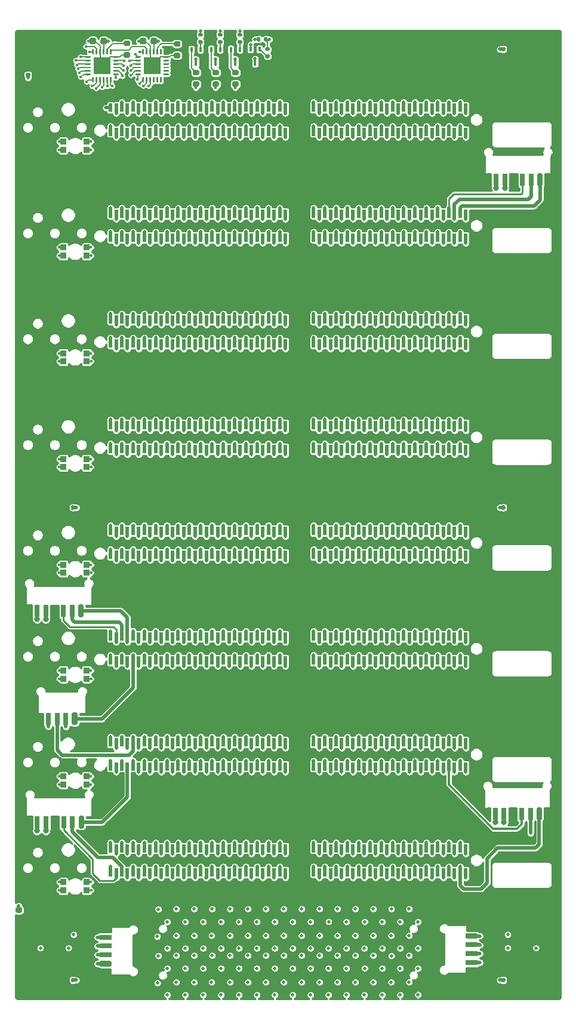
<source format=gtl>
G04 #@! TF.GenerationSoftware,KiCad,Pcbnew,(5.1.10)-1*
G04 #@! TF.CreationDate,2021-12-21T11:04:12-05:00*
G04 #@! TF.ProjectId,backplane,6261636b-706c-4616-9e65-2e6b69636164,A1*
G04 #@! TF.SameCoordinates,Original*
G04 #@! TF.FileFunction,Copper,L1,Top*
G04 #@! TF.FilePolarity,Positive*
%FSLAX46Y46*%
G04 Gerber Fmt 4.6, Leading zero omitted, Abs format (unit mm)*
G04 Created by KiCad (PCBNEW (5.1.10)-1) date 2021-12-21 11:04:12*
%MOMM*%
%LPD*%
G01*
G04 APERTURE LIST*
G04 #@! TA.AperFunction,SMDPad,CuDef*
%ADD10R,1.800000X0.800000*%
G04 #@! TD*
G04 #@! TA.AperFunction,SMDPad,CuDef*
%ADD11R,2.000000X1.600000*%
G04 #@! TD*
G04 #@! TA.AperFunction,SMDPad,CuDef*
%ADD12R,1.600000X2.000000*%
G04 #@! TD*
G04 #@! TA.AperFunction,SMDPad,CuDef*
%ADD13R,0.800000X1.800000*%
G04 #@! TD*
G04 #@! TA.AperFunction,SMDPad,CuDef*
%ADD14R,0.500000X1.200000*%
G04 #@! TD*
G04 #@! TA.AperFunction,SMDPad,CuDef*
%ADD15R,0.450000X0.700000*%
G04 #@! TD*
G04 #@! TA.AperFunction,ComponentPad*
%ADD16C,4.500000*%
G04 #@! TD*
G04 #@! TA.AperFunction,SMDPad,CuDef*
%ADD17R,0.900000X0.850000*%
G04 #@! TD*
G04 #@! TA.AperFunction,SMDPad,CuDef*
%ADD18R,2.450000X2.450000*%
G04 #@! TD*
G04 #@! TA.AperFunction,ViaPad*
%ADD19C,0.400000*%
G04 #@! TD*
G04 #@! TA.AperFunction,ViaPad*
%ADD20C,0.500000*%
G04 #@! TD*
G04 #@! TA.AperFunction,ViaPad*
%ADD21C,0.800000*%
G04 #@! TD*
G04 #@! TA.AperFunction,Conductor*
%ADD22C,0.200000*%
G04 #@! TD*
G04 #@! TA.AperFunction,Conductor*
%ADD23C,0.500000*%
G04 #@! TD*
G04 #@! TA.AperFunction,Conductor*
%ADD24C,0.203200*%
G04 #@! TD*
G04 #@! TA.AperFunction,Conductor*
%ADD25C,0.300000*%
G04 #@! TD*
G04 #@! TA.AperFunction,Conductor*
%ADD26C,0.250000*%
G04 #@! TD*
G04 #@! TA.AperFunction,Conductor*
%ADD27C,0.600000*%
G04 #@! TD*
G04 #@! TA.AperFunction,Conductor*
%ADD28C,0.100000*%
G04 #@! TD*
G04 APERTURE END LIST*
G04 #@! TA.AperFunction,SMDPad,CuDef*
G36*
G01*
X122750000Y-166250000D02*
X124150000Y-166250000D01*
G75*
G02*
X124350000Y-166450000I0J-200000D01*
G01*
X124350000Y-166850000D01*
G75*
G02*
X124150000Y-167050000I-200000J0D01*
G01*
X122750000Y-167050000D01*
G75*
G02*
X122550000Y-166850000I0J200000D01*
G01*
X122550000Y-166450000D01*
G75*
G02*
X122750000Y-166250000I200000J0D01*
G01*
G37*
G04 #@! TD.AperFunction*
D10*
X123450000Y-167900000D03*
X123450000Y-169150000D03*
X123450000Y-170400000D03*
D11*
X120850000Y-164300000D03*
X120850000Y-172750000D03*
X74100000Y-164475000D03*
X74100000Y-172925000D03*
D10*
X71500000Y-166825000D03*
X71500000Y-168075000D03*
X71500000Y-169325000D03*
G04 #@! TA.AperFunction,SMDPad,CuDef*
G36*
G01*
X72200000Y-170975000D02*
X70800000Y-170975000D01*
G75*
G02*
X70600000Y-170775000I0J200000D01*
G01*
X70600000Y-170375000D01*
G75*
G02*
X70800000Y-170175000I200000J0D01*
G01*
X72200000Y-170175000D01*
G75*
G02*
X72400000Y-170375000I0J-200000D01*
G01*
X72400000Y-170775000D01*
G75*
G02*
X72200000Y-170975000I-200000J0D01*
G01*
G37*
G04 #@! TD.AperFunction*
D12*
X61027600Y-133250200D03*
X69477600Y-133250200D03*
D13*
X63377600Y-135850200D03*
X64627600Y-135850200D03*
X65877600Y-135850200D03*
G04 #@! TA.AperFunction,SMDPad,CuDef*
G36*
G01*
X67527600Y-135150200D02*
X67527600Y-136550200D01*
G75*
G02*
X67327600Y-136750200I-200000J0D01*
G01*
X66927600Y-136750200D01*
G75*
G02*
X66727600Y-136550200I0J200000D01*
G01*
X66727600Y-135150200D01*
G75*
G02*
X66927600Y-134950200I200000J0D01*
G01*
X67327600Y-134950200D01*
G75*
G02*
X67527600Y-135150200I0J-200000D01*
G01*
G37*
G04 #@! TD.AperFunction*
G04 #@! TA.AperFunction,SMDPad,CuDef*
G36*
G01*
X68434000Y-119845000D02*
X68434000Y-121245000D01*
G75*
G02*
X68234000Y-121445000I-200000J0D01*
G01*
X67834000Y-121445000D01*
G75*
G02*
X67634000Y-121245000I0J200000D01*
G01*
X67634000Y-119845000D01*
G75*
G02*
X67834000Y-119645000I200000J0D01*
G01*
X68234000Y-119645000D01*
G75*
G02*
X68434000Y-119845000I0J-200000D01*
G01*
G37*
G04 #@! TD.AperFunction*
X66784000Y-120545000D03*
X65534000Y-120545000D03*
X64284000Y-120545000D03*
X63034000Y-120545000D03*
X61784000Y-120545000D03*
D12*
X70384000Y-117945000D03*
X59434000Y-117945000D03*
G04 #@! TA.AperFunction,SMDPad,CuDef*
G36*
G01*
X133434000Y-148595000D02*
X133434000Y-149995000D01*
G75*
G02*
X133234000Y-150195000I-200000J0D01*
G01*
X132834000Y-150195000D01*
G75*
G02*
X132634000Y-149995000I0J200000D01*
G01*
X132634000Y-148595000D01*
G75*
G02*
X132834000Y-148395000I200000J0D01*
G01*
X133234000Y-148395000D01*
G75*
G02*
X133434000Y-148595000I0J-200000D01*
G01*
G37*
G04 #@! TD.AperFunction*
D13*
X131784000Y-149295000D03*
X130534000Y-149295000D03*
X129284000Y-149295000D03*
X128034000Y-149295000D03*
X126784000Y-149295000D03*
D12*
X135384000Y-146695000D03*
X124434000Y-146695000D03*
X59475000Y-147900000D03*
X70425000Y-147900000D03*
D13*
X61825000Y-150500000D03*
X63075000Y-150500000D03*
X64325000Y-150500000D03*
X65575000Y-150500000D03*
X66825000Y-150500000D03*
G04 #@! TA.AperFunction,SMDPad,CuDef*
G36*
G01*
X68475000Y-149800000D02*
X68475000Y-151200000D01*
G75*
G02*
X68275000Y-151400000I-200000J0D01*
G01*
X67875000Y-151400000D01*
G75*
G02*
X67675000Y-151200000I0J200000D01*
G01*
X67675000Y-149800000D01*
G75*
G02*
X67875000Y-149600000I200000J0D01*
G01*
X68275000Y-149600000D01*
G75*
G02*
X68475000Y-149800000I0J-200000D01*
G01*
G37*
G04 #@! TD.AperFunction*
D14*
X72209000Y-52595000D03*
X72209000Y-49195000D03*
X73009000Y-52595000D03*
X73009000Y-49195000D03*
X73809000Y-52595000D03*
X73809000Y-49195000D03*
X74609000Y-52595000D03*
X74609000Y-49195000D03*
X75409000Y-52595000D03*
X75409000Y-49195000D03*
X76209000Y-52595000D03*
X76209000Y-49195000D03*
X77009000Y-52595000D03*
X77009000Y-49195000D03*
X77809000Y-52595000D03*
X77809000Y-49195000D03*
X78609000Y-52595000D03*
X78609000Y-49195000D03*
X79409000Y-52595000D03*
X79409000Y-49195000D03*
X80209000Y-52595000D03*
X80209000Y-49195000D03*
X81009000Y-52595000D03*
X81009000Y-49195000D03*
X81809000Y-52595000D03*
X81809000Y-49195000D03*
X82609000Y-52595000D03*
X82609000Y-49195000D03*
X83409000Y-52595000D03*
X83409000Y-49195000D03*
X84209000Y-52595000D03*
X84209000Y-49195000D03*
X85009000Y-52595000D03*
X85009000Y-49195000D03*
X85809000Y-52595000D03*
X85809000Y-49195000D03*
X86609000Y-52595000D03*
X86609000Y-49195000D03*
X87409000Y-52595000D03*
X87409000Y-49195000D03*
X88209000Y-52595000D03*
X88209000Y-49195000D03*
X89009000Y-52595000D03*
X89009000Y-49195000D03*
X89809000Y-52595000D03*
X89809000Y-49195000D03*
X90609000Y-52595000D03*
X90609000Y-49195000D03*
X91409000Y-52595000D03*
X91409000Y-49195000D03*
X92209000Y-52595000D03*
X92209000Y-49195000D03*
X93009000Y-52595000D03*
X93009000Y-49195000D03*
X93809000Y-52595000D03*
X93809000Y-49195000D03*
X94609000Y-52595000D03*
X94609000Y-49195000D03*
X95409000Y-52595000D03*
X95409000Y-49195000D03*
X96209000Y-52595000D03*
X96209000Y-49195000D03*
X97009000Y-52595000D03*
X97009000Y-49195000D03*
X101009000Y-52595000D03*
X101009000Y-49195000D03*
X101809000Y-52595000D03*
X101809000Y-49195000D03*
X102609000Y-52595000D03*
X102609000Y-49195000D03*
X103409000Y-52595000D03*
X103409000Y-49195000D03*
X104209000Y-52595000D03*
X104209000Y-49195000D03*
X105009000Y-52595000D03*
X105009000Y-49195000D03*
X105809000Y-52595000D03*
X105809000Y-49195000D03*
X106609000Y-52595000D03*
X106609000Y-49195000D03*
X107409000Y-52595000D03*
X107409000Y-49195000D03*
X108209000Y-52595000D03*
X108209000Y-49195000D03*
X109009000Y-52595000D03*
X109009000Y-49195000D03*
X109809000Y-52595000D03*
X109809000Y-49195000D03*
X110609000Y-52595000D03*
X110609000Y-49195000D03*
X111409000Y-52595000D03*
X111409000Y-49195000D03*
X112209000Y-52595000D03*
X112209000Y-49195000D03*
X113009000Y-52595000D03*
X113009000Y-49195000D03*
X113809000Y-52595000D03*
X113809000Y-49195000D03*
X114609000Y-52595000D03*
X114609000Y-49195000D03*
X115409000Y-52595000D03*
X115409000Y-49195000D03*
X116209000Y-52595000D03*
X116209000Y-49195000D03*
X117009000Y-52595000D03*
X117009000Y-49195000D03*
X117809000Y-52595000D03*
X117809000Y-49195000D03*
X118609000Y-52595000D03*
X118609000Y-49195000D03*
X119409000Y-52595000D03*
X119409000Y-49195000D03*
X120209000Y-52595000D03*
X120209000Y-49195000D03*
X121009000Y-52595000D03*
X121009000Y-49195000D03*
X121809000Y-52595000D03*
X121809000Y-49195000D03*
X122609000Y-52595000D03*
X122609000Y-49195000D03*
X72209000Y-67595000D03*
X72209000Y-64195000D03*
X73009000Y-67595000D03*
X73009000Y-64195000D03*
X73809000Y-67595000D03*
X73809000Y-64195000D03*
X74609000Y-67595000D03*
X74609000Y-64195000D03*
X75409000Y-67595000D03*
X75409000Y-64195000D03*
X76209000Y-67595000D03*
X76209000Y-64195000D03*
X77009000Y-67595000D03*
X77009000Y-64195000D03*
X77809000Y-67595000D03*
X77809000Y-64195000D03*
X78609000Y-67595000D03*
X78609000Y-64195000D03*
X79409000Y-67595000D03*
X79409000Y-64195000D03*
X80209000Y-67595000D03*
X80209000Y-64195000D03*
X81009000Y-67595000D03*
X81009000Y-64195000D03*
X81809000Y-67595000D03*
X81809000Y-64195000D03*
X82609000Y-67595000D03*
X82609000Y-64195000D03*
X83409000Y-67595000D03*
X83409000Y-64195000D03*
X84209000Y-67595000D03*
X84209000Y-64195000D03*
X85009000Y-67595000D03*
X85009000Y-64195000D03*
X85809000Y-67595000D03*
X85809000Y-64195000D03*
X86609000Y-67595000D03*
X86609000Y-64195000D03*
X87409000Y-67595000D03*
X87409000Y-64195000D03*
X88209000Y-67595000D03*
X88209000Y-64195000D03*
X89009000Y-67595000D03*
X89009000Y-64195000D03*
X89809000Y-67595000D03*
X89809000Y-64195000D03*
X90609000Y-67595000D03*
X90609000Y-64195000D03*
X91409000Y-67595000D03*
X91409000Y-64195000D03*
X92209000Y-67595000D03*
X92209000Y-64195000D03*
X93009000Y-67595000D03*
X93009000Y-64195000D03*
X93809000Y-67595000D03*
X93809000Y-64195000D03*
X94609000Y-67595000D03*
X94609000Y-64195000D03*
X95409000Y-67595000D03*
X95409000Y-64195000D03*
X96209000Y-67595000D03*
X96209000Y-64195000D03*
X97009000Y-67595000D03*
X97009000Y-64195000D03*
X101009000Y-67595000D03*
X101009000Y-64195000D03*
X101809000Y-67595000D03*
X101809000Y-64195000D03*
X102609000Y-67595000D03*
X102609000Y-64195000D03*
X103409000Y-67595000D03*
X103409000Y-64195000D03*
X104209000Y-67595000D03*
X104209000Y-64195000D03*
X105009000Y-67595000D03*
X105009000Y-64195000D03*
X105809000Y-67595000D03*
X105809000Y-64195000D03*
X106609000Y-67595000D03*
X106609000Y-64195000D03*
X107409000Y-67595000D03*
X107409000Y-64195000D03*
X108209000Y-67595000D03*
X108209000Y-64195000D03*
X109009000Y-67595000D03*
X109009000Y-64195000D03*
X109809000Y-67595000D03*
X109809000Y-64195000D03*
X110609000Y-67595000D03*
X110609000Y-64195000D03*
X111409000Y-67595000D03*
X111409000Y-64195000D03*
X112209000Y-67595000D03*
X112209000Y-64195000D03*
X113009000Y-67595000D03*
X113009000Y-64195000D03*
X113809000Y-67595000D03*
X113809000Y-64195000D03*
X114609000Y-67595000D03*
X114609000Y-64195000D03*
X115409000Y-67595000D03*
X115409000Y-64195000D03*
X116209000Y-67595000D03*
X116209000Y-64195000D03*
X117009000Y-67595000D03*
X117009000Y-64195000D03*
X117809000Y-67595000D03*
X117809000Y-64195000D03*
X118609000Y-67595000D03*
X118609000Y-64195000D03*
X119409000Y-67595000D03*
X119409000Y-64195000D03*
X120209000Y-67595000D03*
X120209000Y-64195000D03*
X121009000Y-67595000D03*
X121009000Y-64195000D03*
X121809000Y-67595000D03*
X121809000Y-64195000D03*
X122609000Y-67595000D03*
X122609000Y-64195000D03*
X72209000Y-82595000D03*
X72209000Y-79195000D03*
X73009000Y-82595000D03*
X73009000Y-79195000D03*
X73809000Y-82595000D03*
X73809000Y-79195000D03*
X74609000Y-82595000D03*
X74609000Y-79195000D03*
X75409000Y-82595000D03*
X75409000Y-79195000D03*
X76209000Y-82595000D03*
X76209000Y-79195000D03*
X77009000Y-82595000D03*
X77009000Y-79195000D03*
X77809000Y-82595000D03*
X77809000Y-79195000D03*
X78609000Y-82595000D03*
X78609000Y-79195000D03*
X79409000Y-82595000D03*
X79409000Y-79195000D03*
X80209000Y-82595000D03*
X80209000Y-79195000D03*
X81009000Y-82595000D03*
X81009000Y-79195000D03*
X81809000Y-82595000D03*
X81809000Y-79195000D03*
X82609000Y-82595000D03*
X82609000Y-79195000D03*
X83409000Y-82595000D03*
X83409000Y-79195000D03*
X84209000Y-82595000D03*
X84209000Y-79195000D03*
X85009000Y-82595000D03*
X85009000Y-79195000D03*
X85809000Y-82595000D03*
X85809000Y-79195000D03*
X86609000Y-82595000D03*
X86609000Y-79195000D03*
X87409000Y-82595000D03*
X87409000Y-79195000D03*
X88209000Y-82595000D03*
X88209000Y-79195000D03*
X89009000Y-82595000D03*
X89009000Y-79195000D03*
X89809000Y-82595000D03*
X89809000Y-79195000D03*
X90609000Y-82595000D03*
X90609000Y-79195000D03*
X91409000Y-82595000D03*
X91409000Y-79195000D03*
X92209000Y-82595000D03*
X92209000Y-79195000D03*
X93009000Y-82595000D03*
X93009000Y-79195000D03*
X93809000Y-82595000D03*
X93809000Y-79195000D03*
X94609000Y-82595000D03*
X94609000Y-79195000D03*
X95409000Y-82595000D03*
X95409000Y-79195000D03*
X96209000Y-82595000D03*
X96209000Y-79195000D03*
X97009000Y-82595000D03*
X97009000Y-79195000D03*
X101009000Y-82595000D03*
X101009000Y-79195000D03*
X101809000Y-82595000D03*
X101809000Y-79195000D03*
X102609000Y-82595000D03*
X102609000Y-79195000D03*
X103409000Y-82595000D03*
X103409000Y-79195000D03*
X104209000Y-82595000D03*
X104209000Y-79195000D03*
X105009000Y-82595000D03*
X105009000Y-79195000D03*
X105809000Y-82595000D03*
X105809000Y-79195000D03*
X106609000Y-82595000D03*
X106609000Y-79195000D03*
X107409000Y-82595000D03*
X107409000Y-79195000D03*
X108209000Y-82595000D03*
X108209000Y-79195000D03*
X109009000Y-82595000D03*
X109009000Y-79195000D03*
X109809000Y-82595000D03*
X109809000Y-79195000D03*
X110609000Y-82595000D03*
X110609000Y-79195000D03*
X111409000Y-82595000D03*
X111409000Y-79195000D03*
X112209000Y-82595000D03*
X112209000Y-79195000D03*
X113009000Y-82595000D03*
X113009000Y-79195000D03*
X113809000Y-82595000D03*
X113809000Y-79195000D03*
X114609000Y-82595000D03*
X114609000Y-79195000D03*
X115409000Y-82595000D03*
X115409000Y-79195000D03*
X116209000Y-82595000D03*
X116209000Y-79195000D03*
X117009000Y-82595000D03*
X117009000Y-79195000D03*
X117809000Y-82595000D03*
X117809000Y-79195000D03*
X118609000Y-82595000D03*
X118609000Y-79195000D03*
X119409000Y-82595000D03*
X119409000Y-79195000D03*
X120209000Y-82595000D03*
X120209000Y-79195000D03*
X121009000Y-82595000D03*
X121009000Y-79195000D03*
X121809000Y-82595000D03*
X121809000Y-79195000D03*
X122609000Y-82595000D03*
X122609000Y-79195000D03*
X72209000Y-97595000D03*
X72209000Y-94195000D03*
X73009000Y-97595000D03*
X73009000Y-94195000D03*
X73809000Y-97595000D03*
X73809000Y-94195000D03*
X74609000Y-97595000D03*
X74609000Y-94195000D03*
X75409000Y-97595000D03*
X75409000Y-94195000D03*
X76209000Y-97595000D03*
X76209000Y-94195000D03*
X77009000Y-97595000D03*
X77009000Y-94195000D03*
X77809000Y-97595000D03*
X77809000Y-94195000D03*
X78609000Y-97595000D03*
X78609000Y-94195000D03*
X79409000Y-97595000D03*
X79409000Y-94195000D03*
X80209000Y-97595000D03*
X80209000Y-94195000D03*
X81009000Y-97595000D03*
X81009000Y-94195000D03*
X81809000Y-97595000D03*
X81809000Y-94195000D03*
X82609000Y-97595000D03*
X82609000Y-94195000D03*
X83409000Y-97595000D03*
X83409000Y-94195000D03*
X84209000Y-97595000D03*
X84209000Y-94195000D03*
X85009000Y-97595000D03*
X85009000Y-94195000D03*
X85809000Y-97595000D03*
X85809000Y-94195000D03*
X86609000Y-97595000D03*
X86609000Y-94195000D03*
X87409000Y-97595000D03*
X87409000Y-94195000D03*
X88209000Y-97595000D03*
X88209000Y-94195000D03*
X89009000Y-97595000D03*
X89009000Y-94195000D03*
X89809000Y-97595000D03*
X89809000Y-94195000D03*
X90609000Y-97595000D03*
X90609000Y-94195000D03*
X91409000Y-97595000D03*
X91409000Y-94195000D03*
X92209000Y-97595000D03*
X92209000Y-94195000D03*
X93009000Y-97595000D03*
X93009000Y-94195000D03*
X93809000Y-97595000D03*
X93809000Y-94195000D03*
X94609000Y-97595000D03*
X94609000Y-94195000D03*
X95409000Y-97595000D03*
X95409000Y-94195000D03*
X96209000Y-97595000D03*
X96209000Y-94195000D03*
X97009000Y-97595000D03*
X97009000Y-94195000D03*
X101009000Y-97595000D03*
X101009000Y-94195000D03*
X101809000Y-97595000D03*
X101809000Y-94195000D03*
X102609000Y-97595000D03*
X102609000Y-94195000D03*
X103409000Y-97595000D03*
X103409000Y-94195000D03*
X104209000Y-97595000D03*
X104209000Y-94195000D03*
X105009000Y-97595000D03*
X105009000Y-94195000D03*
X105809000Y-97595000D03*
X105809000Y-94195000D03*
X106609000Y-97595000D03*
X106609000Y-94195000D03*
X107409000Y-97595000D03*
X107409000Y-94195000D03*
X108209000Y-97595000D03*
X108209000Y-94195000D03*
X109009000Y-97595000D03*
X109009000Y-94195000D03*
X109809000Y-97595000D03*
X109809000Y-94195000D03*
X110609000Y-97595000D03*
X110609000Y-94195000D03*
X111409000Y-97595000D03*
X111409000Y-94195000D03*
X112209000Y-97595000D03*
X112209000Y-94195000D03*
X113009000Y-97595000D03*
X113009000Y-94195000D03*
X113809000Y-97595000D03*
X113809000Y-94195000D03*
X114609000Y-97595000D03*
X114609000Y-94195000D03*
X115409000Y-97595000D03*
X115409000Y-94195000D03*
X116209000Y-97595000D03*
X116209000Y-94195000D03*
X117009000Y-97595000D03*
X117009000Y-94195000D03*
X117809000Y-97595000D03*
X117809000Y-94195000D03*
X118609000Y-97595000D03*
X118609000Y-94195000D03*
X119409000Y-97595000D03*
X119409000Y-94195000D03*
X120209000Y-97595000D03*
X120209000Y-94195000D03*
X121009000Y-97595000D03*
X121009000Y-94195000D03*
X121809000Y-97595000D03*
X121809000Y-94195000D03*
X122609000Y-97595000D03*
X122609000Y-94195000D03*
X72209000Y-112595000D03*
X72209000Y-109195000D03*
X73009000Y-112595000D03*
X73009000Y-109195000D03*
X73809000Y-112595000D03*
X73809000Y-109195000D03*
X74609000Y-112595000D03*
X74609000Y-109195000D03*
X75409000Y-112595000D03*
X75409000Y-109195000D03*
X76209000Y-112595000D03*
X76209000Y-109195000D03*
X77009000Y-112595000D03*
X77009000Y-109195000D03*
X77809000Y-112595000D03*
X77809000Y-109195000D03*
X78609000Y-112595000D03*
X78609000Y-109195000D03*
X79409000Y-112595000D03*
X79409000Y-109195000D03*
X80209000Y-112595000D03*
X80209000Y-109195000D03*
X81009000Y-112595000D03*
X81009000Y-109195000D03*
X81809000Y-112595000D03*
X81809000Y-109195000D03*
X82609000Y-112595000D03*
X82609000Y-109195000D03*
X83409000Y-112595000D03*
X83409000Y-109195000D03*
X84209000Y-112595000D03*
X84209000Y-109195000D03*
X85009000Y-112595000D03*
X85009000Y-109195000D03*
X85809000Y-112595000D03*
X85809000Y-109195000D03*
X86609000Y-112595000D03*
X86609000Y-109195000D03*
X87409000Y-112595000D03*
X87409000Y-109195000D03*
X88209000Y-112595000D03*
X88209000Y-109195000D03*
X89009000Y-112595000D03*
X89009000Y-109195000D03*
X89809000Y-112595000D03*
X89809000Y-109195000D03*
X90609000Y-112595000D03*
X90609000Y-109195000D03*
X91409000Y-112595000D03*
X91409000Y-109195000D03*
X92209000Y-112595000D03*
X92209000Y-109195000D03*
X93009000Y-112595000D03*
X93009000Y-109195000D03*
X93809000Y-112595000D03*
X93809000Y-109195000D03*
X94609000Y-112595000D03*
X94609000Y-109195000D03*
X95409000Y-112595000D03*
X95409000Y-109195000D03*
X96209000Y-112595000D03*
X96209000Y-109195000D03*
X97009000Y-112595000D03*
X97009000Y-109195000D03*
X101009000Y-112595000D03*
X101009000Y-109195000D03*
X101809000Y-112595000D03*
X101809000Y-109195000D03*
X102609000Y-112595000D03*
X102609000Y-109195000D03*
X103409000Y-112595000D03*
X103409000Y-109195000D03*
X104209000Y-112595000D03*
X104209000Y-109195000D03*
X105009000Y-112595000D03*
X105009000Y-109195000D03*
X105809000Y-112595000D03*
X105809000Y-109195000D03*
X106609000Y-112595000D03*
X106609000Y-109195000D03*
X107409000Y-112595000D03*
X107409000Y-109195000D03*
X108209000Y-112595000D03*
X108209000Y-109195000D03*
X109009000Y-112595000D03*
X109009000Y-109195000D03*
X109809000Y-112595000D03*
X109809000Y-109195000D03*
X110609000Y-112595000D03*
X110609000Y-109195000D03*
X111409000Y-112595000D03*
X111409000Y-109195000D03*
X112209000Y-112595000D03*
X112209000Y-109195000D03*
X113009000Y-112595000D03*
X113009000Y-109195000D03*
X113809000Y-112595000D03*
X113809000Y-109195000D03*
X114609000Y-112595000D03*
X114609000Y-109195000D03*
X115409000Y-112595000D03*
X115409000Y-109195000D03*
X116209000Y-112595000D03*
X116209000Y-109195000D03*
X117009000Y-112595000D03*
X117009000Y-109195000D03*
X117809000Y-112595000D03*
X117809000Y-109195000D03*
X118609000Y-112595000D03*
X118609000Y-109195000D03*
X119409000Y-112595000D03*
X119409000Y-109195000D03*
X120209000Y-112595000D03*
X120209000Y-109195000D03*
X121009000Y-112595000D03*
X121009000Y-109195000D03*
X121809000Y-112595000D03*
X121809000Y-109195000D03*
X122609000Y-112595000D03*
X122609000Y-109195000D03*
X72209000Y-127595000D03*
X72209000Y-124195000D03*
X73009000Y-127595000D03*
X73009000Y-124195000D03*
X73809000Y-127595000D03*
X73809000Y-124195000D03*
X74609000Y-127595000D03*
X74609000Y-124195000D03*
X75409000Y-127595000D03*
X75409000Y-124195000D03*
X76209000Y-127595000D03*
X76209000Y-124195000D03*
X77009000Y-127595000D03*
X77009000Y-124195000D03*
X77809000Y-127595000D03*
X77809000Y-124195000D03*
X78609000Y-127595000D03*
X78609000Y-124195000D03*
X79409000Y-127595000D03*
X79409000Y-124195000D03*
X80209000Y-127595000D03*
X80209000Y-124195000D03*
X81009000Y-127595000D03*
X81009000Y-124195000D03*
X81809000Y-127595000D03*
X81809000Y-124195000D03*
X82609000Y-127595000D03*
X82609000Y-124195000D03*
X83409000Y-127595000D03*
X83409000Y-124195000D03*
X84209000Y-127595000D03*
X84209000Y-124195000D03*
X85009000Y-127595000D03*
X85009000Y-124195000D03*
X85809000Y-127595000D03*
X85809000Y-124195000D03*
X86609000Y-127595000D03*
X86609000Y-124195000D03*
X87409000Y-127595000D03*
X87409000Y-124195000D03*
X88209000Y-127595000D03*
X88209000Y-124195000D03*
X89009000Y-127595000D03*
X89009000Y-124195000D03*
X89809000Y-127595000D03*
X89809000Y-124195000D03*
X90609000Y-127595000D03*
X90609000Y-124195000D03*
X91409000Y-127595000D03*
X91409000Y-124195000D03*
X92209000Y-127595000D03*
X92209000Y-124195000D03*
X93009000Y-127595000D03*
X93009000Y-124195000D03*
X93809000Y-127595000D03*
X93809000Y-124195000D03*
X94609000Y-127595000D03*
X94609000Y-124195000D03*
X95409000Y-127595000D03*
X95409000Y-124195000D03*
X96209000Y-127595000D03*
X96209000Y-124195000D03*
X97009000Y-127595000D03*
X97009000Y-124195000D03*
X101009000Y-127595000D03*
X101009000Y-124195000D03*
X101809000Y-127595000D03*
X101809000Y-124195000D03*
X102609000Y-127595000D03*
X102609000Y-124195000D03*
X103409000Y-127595000D03*
X103409000Y-124195000D03*
X104209000Y-127595000D03*
X104209000Y-124195000D03*
X105009000Y-127595000D03*
X105009000Y-124195000D03*
X105809000Y-127595000D03*
X105809000Y-124195000D03*
X106609000Y-127595000D03*
X106609000Y-124195000D03*
X107409000Y-127595000D03*
X107409000Y-124195000D03*
X108209000Y-127595000D03*
X108209000Y-124195000D03*
X109009000Y-127595000D03*
X109009000Y-124195000D03*
X109809000Y-127595000D03*
X109809000Y-124195000D03*
X110609000Y-127595000D03*
X110609000Y-124195000D03*
X111409000Y-127595000D03*
X111409000Y-124195000D03*
X112209000Y-127595000D03*
X112209000Y-124195000D03*
X113009000Y-127595000D03*
X113009000Y-124195000D03*
X113809000Y-127595000D03*
X113809000Y-124195000D03*
X114609000Y-127595000D03*
X114609000Y-124195000D03*
X115409000Y-127595000D03*
X115409000Y-124195000D03*
X116209000Y-127595000D03*
X116209000Y-124195000D03*
X117009000Y-127595000D03*
X117009000Y-124195000D03*
X117809000Y-127595000D03*
X117809000Y-124195000D03*
X118609000Y-127595000D03*
X118609000Y-124195000D03*
X119409000Y-127595000D03*
X119409000Y-124195000D03*
X120209000Y-127595000D03*
X120209000Y-124195000D03*
X121009000Y-127595000D03*
X121009000Y-124195000D03*
X121809000Y-127595000D03*
X121809000Y-124195000D03*
X122609000Y-127595000D03*
X122609000Y-124195000D03*
X72209000Y-142595000D03*
X72209000Y-139195000D03*
X73009000Y-142595000D03*
X73009000Y-139195000D03*
X73809000Y-142595000D03*
X73809000Y-139195000D03*
X74609000Y-142595000D03*
X74609000Y-139195000D03*
X75409000Y-142595000D03*
X75409000Y-139195000D03*
X76209000Y-142595000D03*
X76209000Y-139195000D03*
X77009000Y-142595000D03*
X77009000Y-139195000D03*
X77809000Y-142595000D03*
X77809000Y-139195000D03*
X78609000Y-142595000D03*
X78609000Y-139195000D03*
X79409000Y-142595000D03*
X79409000Y-139195000D03*
X80209000Y-142595000D03*
X80209000Y-139195000D03*
X81009000Y-142595000D03*
X81009000Y-139195000D03*
X81809000Y-142595000D03*
X81809000Y-139195000D03*
X82609000Y-142595000D03*
X82609000Y-139195000D03*
X83409000Y-142595000D03*
X83409000Y-139195000D03*
X84209000Y-142595000D03*
X84209000Y-139195000D03*
X85009000Y-142595000D03*
X85009000Y-139195000D03*
X85809000Y-142595000D03*
X85809000Y-139195000D03*
X86609000Y-142595000D03*
X86609000Y-139195000D03*
X87409000Y-142595000D03*
X87409000Y-139195000D03*
X88209000Y-142595000D03*
X88209000Y-139195000D03*
X89009000Y-142595000D03*
X89009000Y-139195000D03*
X89809000Y-142595000D03*
X89809000Y-139195000D03*
X90609000Y-142595000D03*
X90609000Y-139195000D03*
X91409000Y-142595000D03*
X91409000Y-139195000D03*
X92209000Y-142595000D03*
X92209000Y-139195000D03*
X93009000Y-142595000D03*
X93009000Y-139195000D03*
X93809000Y-142595000D03*
X93809000Y-139195000D03*
X94609000Y-142595000D03*
X94609000Y-139195000D03*
X95409000Y-142595000D03*
X95409000Y-139195000D03*
X96209000Y-142595000D03*
X96209000Y-139195000D03*
X97009000Y-142595000D03*
X97009000Y-139195000D03*
X101009000Y-142595000D03*
X101009000Y-139195000D03*
X101809000Y-142595000D03*
X101809000Y-139195000D03*
X102609000Y-142595000D03*
X102609000Y-139195000D03*
X103409000Y-142595000D03*
X103409000Y-139195000D03*
X104209000Y-142595000D03*
X104209000Y-139195000D03*
X105009000Y-142595000D03*
X105009000Y-139195000D03*
X105809000Y-142595000D03*
X105809000Y-139195000D03*
X106609000Y-142595000D03*
X106609000Y-139195000D03*
X107409000Y-142595000D03*
X107409000Y-139195000D03*
X108209000Y-142595000D03*
X108209000Y-139195000D03*
X109009000Y-142595000D03*
X109009000Y-139195000D03*
X109809000Y-142595000D03*
X109809000Y-139195000D03*
X110609000Y-142595000D03*
X110609000Y-139195000D03*
X111409000Y-142595000D03*
X111409000Y-139195000D03*
X112209000Y-142595000D03*
X112209000Y-139195000D03*
X113009000Y-142595000D03*
X113009000Y-139195000D03*
X113809000Y-142595000D03*
X113809000Y-139195000D03*
X114609000Y-142595000D03*
X114609000Y-139195000D03*
X115409000Y-142595000D03*
X115409000Y-139195000D03*
X116209000Y-142595000D03*
X116209000Y-139195000D03*
X117009000Y-142595000D03*
X117009000Y-139195000D03*
X117809000Y-142595000D03*
X117809000Y-139195000D03*
X118609000Y-142595000D03*
X118609000Y-139195000D03*
X119409000Y-142595000D03*
X119409000Y-139195000D03*
X120209000Y-142595000D03*
X120209000Y-139195000D03*
X121009000Y-142595000D03*
X121009000Y-139195000D03*
X121809000Y-142595000D03*
X121809000Y-139195000D03*
X122609000Y-142595000D03*
X122609000Y-139195000D03*
X72209000Y-157595000D03*
X72209000Y-154195000D03*
X73009000Y-157595000D03*
X73009000Y-154195000D03*
X73809000Y-157595000D03*
X73809000Y-154195000D03*
X74609000Y-157595000D03*
X74609000Y-154195000D03*
X75409000Y-157595000D03*
X75409000Y-154195000D03*
X76209000Y-157595000D03*
X76209000Y-154195000D03*
X77009000Y-157595000D03*
X77009000Y-154195000D03*
X77809000Y-157595000D03*
X77809000Y-154195000D03*
X78609000Y-157595000D03*
X78609000Y-154195000D03*
X79409000Y-157595000D03*
X79409000Y-154195000D03*
X80209000Y-157595000D03*
X80209000Y-154195000D03*
X81009000Y-157595000D03*
X81009000Y-154195000D03*
X81809000Y-157595000D03*
X81809000Y-154195000D03*
X82609000Y-157595000D03*
X82609000Y-154195000D03*
X83409000Y-157595000D03*
X83409000Y-154195000D03*
X84209000Y-157595000D03*
X84209000Y-154195000D03*
X85009000Y-157595000D03*
X85009000Y-154195000D03*
X85809000Y-157595000D03*
X85809000Y-154195000D03*
X86609000Y-157595000D03*
X86609000Y-154195000D03*
X87409000Y-157595000D03*
X87409000Y-154195000D03*
X88209000Y-157595000D03*
X88209000Y-154195000D03*
X89009000Y-157595000D03*
X89009000Y-154195000D03*
X89809000Y-157595000D03*
X89809000Y-154195000D03*
X90609000Y-157595000D03*
X90609000Y-154195000D03*
X91409000Y-157595000D03*
X91409000Y-154195000D03*
X92209000Y-157595000D03*
X92209000Y-154195000D03*
X93009000Y-157595000D03*
X93009000Y-154195000D03*
X93809000Y-157595000D03*
X93809000Y-154195000D03*
X94609000Y-157595000D03*
X94609000Y-154195000D03*
X95409000Y-157595000D03*
X95409000Y-154195000D03*
X96209000Y-157595000D03*
X96209000Y-154195000D03*
X97009000Y-157595000D03*
X97009000Y-154195000D03*
X101009000Y-157595000D03*
X101009000Y-154195000D03*
X101809000Y-157595000D03*
X101809000Y-154195000D03*
X102609000Y-157595000D03*
X102609000Y-154195000D03*
X103409000Y-157595000D03*
X103409000Y-154195000D03*
X104209000Y-157595000D03*
X104209000Y-154195000D03*
X105009000Y-157595000D03*
X105009000Y-154195000D03*
X105809000Y-157595000D03*
X105809000Y-154195000D03*
X106609000Y-157595000D03*
X106609000Y-154195000D03*
X107409000Y-157595000D03*
X107409000Y-154195000D03*
X108209000Y-157595000D03*
X108209000Y-154195000D03*
X109009000Y-157595000D03*
X109009000Y-154195000D03*
X109809000Y-157595000D03*
X109809000Y-154195000D03*
X110609000Y-157595000D03*
X110609000Y-154195000D03*
X111409000Y-157595000D03*
X111409000Y-154195000D03*
X112209000Y-157595000D03*
X112209000Y-154195000D03*
X113009000Y-157595000D03*
X113009000Y-154195000D03*
X113809000Y-157595000D03*
X113809000Y-154195000D03*
X114609000Y-157595000D03*
X114609000Y-154195000D03*
X115409000Y-157595000D03*
X115409000Y-154195000D03*
X116209000Y-157595000D03*
X116209000Y-154195000D03*
X117009000Y-157595000D03*
X117009000Y-154195000D03*
X117809000Y-157595000D03*
X117809000Y-154195000D03*
X118609000Y-157595000D03*
X118609000Y-154195000D03*
X119409000Y-157595000D03*
X119409000Y-154195000D03*
X120209000Y-157595000D03*
X120209000Y-154195000D03*
X121009000Y-157595000D03*
X121009000Y-154195000D03*
X121809000Y-157595000D03*
X121809000Y-154195000D03*
X122609000Y-157595000D03*
X122609000Y-154195000D03*
G04 #@! TA.AperFunction,SMDPad,CuDef*
G36*
G01*
X94303000Y-41642000D02*
X94673000Y-41642000D01*
G75*
G02*
X94808000Y-41777000I0J-135000D01*
G01*
X94808000Y-42047000D01*
G75*
G02*
X94673000Y-42182000I-135000J0D01*
G01*
X94303000Y-42182000D01*
G75*
G02*
X94168000Y-42047000I0J135000D01*
G01*
X94168000Y-41777000D01*
G75*
G02*
X94303000Y-41642000I135000J0D01*
G01*
G37*
G04 #@! TD.AperFunction*
G04 #@! TA.AperFunction,SMDPad,CuDef*
G36*
G01*
X94303000Y-40622000D02*
X94673000Y-40622000D01*
G75*
G02*
X94808000Y-40757000I0J-135000D01*
G01*
X94808000Y-41027000D01*
G75*
G02*
X94673000Y-41162000I-135000J0D01*
G01*
X94303000Y-41162000D01*
G75*
G02*
X94168000Y-41027000I0J135000D01*
G01*
X94168000Y-40757000D01*
G75*
G02*
X94303000Y-40622000I135000J0D01*
G01*
G37*
G04 #@! TD.AperFunction*
G04 #@! TA.AperFunction,SMDPad,CuDef*
G36*
G01*
X93486000Y-39312000D02*
X93486000Y-39682000D01*
G75*
G02*
X93351000Y-39817000I-135000J0D01*
G01*
X93081000Y-39817000D01*
G75*
G02*
X92946000Y-39682000I0J135000D01*
G01*
X92946000Y-39312000D01*
G75*
G02*
X93081000Y-39177000I135000J0D01*
G01*
X93351000Y-39177000D01*
G75*
G02*
X93486000Y-39312000I0J-135000D01*
G01*
G37*
G04 #@! TD.AperFunction*
G04 #@! TA.AperFunction,SMDPad,CuDef*
G36*
G01*
X94506000Y-39312000D02*
X94506000Y-39682000D01*
G75*
G02*
X94371000Y-39817000I-135000J0D01*
G01*
X94101000Y-39817000D01*
G75*
G02*
X93966000Y-39682000I0J135000D01*
G01*
X93966000Y-39312000D01*
G75*
G02*
X94101000Y-39177000I135000J0D01*
G01*
X94371000Y-39177000D01*
G75*
G02*
X94506000Y-39312000I0J-135000D01*
G01*
G37*
G04 #@! TD.AperFunction*
D15*
X92710000Y-42894000D03*
X92060000Y-40894000D03*
X93360000Y-40894000D03*
D16*
X132409000Y-40895000D03*
X62409000Y-105895000D03*
X132409000Y-105895000D03*
X132409000Y-172895000D03*
X62409000Y-172895000D03*
X62409000Y-40895000D03*
D12*
X124534000Y-56795000D03*
X135484000Y-56795000D03*
D13*
X126884000Y-59395000D03*
X128134000Y-59395000D03*
X129384000Y-59395000D03*
X130634000Y-59395000D03*
X131884000Y-59395000D03*
G04 #@! TA.AperFunction,SMDPad,CuDef*
G36*
G01*
X133534000Y-58695000D02*
X133534000Y-60095000D01*
G75*
G02*
X133334000Y-60295000I-200000J0D01*
G01*
X132934000Y-60295000D01*
G75*
G02*
X132734000Y-60095000I0J200000D01*
G01*
X132734000Y-58695000D01*
G75*
G02*
X132934000Y-58495000I200000J0D01*
G01*
X133334000Y-58495000D01*
G75*
G02*
X133534000Y-58695000I0J-200000D01*
G01*
G37*
G04 #@! TD.AperFunction*
D17*
X65529000Y-54011000D03*
X65529000Y-55161000D03*
X68829000Y-54011000D03*
X68829000Y-55161000D03*
X65529000Y-69011000D03*
X65529000Y-70161000D03*
X68829000Y-69011000D03*
X68829000Y-70161000D03*
X65529000Y-84011000D03*
X65529000Y-85161000D03*
X68829000Y-84011000D03*
X68829000Y-85161000D03*
X65529000Y-99010000D03*
X65529000Y-100160000D03*
X68829000Y-99010000D03*
X68829000Y-100160000D03*
X65529000Y-114010000D03*
X65529000Y-115160000D03*
X68829000Y-114010000D03*
X68829000Y-115160000D03*
X65529000Y-129010000D03*
X65529000Y-130160000D03*
X68829000Y-129010000D03*
X68829000Y-130160000D03*
X65529000Y-144010000D03*
X65529000Y-145160000D03*
X68829000Y-144010000D03*
X68829000Y-145160000D03*
X65529000Y-159010000D03*
X65529000Y-160160000D03*
X68829000Y-159010000D03*
X68829000Y-160160000D03*
G04 #@! TA.AperFunction,SMDPad,CuDef*
G36*
G01*
X75730000Y-42056000D02*
X75730000Y-41931000D01*
G75*
G02*
X75792500Y-41868500I62500J0D01*
G01*
X76442500Y-41868500D01*
G75*
G02*
X76505000Y-41931000I0J-62500D01*
G01*
X76505000Y-42056000D01*
G75*
G02*
X76442500Y-42118500I-62500J0D01*
G01*
X75792500Y-42118500D01*
G75*
G02*
X75730000Y-42056000I0J62500D01*
G01*
G37*
G04 #@! TD.AperFunction*
G04 #@! TA.AperFunction,SMDPad,CuDef*
G36*
G01*
X75730000Y-42556000D02*
X75730000Y-42431000D01*
G75*
G02*
X75792500Y-42368500I62500J0D01*
G01*
X76442500Y-42368500D01*
G75*
G02*
X76505000Y-42431000I0J-62500D01*
G01*
X76505000Y-42556000D01*
G75*
G02*
X76442500Y-42618500I-62500J0D01*
G01*
X75792500Y-42618500D01*
G75*
G02*
X75730000Y-42556000I0J62500D01*
G01*
G37*
G04 #@! TD.AperFunction*
G04 #@! TA.AperFunction,SMDPad,CuDef*
G36*
G01*
X75730000Y-43056000D02*
X75730000Y-42931000D01*
G75*
G02*
X75792500Y-42868500I62500J0D01*
G01*
X76442500Y-42868500D01*
G75*
G02*
X76505000Y-42931000I0J-62500D01*
G01*
X76505000Y-43056000D01*
G75*
G02*
X76442500Y-43118500I-62500J0D01*
G01*
X75792500Y-43118500D01*
G75*
G02*
X75730000Y-43056000I0J62500D01*
G01*
G37*
G04 #@! TD.AperFunction*
G04 #@! TA.AperFunction,SMDPad,CuDef*
G36*
G01*
X75730000Y-43556000D02*
X75730000Y-43431000D01*
G75*
G02*
X75792500Y-43368500I62500J0D01*
G01*
X76442500Y-43368500D01*
G75*
G02*
X76505000Y-43431000I0J-62500D01*
G01*
X76505000Y-43556000D01*
G75*
G02*
X76442500Y-43618500I-62500J0D01*
G01*
X75792500Y-43618500D01*
G75*
G02*
X75730000Y-43556000I0J62500D01*
G01*
G37*
G04 #@! TD.AperFunction*
G04 #@! TA.AperFunction,SMDPad,CuDef*
G36*
G01*
X75730000Y-44056000D02*
X75730000Y-43931000D01*
G75*
G02*
X75792500Y-43868500I62500J0D01*
G01*
X76442500Y-43868500D01*
G75*
G02*
X76505000Y-43931000I0J-62500D01*
G01*
X76505000Y-44056000D01*
G75*
G02*
X76442500Y-44118500I-62500J0D01*
G01*
X75792500Y-44118500D01*
G75*
G02*
X75730000Y-44056000I0J62500D01*
G01*
G37*
G04 #@! TD.AperFunction*
G04 #@! TA.AperFunction,SMDPad,CuDef*
G36*
G01*
X75730000Y-44556000D02*
X75730000Y-44431000D01*
G75*
G02*
X75792500Y-44368500I62500J0D01*
G01*
X76442500Y-44368500D01*
G75*
G02*
X76505000Y-44431000I0J-62500D01*
G01*
X76505000Y-44556000D01*
G75*
G02*
X76442500Y-44618500I-62500J0D01*
G01*
X75792500Y-44618500D01*
G75*
G02*
X75730000Y-44556000I0J62500D01*
G01*
G37*
G04 #@! TD.AperFunction*
G04 #@! TA.AperFunction,SMDPad,CuDef*
G36*
G01*
X76730000Y-45556000D02*
X76730000Y-44906000D01*
G75*
G02*
X76792500Y-44843500I62500J0D01*
G01*
X76917500Y-44843500D01*
G75*
G02*
X76980000Y-44906000I0J-62500D01*
G01*
X76980000Y-45556000D01*
G75*
G02*
X76917500Y-45618500I-62500J0D01*
G01*
X76792500Y-45618500D01*
G75*
G02*
X76730000Y-45556000I0J62500D01*
G01*
G37*
G04 #@! TD.AperFunction*
G04 #@! TA.AperFunction,SMDPad,CuDef*
G36*
G01*
X77230000Y-45556000D02*
X77230000Y-44906000D01*
G75*
G02*
X77292500Y-44843500I62500J0D01*
G01*
X77417500Y-44843500D01*
G75*
G02*
X77480000Y-44906000I0J-62500D01*
G01*
X77480000Y-45556000D01*
G75*
G02*
X77417500Y-45618500I-62500J0D01*
G01*
X77292500Y-45618500D01*
G75*
G02*
X77230000Y-45556000I0J62500D01*
G01*
G37*
G04 #@! TD.AperFunction*
G04 #@! TA.AperFunction,SMDPad,CuDef*
G36*
G01*
X77730000Y-45556000D02*
X77730000Y-44906000D01*
G75*
G02*
X77792500Y-44843500I62500J0D01*
G01*
X77917500Y-44843500D01*
G75*
G02*
X77980000Y-44906000I0J-62500D01*
G01*
X77980000Y-45556000D01*
G75*
G02*
X77917500Y-45618500I-62500J0D01*
G01*
X77792500Y-45618500D01*
G75*
G02*
X77730000Y-45556000I0J62500D01*
G01*
G37*
G04 #@! TD.AperFunction*
G04 #@! TA.AperFunction,SMDPad,CuDef*
G36*
G01*
X78230000Y-45556000D02*
X78230000Y-44906000D01*
G75*
G02*
X78292500Y-44843500I62500J0D01*
G01*
X78417500Y-44843500D01*
G75*
G02*
X78480000Y-44906000I0J-62500D01*
G01*
X78480000Y-45556000D01*
G75*
G02*
X78417500Y-45618500I-62500J0D01*
G01*
X78292500Y-45618500D01*
G75*
G02*
X78230000Y-45556000I0J62500D01*
G01*
G37*
G04 #@! TD.AperFunction*
G04 #@! TA.AperFunction,SMDPad,CuDef*
G36*
G01*
X78730000Y-45556000D02*
X78730000Y-44906000D01*
G75*
G02*
X78792500Y-44843500I62500J0D01*
G01*
X78917500Y-44843500D01*
G75*
G02*
X78980000Y-44906000I0J-62500D01*
G01*
X78980000Y-45556000D01*
G75*
G02*
X78917500Y-45618500I-62500J0D01*
G01*
X78792500Y-45618500D01*
G75*
G02*
X78730000Y-45556000I0J62500D01*
G01*
G37*
G04 #@! TD.AperFunction*
G04 #@! TA.AperFunction,SMDPad,CuDef*
G36*
G01*
X79230000Y-45556000D02*
X79230000Y-44906000D01*
G75*
G02*
X79292500Y-44843500I62500J0D01*
G01*
X79417500Y-44843500D01*
G75*
G02*
X79480000Y-44906000I0J-62500D01*
G01*
X79480000Y-45556000D01*
G75*
G02*
X79417500Y-45618500I-62500J0D01*
G01*
X79292500Y-45618500D01*
G75*
G02*
X79230000Y-45556000I0J62500D01*
G01*
G37*
G04 #@! TD.AperFunction*
G04 #@! TA.AperFunction,SMDPad,CuDef*
G36*
G01*
X79705000Y-44556000D02*
X79705000Y-44431000D01*
G75*
G02*
X79767500Y-44368500I62500J0D01*
G01*
X80417500Y-44368500D01*
G75*
G02*
X80480000Y-44431000I0J-62500D01*
G01*
X80480000Y-44556000D01*
G75*
G02*
X80417500Y-44618500I-62500J0D01*
G01*
X79767500Y-44618500D01*
G75*
G02*
X79705000Y-44556000I0J62500D01*
G01*
G37*
G04 #@! TD.AperFunction*
G04 #@! TA.AperFunction,SMDPad,CuDef*
G36*
G01*
X79705000Y-44056000D02*
X79705000Y-43931000D01*
G75*
G02*
X79767500Y-43868500I62500J0D01*
G01*
X80417500Y-43868500D01*
G75*
G02*
X80480000Y-43931000I0J-62500D01*
G01*
X80480000Y-44056000D01*
G75*
G02*
X80417500Y-44118500I-62500J0D01*
G01*
X79767500Y-44118500D01*
G75*
G02*
X79705000Y-44056000I0J62500D01*
G01*
G37*
G04 #@! TD.AperFunction*
G04 #@! TA.AperFunction,SMDPad,CuDef*
G36*
G01*
X79705000Y-43556000D02*
X79705000Y-43431000D01*
G75*
G02*
X79767500Y-43368500I62500J0D01*
G01*
X80417500Y-43368500D01*
G75*
G02*
X80480000Y-43431000I0J-62500D01*
G01*
X80480000Y-43556000D01*
G75*
G02*
X80417500Y-43618500I-62500J0D01*
G01*
X79767500Y-43618500D01*
G75*
G02*
X79705000Y-43556000I0J62500D01*
G01*
G37*
G04 #@! TD.AperFunction*
G04 #@! TA.AperFunction,SMDPad,CuDef*
G36*
G01*
X79705000Y-43056000D02*
X79705000Y-42931000D01*
G75*
G02*
X79767500Y-42868500I62500J0D01*
G01*
X80417500Y-42868500D01*
G75*
G02*
X80480000Y-42931000I0J-62500D01*
G01*
X80480000Y-43056000D01*
G75*
G02*
X80417500Y-43118500I-62500J0D01*
G01*
X79767500Y-43118500D01*
G75*
G02*
X79705000Y-43056000I0J62500D01*
G01*
G37*
G04 #@! TD.AperFunction*
G04 #@! TA.AperFunction,SMDPad,CuDef*
G36*
G01*
X79705000Y-42556000D02*
X79705000Y-42431000D01*
G75*
G02*
X79767500Y-42368500I62500J0D01*
G01*
X80417500Y-42368500D01*
G75*
G02*
X80480000Y-42431000I0J-62500D01*
G01*
X80480000Y-42556000D01*
G75*
G02*
X80417500Y-42618500I-62500J0D01*
G01*
X79767500Y-42618500D01*
G75*
G02*
X79705000Y-42556000I0J62500D01*
G01*
G37*
G04 #@! TD.AperFunction*
G04 #@! TA.AperFunction,SMDPad,CuDef*
G36*
G01*
X79705000Y-42056000D02*
X79705000Y-41931000D01*
G75*
G02*
X79767500Y-41868500I62500J0D01*
G01*
X80417500Y-41868500D01*
G75*
G02*
X80480000Y-41931000I0J-62500D01*
G01*
X80480000Y-42056000D01*
G75*
G02*
X80417500Y-42118500I-62500J0D01*
G01*
X79767500Y-42118500D01*
G75*
G02*
X79705000Y-42056000I0J62500D01*
G01*
G37*
G04 #@! TD.AperFunction*
G04 #@! TA.AperFunction,SMDPad,CuDef*
G36*
G01*
X79230000Y-41581000D02*
X79230000Y-40931000D01*
G75*
G02*
X79292500Y-40868500I62500J0D01*
G01*
X79417500Y-40868500D01*
G75*
G02*
X79480000Y-40931000I0J-62500D01*
G01*
X79480000Y-41581000D01*
G75*
G02*
X79417500Y-41643500I-62500J0D01*
G01*
X79292500Y-41643500D01*
G75*
G02*
X79230000Y-41581000I0J62500D01*
G01*
G37*
G04 #@! TD.AperFunction*
G04 #@! TA.AperFunction,SMDPad,CuDef*
G36*
G01*
X78730000Y-41581000D02*
X78730000Y-40931000D01*
G75*
G02*
X78792500Y-40868500I62500J0D01*
G01*
X78917500Y-40868500D01*
G75*
G02*
X78980000Y-40931000I0J-62500D01*
G01*
X78980000Y-41581000D01*
G75*
G02*
X78917500Y-41643500I-62500J0D01*
G01*
X78792500Y-41643500D01*
G75*
G02*
X78730000Y-41581000I0J62500D01*
G01*
G37*
G04 #@! TD.AperFunction*
G04 #@! TA.AperFunction,SMDPad,CuDef*
G36*
G01*
X78230000Y-41581000D02*
X78230000Y-40931000D01*
G75*
G02*
X78292500Y-40868500I62500J0D01*
G01*
X78417500Y-40868500D01*
G75*
G02*
X78480000Y-40931000I0J-62500D01*
G01*
X78480000Y-41581000D01*
G75*
G02*
X78417500Y-41643500I-62500J0D01*
G01*
X78292500Y-41643500D01*
G75*
G02*
X78230000Y-41581000I0J62500D01*
G01*
G37*
G04 #@! TD.AperFunction*
G04 #@! TA.AperFunction,SMDPad,CuDef*
G36*
G01*
X77730000Y-41581000D02*
X77730000Y-40931000D01*
G75*
G02*
X77792500Y-40868500I62500J0D01*
G01*
X77917500Y-40868500D01*
G75*
G02*
X77980000Y-40931000I0J-62500D01*
G01*
X77980000Y-41581000D01*
G75*
G02*
X77917500Y-41643500I-62500J0D01*
G01*
X77792500Y-41643500D01*
G75*
G02*
X77730000Y-41581000I0J62500D01*
G01*
G37*
G04 #@! TD.AperFunction*
G04 #@! TA.AperFunction,SMDPad,CuDef*
G36*
G01*
X77230000Y-41581000D02*
X77230000Y-40931000D01*
G75*
G02*
X77292500Y-40868500I62500J0D01*
G01*
X77417500Y-40868500D01*
G75*
G02*
X77480000Y-40931000I0J-62500D01*
G01*
X77480000Y-41581000D01*
G75*
G02*
X77417500Y-41643500I-62500J0D01*
G01*
X77292500Y-41643500D01*
G75*
G02*
X77230000Y-41581000I0J62500D01*
G01*
G37*
G04 #@! TD.AperFunction*
G04 #@! TA.AperFunction,SMDPad,CuDef*
G36*
G01*
X76730000Y-41581000D02*
X76730000Y-40931000D01*
G75*
G02*
X76792500Y-40868500I62500J0D01*
G01*
X76917500Y-40868500D01*
G75*
G02*
X76980000Y-40931000I0J-62500D01*
G01*
X76980000Y-41581000D01*
G75*
G02*
X76917500Y-41643500I-62500J0D01*
G01*
X76792500Y-41643500D01*
G75*
G02*
X76730000Y-41581000I0J62500D01*
G01*
G37*
G04 #@! TD.AperFunction*
D18*
X78105000Y-43243500D03*
G04 #@! TA.AperFunction,SMDPad,CuDef*
G36*
G01*
X68618000Y-42056000D02*
X68618000Y-41931000D01*
G75*
G02*
X68680500Y-41868500I62500J0D01*
G01*
X69330500Y-41868500D01*
G75*
G02*
X69393000Y-41931000I0J-62500D01*
G01*
X69393000Y-42056000D01*
G75*
G02*
X69330500Y-42118500I-62500J0D01*
G01*
X68680500Y-42118500D01*
G75*
G02*
X68618000Y-42056000I0J62500D01*
G01*
G37*
G04 #@! TD.AperFunction*
G04 #@! TA.AperFunction,SMDPad,CuDef*
G36*
G01*
X68618000Y-42556000D02*
X68618000Y-42431000D01*
G75*
G02*
X68680500Y-42368500I62500J0D01*
G01*
X69330500Y-42368500D01*
G75*
G02*
X69393000Y-42431000I0J-62500D01*
G01*
X69393000Y-42556000D01*
G75*
G02*
X69330500Y-42618500I-62500J0D01*
G01*
X68680500Y-42618500D01*
G75*
G02*
X68618000Y-42556000I0J62500D01*
G01*
G37*
G04 #@! TD.AperFunction*
G04 #@! TA.AperFunction,SMDPad,CuDef*
G36*
G01*
X68618000Y-43056000D02*
X68618000Y-42931000D01*
G75*
G02*
X68680500Y-42868500I62500J0D01*
G01*
X69330500Y-42868500D01*
G75*
G02*
X69393000Y-42931000I0J-62500D01*
G01*
X69393000Y-43056000D01*
G75*
G02*
X69330500Y-43118500I-62500J0D01*
G01*
X68680500Y-43118500D01*
G75*
G02*
X68618000Y-43056000I0J62500D01*
G01*
G37*
G04 #@! TD.AperFunction*
G04 #@! TA.AperFunction,SMDPad,CuDef*
G36*
G01*
X68618000Y-43556000D02*
X68618000Y-43431000D01*
G75*
G02*
X68680500Y-43368500I62500J0D01*
G01*
X69330500Y-43368500D01*
G75*
G02*
X69393000Y-43431000I0J-62500D01*
G01*
X69393000Y-43556000D01*
G75*
G02*
X69330500Y-43618500I-62500J0D01*
G01*
X68680500Y-43618500D01*
G75*
G02*
X68618000Y-43556000I0J62500D01*
G01*
G37*
G04 #@! TD.AperFunction*
G04 #@! TA.AperFunction,SMDPad,CuDef*
G36*
G01*
X68618000Y-44056000D02*
X68618000Y-43931000D01*
G75*
G02*
X68680500Y-43868500I62500J0D01*
G01*
X69330500Y-43868500D01*
G75*
G02*
X69393000Y-43931000I0J-62500D01*
G01*
X69393000Y-44056000D01*
G75*
G02*
X69330500Y-44118500I-62500J0D01*
G01*
X68680500Y-44118500D01*
G75*
G02*
X68618000Y-44056000I0J62500D01*
G01*
G37*
G04 #@! TD.AperFunction*
G04 #@! TA.AperFunction,SMDPad,CuDef*
G36*
G01*
X68618000Y-44556000D02*
X68618000Y-44431000D01*
G75*
G02*
X68680500Y-44368500I62500J0D01*
G01*
X69330500Y-44368500D01*
G75*
G02*
X69393000Y-44431000I0J-62500D01*
G01*
X69393000Y-44556000D01*
G75*
G02*
X69330500Y-44618500I-62500J0D01*
G01*
X68680500Y-44618500D01*
G75*
G02*
X68618000Y-44556000I0J62500D01*
G01*
G37*
G04 #@! TD.AperFunction*
G04 #@! TA.AperFunction,SMDPad,CuDef*
G36*
G01*
X69618000Y-45556000D02*
X69618000Y-44906000D01*
G75*
G02*
X69680500Y-44843500I62500J0D01*
G01*
X69805500Y-44843500D01*
G75*
G02*
X69868000Y-44906000I0J-62500D01*
G01*
X69868000Y-45556000D01*
G75*
G02*
X69805500Y-45618500I-62500J0D01*
G01*
X69680500Y-45618500D01*
G75*
G02*
X69618000Y-45556000I0J62500D01*
G01*
G37*
G04 #@! TD.AperFunction*
G04 #@! TA.AperFunction,SMDPad,CuDef*
G36*
G01*
X70118000Y-45556000D02*
X70118000Y-44906000D01*
G75*
G02*
X70180500Y-44843500I62500J0D01*
G01*
X70305500Y-44843500D01*
G75*
G02*
X70368000Y-44906000I0J-62500D01*
G01*
X70368000Y-45556000D01*
G75*
G02*
X70305500Y-45618500I-62500J0D01*
G01*
X70180500Y-45618500D01*
G75*
G02*
X70118000Y-45556000I0J62500D01*
G01*
G37*
G04 #@! TD.AperFunction*
G04 #@! TA.AperFunction,SMDPad,CuDef*
G36*
G01*
X70618000Y-45556000D02*
X70618000Y-44906000D01*
G75*
G02*
X70680500Y-44843500I62500J0D01*
G01*
X70805500Y-44843500D01*
G75*
G02*
X70868000Y-44906000I0J-62500D01*
G01*
X70868000Y-45556000D01*
G75*
G02*
X70805500Y-45618500I-62500J0D01*
G01*
X70680500Y-45618500D01*
G75*
G02*
X70618000Y-45556000I0J62500D01*
G01*
G37*
G04 #@! TD.AperFunction*
G04 #@! TA.AperFunction,SMDPad,CuDef*
G36*
G01*
X71118000Y-45556000D02*
X71118000Y-44906000D01*
G75*
G02*
X71180500Y-44843500I62500J0D01*
G01*
X71305500Y-44843500D01*
G75*
G02*
X71368000Y-44906000I0J-62500D01*
G01*
X71368000Y-45556000D01*
G75*
G02*
X71305500Y-45618500I-62500J0D01*
G01*
X71180500Y-45618500D01*
G75*
G02*
X71118000Y-45556000I0J62500D01*
G01*
G37*
G04 #@! TD.AperFunction*
G04 #@! TA.AperFunction,SMDPad,CuDef*
G36*
G01*
X71618000Y-45556000D02*
X71618000Y-44906000D01*
G75*
G02*
X71680500Y-44843500I62500J0D01*
G01*
X71805500Y-44843500D01*
G75*
G02*
X71868000Y-44906000I0J-62500D01*
G01*
X71868000Y-45556000D01*
G75*
G02*
X71805500Y-45618500I-62500J0D01*
G01*
X71680500Y-45618500D01*
G75*
G02*
X71618000Y-45556000I0J62500D01*
G01*
G37*
G04 #@! TD.AperFunction*
G04 #@! TA.AperFunction,SMDPad,CuDef*
G36*
G01*
X72118000Y-45556000D02*
X72118000Y-44906000D01*
G75*
G02*
X72180500Y-44843500I62500J0D01*
G01*
X72305500Y-44843500D01*
G75*
G02*
X72368000Y-44906000I0J-62500D01*
G01*
X72368000Y-45556000D01*
G75*
G02*
X72305500Y-45618500I-62500J0D01*
G01*
X72180500Y-45618500D01*
G75*
G02*
X72118000Y-45556000I0J62500D01*
G01*
G37*
G04 #@! TD.AperFunction*
G04 #@! TA.AperFunction,SMDPad,CuDef*
G36*
G01*
X72593000Y-44556000D02*
X72593000Y-44431000D01*
G75*
G02*
X72655500Y-44368500I62500J0D01*
G01*
X73305500Y-44368500D01*
G75*
G02*
X73368000Y-44431000I0J-62500D01*
G01*
X73368000Y-44556000D01*
G75*
G02*
X73305500Y-44618500I-62500J0D01*
G01*
X72655500Y-44618500D01*
G75*
G02*
X72593000Y-44556000I0J62500D01*
G01*
G37*
G04 #@! TD.AperFunction*
G04 #@! TA.AperFunction,SMDPad,CuDef*
G36*
G01*
X72593000Y-44056000D02*
X72593000Y-43931000D01*
G75*
G02*
X72655500Y-43868500I62500J0D01*
G01*
X73305500Y-43868500D01*
G75*
G02*
X73368000Y-43931000I0J-62500D01*
G01*
X73368000Y-44056000D01*
G75*
G02*
X73305500Y-44118500I-62500J0D01*
G01*
X72655500Y-44118500D01*
G75*
G02*
X72593000Y-44056000I0J62500D01*
G01*
G37*
G04 #@! TD.AperFunction*
G04 #@! TA.AperFunction,SMDPad,CuDef*
G36*
G01*
X72593000Y-43556000D02*
X72593000Y-43431000D01*
G75*
G02*
X72655500Y-43368500I62500J0D01*
G01*
X73305500Y-43368500D01*
G75*
G02*
X73368000Y-43431000I0J-62500D01*
G01*
X73368000Y-43556000D01*
G75*
G02*
X73305500Y-43618500I-62500J0D01*
G01*
X72655500Y-43618500D01*
G75*
G02*
X72593000Y-43556000I0J62500D01*
G01*
G37*
G04 #@! TD.AperFunction*
G04 #@! TA.AperFunction,SMDPad,CuDef*
G36*
G01*
X72593000Y-43056000D02*
X72593000Y-42931000D01*
G75*
G02*
X72655500Y-42868500I62500J0D01*
G01*
X73305500Y-42868500D01*
G75*
G02*
X73368000Y-42931000I0J-62500D01*
G01*
X73368000Y-43056000D01*
G75*
G02*
X73305500Y-43118500I-62500J0D01*
G01*
X72655500Y-43118500D01*
G75*
G02*
X72593000Y-43056000I0J62500D01*
G01*
G37*
G04 #@! TD.AperFunction*
G04 #@! TA.AperFunction,SMDPad,CuDef*
G36*
G01*
X72593000Y-42556000D02*
X72593000Y-42431000D01*
G75*
G02*
X72655500Y-42368500I62500J0D01*
G01*
X73305500Y-42368500D01*
G75*
G02*
X73368000Y-42431000I0J-62500D01*
G01*
X73368000Y-42556000D01*
G75*
G02*
X73305500Y-42618500I-62500J0D01*
G01*
X72655500Y-42618500D01*
G75*
G02*
X72593000Y-42556000I0J62500D01*
G01*
G37*
G04 #@! TD.AperFunction*
G04 #@! TA.AperFunction,SMDPad,CuDef*
G36*
G01*
X72593000Y-42056000D02*
X72593000Y-41931000D01*
G75*
G02*
X72655500Y-41868500I62500J0D01*
G01*
X73305500Y-41868500D01*
G75*
G02*
X73368000Y-41931000I0J-62500D01*
G01*
X73368000Y-42056000D01*
G75*
G02*
X73305500Y-42118500I-62500J0D01*
G01*
X72655500Y-42118500D01*
G75*
G02*
X72593000Y-42056000I0J62500D01*
G01*
G37*
G04 #@! TD.AperFunction*
G04 #@! TA.AperFunction,SMDPad,CuDef*
G36*
G01*
X72118000Y-41581000D02*
X72118000Y-40931000D01*
G75*
G02*
X72180500Y-40868500I62500J0D01*
G01*
X72305500Y-40868500D01*
G75*
G02*
X72368000Y-40931000I0J-62500D01*
G01*
X72368000Y-41581000D01*
G75*
G02*
X72305500Y-41643500I-62500J0D01*
G01*
X72180500Y-41643500D01*
G75*
G02*
X72118000Y-41581000I0J62500D01*
G01*
G37*
G04 #@! TD.AperFunction*
G04 #@! TA.AperFunction,SMDPad,CuDef*
G36*
G01*
X71618000Y-41581000D02*
X71618000Y-40931000D01*
G75*
G02*
X71680500Y-40868500I62500J0D01*
G01*
X71805500Y-40868500D01*
G75*
G02*
X71868000Y-40931000I0J-62500D01*
G01*
X71868000Y-41581000D01*
G75*
G02*
X71805500Y-41643500I-62500J0D01*
G01*
X71680500Y-41643500D01*
G75*
G02*
X71618000Y-41581000I0J62500D01*
G01*
G37*
G04 #@! TD.AperFunction*
G04 #@! TA.AperFunction,SMDPad,CuDef*
G36*
G01*
X71118000Y-41581000D02*
X71118000Y-40931000D01*
G75*
G02*
X71180500Y-40868500I62500J0D01*
G01*
X71305500Y-40868500D01*
G75*
G02*
X71368000Y-40931000I0J-62500D01*
G01*
X71368000Y-41581000D01*
G75*
G02*
X71305500Y-41643500I-62500J0D01*
G01*
X71180500Y-41643500D01*
G75*
G02*
X71118000Y-41581000I0J62500D01*
G01*
G37*
G04 #@! TD.AperFunction*
G04 #@! TA.AperFunction,SMDPad,CuDef*
G36*
G01*
X70618000Y-41581000D02*
X70618000Y-40931000D01*
G75*
G02*
X70680500Y-40868500I62500J0D01*
G01*
X70805500Y-40868500D01*
G75*
G02*
X70868000Y-40931000I0J-62500D01*
G01*
X70868000Y-41581000D01*
G75*
G02*
X70805500Y-41643500I-62500J0D01*
G01*
X70680500Y-41643500D01*
G75*
G02*
X70618000Y-41581000I0J62500D01*
G01*
G37*
G04 #@! TD.AperFunction*
G04 #@! TA.AperFunction,SMDPad,CuDef*
G36*
G01*
X70118000Y-41581000D02*
X70118000Y-40931000D01*
G75*
G02*
X70180500Y-40868500I62500J0D01*
G01*
X70305500Y-40868500D01*
G75*
G02*
X70368000Y-40931000I0J-62500D01*
G01*
X70368000Y-41581000D01*
G75*
G02*
X70305500Y-41643500I-62500J0D01*
G01*
X70180500Y-41643500D01*
G75*
G02*
X70118000Y-41581000I0J62500D01*
G01*
G37*
G04 #@! TD.AperFunction*
G04 #@! TA.AperFunction,SMDPad,CuDef*
G36*
G01*
X69618000Y-41581000D02*
X69618000Y-40931000D01*
G75*
G02*
X69680500Y-40868500I62500J0D01*
G01*
X69805500Y-40868500D01*
G75*
G02*
X69868000Y-40931000I0J-62500D01*
G01*
X69868000Y-41581000D01*
G75*
G02*
X69805500Y-41643500I-62500J0D01*
G01*
X69680500Y-41643500D01*
G75*
G02*
X69618000Y-41581000I0J62500D01*
G01*
G37*
G04 #@! TD.AperFunction*
X70993000Y-43243500D03*
G04 #@! TA.AperFunction,SMDPad,CuDef*
G36*
G01*
X90366000Y-39610000D02*
X90736000Y-39610000D01*
G75*
G02*
X90871000Y-39745000I0J-135000D01*
G01*
X90871000Y-40015000D01*
G75*
G02*
X90736000Y-40150000I-135000J0D01*
G01*
X90366000Y-40150000D01*
G75*
G02*
X90231000Y-40015000I0J135000D01*
G01*
X90231000Y-39745000D01*
G75*
G02*
X90366000Y-39610000I135000J0D01*
G01*
G37*
G04 #@! TD.AperFunction*
G04 #@! TA.AperFunction,SMDPad,CuDef*
G36*
G01*
X90366000Y-38590000D02*
X90736000Y-38590000D01*
G75*
G02*
X90871000Y-38725000I0J-135000D01*
G01*
X90871000Y-38995000D01*
G75*
G02*
X90736000Y-39130000I-135000J0D01*
G01*
X90366000Y-39130000D01*
G75*
G02*
X90231000Y-38995000I0J135000D01*
G01*
X90231000Y-38725000D01*
G75*
G02*
X90366000Y-38590000I135000J0D01*
G01*
G37*
G04 #@! TD.AperFunction*
G04 #@! TA.AperFunction,SMDPad,CuDef*
G36*
G01*
X87572000Y-39610000D02*
X87942000Y-39610000D01*
G75*
G02*
X88077000Y-39745000I0J-135000D01*
G01*
X88077000Y-40015000D01*
G75*
G02*
X87942000Y-40150000I-135000J0D01*
G01*
X87572000Y-40150000D01*
G75*
G02*
X87437000Y-40015000I0J135000D01*
G01*
X87437000Y-39745000D01*
G75*
G02*
X87572000Y-39610000I135000J0D01*
G01*
G37*
G04 #@! TD.AperFunction*
G04 #@! TA.AperFunction,SMDPad,CuDef*
G36*
G01*
X87572000Y-38590000D02*
X87942000Y-38590000D01*
G75*
G02*
X88077000Y-38725000I0J-135000D01*
G01*
X88077000Y-38995000D01*
G75*
G02*
X87942000Y-39130000I-135000J0D01*
G01*
X87572000Y-39130000D01*
G75*
G02*
X87437000Y-38995000I0J135000D01*
G01*
X87437000Y-38725000D01*
G75*
G02*
X87572000Y-38590000I135000J0D01*
G01*
G37*
G04 #@! TD.AperFunction*
G04 #@! TA.AperFunction,SMDPad,CuDef*
G36*
G01*
X84778000Y-39610000D02*
X85148000Y-39610000D01*
G75*
G02*
X85283000Y-39745000I0J-135000D01*
G01*
X85283000Y-40015000D01*
G75*
G02*
X85148000Y-40150000I-135000J0D01*
G01*
X84778000Y-40150000D01*
G75*
G02*
X84643000Y-40015000I0J135000D01*
G01*
X84643000Y-39745000D01*
G75*
G02*
X84778000Y-39610000I135000J0D01*
G01*
G37*
G04 #@! TD.AperFunction*
G04 #@! TA.AperFunction,SMDPad,CuDef*
G36*
G01*
X84778000Y-38590000D02*
X85148000Y-38590000D01*
G75*
G02*
X85283000Y-38725000I0J-135000D01*
G01*
X85283000Y-38995000D01*
G75*
G02*
X85148000Y-39130000I-135000J0D01*
G01*
X84778000Y-39130000D01*
G75*
G02*
X84643000Y-38995000I0J135000D01*
G01*
X84643000Y-38725000D01*
G75*
G02*
X84778000Y-38590000I135000J0D01*
G01*
G37*
G04 #@! TD.AperFunction*
G04 #@! TA.AperFunction,SMDPad,CuDef*
G36*
G01*
X89641000Y-45446000D02*
X90191000Y-45446000D01*
G75*
G02*
X90391000Y-45646000I0J-200000D01*
G01*
X90391000Y-46046000D01*
G75*
G02*
X90191000Y-46246000I-200000J0D01*
G01*
X89641000Y-46246000D01*
G75*
G02*
X89441000Y-46046000I0J200000D01*
G01*
X89441000Y-45646000D01*
G75*
G02*
X89641000Y-45446000I200000J0D01*
G01*
G37*
G04 #@! TD.AperFunction*
G04 #@! TA.AperFunction,SMDPad,CuDef*
G36*
G01*
X89641000Y-43796000D02*
X90191000Y-43796000D01*
G75*
G02*
X90391000Y-43996000I0J-200000D01*
G01*
X90391000Y-44396000D01*
G75*
G02*
X90191000Y-44596000I-200000J0D01*
G01*
X89641000Y-44596000D01*
G75*
G02*
X89441000Y-44396000I0J200000D01*
G01*
X89441000Y-43996000D01*
G75*
G02*
X89641000Y-43796000I200000J0D01*
G01*
G37*
G04 #@! TD.AperFunction*
G04 #@! TA.AperFunction,SMDPad,CuDef*
G36*
G01*
X86847000Y-43796000D02*
X87397000Y-43796000D01*
G75*
G02*
X87597000Y-43996000I0J-200000D01*
G01*
X87597000Y-44396000D01*
G75*
G02*
X87397000Y-44596000I-200000J0D01*
G01*
X86847000Y-44596000D01*
G75*
G02*
X86647000Y-44396000I0J200000D01*
G01*
X86647000Y-43996000D01*
G75*
G02*
X86847000Y-43796000I200000J0D01*
G01*
G37*
G04 #@! TD.AperFunction*
G04 #@! TA.AperFunction,SMDPad,CuDef*
G36*
G01*
X86847000Y-45446000D02*
X87397000Y-45446000D01*
G75*
G02*
X87597000Y-45646000I0J-200000D01*
G01*
X87597000Y-46046000D01*
G75*
G02*
X87397000Y-46246000I-200000J0D01*
G01*
X86847000Y-46246000D01*
G75*
G02*
X86647000Y-46046000I0J200000D01*
G01*
X86647000Y-45646000D01*
G75*
G02*
X86847000Y-45446000I200000J0D01*
G01*
G37*
G04 #@! TD.AperFunction*
G04 #@! TA.AperFunction,SMDPad,CuDef*
G36*
G01*
X84053000Y-45446000D02*
X84603000Y-45446000D01*
G75*
G02*
X84803000Y-45646000I0J-200000D01*
G01*
X84803000Y-46046000D01*
G75*
G02*
X84603000Y-46246000I-200000J0D01*
G01*
X84053000Y-46246000D01*
G75*
G02*
X83853000Y-46046000I0J200000D01*
G01*
X83853000Y-45646000D01*
G75*
G02*
X84053000Y-45446000I200000J0D01*
G01*
G37*
G04 #@! TD.AperFunction*
G04 #@! TA.AperFunction,SMDPad,CuDef*
G36*
G01*
X84053000Y-43796000D02*
X84603000Y-43796000D01*
G75*
G02*
X84803000Y-43996000I0J-200000D01*
G01*
X84803000Y-44396000D01*
G75*
G02*
X84603000Y-44596000I-200000J0D01*
G01*
X84053000Y-44596000D01*
G75*
G02*
X83853000Y-44396000I0J200000D01*
G01*
X83853000Y-43996000D01*
G75*
G02*
X84053000Y-43796000I200000J0D01*
G01*
G37*
G04 #@! TD.AperFunction*
G04 #@! TA.AperFunction,SMDPad,CuDef*
G36*
G01*
X81936000Y-40533000D02*
X81386000Y-40533000D01*
G75*
G02*
X81186000Y-40333000I0J200000D01*
G01*
X81186000Y-39933000D01*
G75*
G02*
X81386000Y-39733000I200000J0D01*
G01*
X81936000Y-39733000D01*
G75*
G02*
X82136000Y-39933000I0J-200000D01*
G01*
X82136000Y-40333000D01*
G75*
G02*
X81936000Y-40533000I-200000J0D01*
G01*
G37*
G04 #@! TD.AperFunction*
G04 #@! TA.AperFunction,SMDPad,CuDef*
G36*
G01*
X81936000Y-42183000D02*
X81386000Y-42183000D01*
G75*
G02*
X81186000Y-41983000I0J200000D01*
G01*
X81186000Y-41583000D01*
G75*
G02*
X81386000Y-41383000I200000J0D01*
G01*
X81936000Y-41383000D01*
G75*
G02*
X82136000Y-41583000I0J-200000D01*
G01*
X82136000Y-41983000D01*
G75*
G02*
X81936000Y-42183000I-200000J0D01*
G01*
G37*
G04 #@! TD.AperFunction*
G04 #@! TA.AperFunction,SMDPad,CuDef*
G36*
G01*
X74824000Y-40469000D02*
X74274000Y-40469000D01*
G75*
G02*
X74074000Y-40269000I0J200000D01*
G01*
X74074000Y-39869000D01*
G75*
G02*
X74274000Y-39669000I200000J0D01*
G01*
X74824000Y-39669000D01*
G75*
G02*
X75024000Y-39869000I0J-200000D01*
G01*
X75024000Y-40269000D01*
G75*
G02*
X74824000Y-40469000I-200000J0D01*
G01*
G37*
G04 #@! TD.AperFunction*
G04 #@! TA.AperFunction,SMDPad,CuDef*
G36*
G01*
X74824000Y-42119000D02*
X74274000Y-42119000D01*
G75*
G02*
X74074000Y-41919000I0J200000D01*
G01*
X74074000Y-41519000D01*
G75*
G02*
X74274000Y-41319000I200000J0D01*
G01*
X74824000Y-41319000D01*
G75*
G02*
X75024000Y-41519000I0J-200000D01*
G01*
X75024000Y-41919000D01*
G75*
G02*
X74824000Y-42119000I-200000J0D01*
G01*
G37*
G04 #@! TD.AperFunction*
D15*
X89916000Y-42910000D03*
X89266000Y-40910000D03*
X90566000Y-40910000D03*
X87122000Y-42910000D03*
X86472000Y-40910000D03*
X87772000Y-40910000D03*
X84328000Y-42926000D03*
X83678000Y-40926000D03*
X84978000Y-40926000D03*
G04 #@! TA.AperFunction,SMDPad,CuDef*
G36*
G01*
X77259000Y-39501000D02*
X77259000Y-40001000D01*
G75*
G02*
X77034000Y-40226000I-225000J0D01*
G01*
X76584000Y-40226000D01*
G75*
G02*
X76359000Y-40001000I0J225000D01*
G01*
X76359000Y-39501000D01*
G75*
G02*
X76584000Y-39276000I225000J0D01*
G01*
X77034000Y-39276000D01*
G75*
G02*
X77259000Y-39501000I0J-225000D01*
G01*
G37*
G04 #@! TD.AperFunction*
G04 #@! TA.AperFunction,SMDPad,CuDef*
G36*
G01*
X78809000Y-39501000D02*
X78809000Y-40001000D01*
G75*
G02*
X78584000Y-40226000I-225000J0D01*
G01*
X78134000Y-40226000D01*
G75*
G02*
X77909000Y-40001000I0J225000D01*
G01*
X77909000Y-39501000D01*
G75*
G02*
X78134000Y-39276000I225000J0D01*
G01*
X78584000Y-39276000D01*
G75*
G02*
X78809000Y-39501000I0J-225000D01*
G01*
G37*
G04 #@! TD.AperFunction*
G04 #@! TA.AperFunction,SMDPad,CuDef*
G36*
G01*
X70147000Y-39501000D02*
X70147000Y-40001000D01*
G75*
G02*
X69922000Y-40226000I-225000J0D01*
G01*
X69472000Y-40226000D01*
G75*
G02*
X69247000Y-40001000I0J225000D01*
G01*
X69247000Y-39501000D01*
G75*
G02*
X69472000Y-39276000I225000J0D01*
G01*
X69922000Y-39276000D01*
G75*
G02*
X70147000Y-39501000I0J-225000D01*
G01*
G37*
G04 #@! TD.AperFunction*
G04 #@! TA.AperFunction,SMDPad,CuDef*
G36*
G01*
X71697000Y-39501000D02*
X71697000Y-40001000D01*
G75*
G02*
X71472000Y-40226000I-225000J0D01*
G01*
X71022000Y-40226000D01*
G75*
G02*
X70797000Y-40001000I0J225000D01*
G01*
X70797000Y-39501000D01*
G75*
G02*
X71022000Y-39276000I225000J0D01*
G01*
X71472000Y-39276000D01*
G75*
G02*
X71697000Y-39501000I0J-225000D01*
G01*
G37*
G04 #@! TD.AperFunction*
G04 #@! TA.AperFunction,SMDPad,CuDef*
G36*
G01*
X128609000Y-106065000D02*
X128609000Y-105725000D01*
G75*
G02*
X128749000Y-105585000I140000J0D01*
G01*
X129029000Y-105585000D01*
G75*
G02*
X129169000Y-105725000I0J-140000D01*
G01*
X129169000Y-106065000D01*
G75*
G02*
X129029000Y-106205000I-140000J0D01*
G01*
X128749000Y-106205000D01*
G75*
G02*
X128609000Y-106065000I0J140000D01*
G01*
G37*
G04 #@! TD.AperFunction*
G04 #@! TA.AperFunction,SMDPad,CuDef*
G36*
G01*
X127649000Y-106065000D02*
X127649000Y-105725000D01*
G75*
G02*
X127789000Y-105585000I140000J0D01*
G01*
X128069000Y-105585000D01*
G75*
G02*
X128209000Y-105725000I0J-140000D01*
G01*
X128209000Y-106065000D01*
G75*
G02*
X128069000Y-106205000I-140000J0D01*
G01*
X127789000Y-106205000D01*
G75*
G02*
X127649000Y-106065000I0J140000D01*
G01*
G37*
G04 #@! TD.AperFunction*
G04 #@! TA.AperFunction,SMDPad,CuDef*
G36*
G01*
X128609000Y-173065000D02*
X128609000Y-172725000D01*
G75*
G02*
X128749000Y-172585000I140000J0D01*
G01*
X129029000Y-172585000D01*
G75*
G02*
X129169000Y-172725000I0J-140000D01*
G01*
X129169000Y-173065000D01*
G75*
G02*
X129029000Y-173205000I-140000J0D01*
G01*
X128749000Y-173205000D01*
G75*
G02*
X128609000Y-173065000I0J140000D01*
G01*
G37*
G04 #@! TD.AperFunction*
G04 #@! TA.AperFunction,SMDPad,CuDef*
G36*
G01*
X127649000Y-173065000D02*
X127649000Y-172725000D01*
G75*
G02*
X127789000Y-172585000I140000J0D01*
G01*
X128069000Y-172585000D01*
G75*
G02*
X128209000Y-172725000I0J-140000D01*
G01*
X128209000Y-173065000D01*
G75*
G02*
X128069000Y-173205000I-140000J0D01*
G01*
X127789000Y-173205000D01*
G75*
G02*
X127649000Y-173065000I0J140000D01*
G01*
G37*
G04 #@! TD.AperFunction*
G04 #@! TA.AperFunction,SMDPad,CuDef*
G36*
G01*
X66209000Y-172725000D02*
X66209000Y-173065000D01*
G75*
G02*
X66069000Y-173205000I-140000J0D01*
G01*
X65789000Y-173205000D01*
G75*
G02*
X65649000Y-173065000I0J140000D01*
G01*
X65649000Y-172725000D01*
G75*
G02*
X65789000Y-172585000I140000J0D01*
G01*
X66069000Y-172585000D01*
G75*
G02*
X66209000Y-172725000I0J-140000D01*
G01*
G37*
G04 #@! TD.AperFunction*
G04 #@! TA.AperFunction,SMDPad,CuDef*
G36*
G01*
X67169000Y-172725000D02*
X67169000Y-173065000D01*
G75*
G02*
X67029000Y-173205000I-140000J0D01*
G01*
X66749000Y-173205000D01*
G75*
G02*
X66609000Y-173065000I0J140000D01*
G01*
X66609000Y-172725000D01*
G75*
G02*
X66749000Y-172585000I140000J0D01*
G01*
X67029000Y-172585000D01*
G75*
G02*
X67169000Y-172725000I0J-140000D01*
G01*
G37*
G04 #@! TD.AperFunction*
G04 #@! TA.AperFunction,SMDPad,CuDef*
G36*
G01*
X66209000Y-105725000D02*
X66209000Y-106065000D01*
G75*
G02*
X66069000Y-106205000I-140000J0D01*
G01*
X65789000Y-106205000D01*
G75*
G02*
X65649000Y-106065000I0J140000D01*
G01*
X65649000Y-105725000D01*
G75*
G02*
X65789000Y-105585000I140000J0D01*
G01*
X66069000Y-105585000D01*
G75*
G02*
X66209000Y-105725000I0J-140000D01*
G01*
G37*
G04 #@! TD.AperFunction*
G04 #@! TA.AperFunction,SMDPad,CuDef*
G36*
G01*
X67169000Y-105725000D02*
X67169000Y-106065000D01*
G75*
G02*
X67029000Y-106205000I-140000J0D01*
G01*
X66749000Y-106205000D01*
G75*
G02*
X66609000Y-106065000I0J140000D01*
G01*
X66609000Y-105725000D01*
G75*
G02*
X66749000Y-105585000I140000J0D01*
G01*
X67029000Y-105585000D01*
G75*
G02*
X67169000Y-105725000I0J-140000D01*
G01*
G37*
G04 #@! TD.AperFunction*
G04 #@! TA.AperFunction,SMDPad,CuDef*
G36*
G01*
X128609000Y-41065000D02*
X128609000Y-40725000D01*
G75*
G02*
X128749000Y-40585000I140000J0D01*
G01*
X129029000Y-40585000D01*
G75*
G02*
X129169000Y-40725000I0J-140000D01*
G01*
X129169000Y-41065000D01*
G75*
G02*
X129029000Y-41205000I-140000J0D01*
G01*
X128749000Y-41205000D01*
G75*
G02*
X128609000Y-41065000I0J140000D01*
G01*
G37*
G04 #@! TD.AperFunction*
G04 #@! TA.AperFunction,SMDPad,CuDef*
G36*
G01*
X127649000Y-41065000D02*
X127649000Y-40725000D01*
G75*
G02*
X127789000Y-40585000I140000J0D01*
G01*
X128069000Y-40585000D01*
G75*
G02*
X128209000Y-40725000I0J-140000D01*
G01*
X128209000Y-41065000D01*
G75*
G02*
X128069000Y-41205000I-140000J0D01*
G01*
X127789000Y-41205000D01*
G75*
G02*
X127649000Y-41065000I0J140000D01*
G01*
G37*
G04 #@! TD.AperFunction*
G04 #@! TA.AperFunction,SMDPad,CuDef*
G36*
G01*
X60679000Y-43822000D02*
X60339000Y-43822000D01*
G75*
G02*
X60199000Y-43682000I0J140000D01*
G01*
X60199000Y-43402000D01*
G75*
G02*
X60339000Y-43262000I140000J0D01*
G01*
X60679000Y-43262000D01*
G75*
G02*
X60819000Y-43402000I0J-140000D01*
G01*
X60819000Y-43682000D01*
G75*
G02*
X60679000Y-43822000I-140000J0D01*
G01*
G37*
G04 #@! TD.AperFunction*
G04 #@! TA.AperFunction,SMDPad,CuDef*
G36*
G01*
X60679000Y-44782000D02*
X60339000Y-44782000D01*
G75*
G02*
X60199000Y-44642000I0J140000D01*
G01*
X60199000Y-44362000D01*
G75*
G02*
X60339000Y-44222000I140000J0D01*
G01*
X60679000Y-44222000D01*
G75*
G02*
X60819000Y-44362000I0J-140000D01*
G01*
X60819000Y-44642000D01*
G75*
G02*
X60679000Y-44782000I-140000J0D01*
G01*
G37*
G04 #@! TD.AperFunction*
G04 #@! TA.AperFunction,SMDPad,CuDef*
G36*
G01*
X58909000Y-164220000D02*
X59459000Y-164220000D01*
G75*
G02*
X59659000Y-164420000I0J-200000D01*
G01*
X59659000Y-164820000D01*
G75*
G02*
X59459000Y-165020000I-200000J0D01*
G01*
X58909000Y-165020000D01*
G75*
G02*
X58709000Y-164820000I0J200000D01*
G01*
X58709000Y-164420000D01*
G75*
G02*
X58909000Y-164220000I200000J0D01*
G01*
G37*
G04 #@! TD.AperFunction*
G04 #@! TA.AperFunction,SMDPad,CuDef*
G36*
G01*
X58909000Y-162570000D02*
X59459000Y-162570000D01*
G75*
G02*
X59659000Y-162770000I0J-200000D01*
G01*
X59659000Y-163170000D01*
G75*
G02*
X59459000Y-163370000I-200000J0D01*
G01*
X58909000Y-163370000D01*
G75*
G02*
X58709000Y-163170000I0J200000D01*
G01*
X58709000Y-162770000D01*
G75*
G02*
X58909000Y-162570000I200000J0D01*
G01*
G37*
G04 #@! TD.AperFunction*
D19*
X69446200Y-55161000D03*
X64906600Y-69011000D03*
X64925000Y-85161000D03*
X69446200Y-145160000D03*
D20*
X100584000Y-164629968D03*
D19*
X69433000Y-159010000D03*
X69433000Y-144010000D03*
X69433000Y-129010000D03*
X69433000Y-114010000D03*
X69433000Y-99010000D03*
X69433000Y-84011000D03*
X69433000Y-69011000D03*
D20*
X102609000Y-153396000D03*
X102609000Y-138396000D03*
X102609000Y-123396000D03*
X102609000Y-108396000D03*
X102609000Y-93396000D03*
X102609000Y-78396000D03*
X102609000Y-63396000D03*
X102609000Y-48396000D03*
X71882000Y-39751000D03*
X78994000Y-39751000D03*
D19*
X69433000Y-54011000D03*
D20*
X94742000Y-39497000D03*
X114554000Y-166586032D03*
X120209000Y-156796000D03*
X120209000Y-141796000D03*
X120209000Y-126796000D03*
X120209000Y-111796000D03*
X120209000Y-96796000D03*
X120209000Y-81796000D03*
X120209000Y-66796000D03*
X120209000Y-51796000D03*
X114554000Y-173190032D03*
X121009000Y-158394000D03*
X121009000Y-143394000D03*
X121009000Y-128394000D03*
X121009000Y-113394000D03*
X121009000Y-98394000D03*
X121009000Y-83394000D03*
X121009000Y-68394000D03*
X121009000Y-53394000D03*
X131784000Y-152070000D03*
X115824000Y-168369968D03*
X121809000Y-156796000D03*
X121809000Y-141796000D03*
X121809000Y-126796000D03*
X121809000Y-111796000D03*
X121809000Y-96796000D03*
X121809000Y-81796000D03*
X121809000Y-66796000D03*
X121809000Y-51796000D03*
X73009000Y-158394000D03*
X73009000Y-143394000D03*
X73009000Y-128394000D03*
X73009000Y-113394000D03*
X73009000Y-98394000D03*
X73009000Y-83394000D03*
X73009000Y-68394000D03*
X73009000Y-53394000D03*
X78874990Y-173309042D03*
X80264000Y-168402000D03*
X73809000Y-156796000D03*
X73809000Y-141796000D03*
X73809000Y-126796000D03*
X73809000Y-111796000D03*
X73809000Y-96796000D03*
X73809000Y-81796000D03*
X73809000Y-66796000D03*
X73809000Y-51796000D03*
X80264000Y-175006000D03*
X74609000Y-158394000D03*
X74609000Y-143394000D03*
X74609000Y-128394000D03*
X74609000Y-113394000D03*
X74609000Y-98394000D03*
X74609000Y-83394000D03*
X74609000Y-68394000D03*
X74609000Y-53394000D03*
X115824000Y-171233968D03*
X122609000Y-154994000D03*
X122609000Y-139994000D03*
X122609000Y-124994000D03*
X122609000Y-109994000D03*
X122609000Y-94994000D03*
X122609000Y-79994000D03*
X122609000Y-64994000D03*
X122609000Y-49994000D03*
X124600000Y-169150000D03*
X115824000Y-174973968D03*
X122609000Y-158394000D03*
X122609000Y-143394000D03*
X122609000Y-128394000D03*
X122609000Y-113394000D03*
X122609000Y-98394000D03*
X122609000Y-83394000D03*
X122609000Y-68394000D03*
X122609000Y-53394000D03*
X124600000Y-166650000D03*
X72209000Y-153396000D03*
X72209000Y-138396000D03*
X72209000Y-123396000D03*
X72209000Y-108396000D03*
X72209000Y-93396000D03*
X72209000Y-78396000D03*
X72209000Y-63396000D03*
X72209000Y-108396000D03*
X78994000Y-162846032D03*
X70325000Y-168075000D03*
X71545000Y-49195000D03*
X72209000Y-156796000D03*
X72209000Y-141796000D03*
X72209000Y-126796000D03*
X72209000Y-111796000D03*
X72209000Y-96796000D03*
X72209000Y-81796000D03*
X72209000Y-66796000D03*
X72209000Y-51796000D03*
X72209000Y-111796000D03*
X70350000Y-170575000D03*
X78835220Y-166722784D03*
X78994000Y-169450032D03*
X73009000Y-154994000D03*
X73009000Y-139994000D03*
X73009000Y-124994000D03*
X73009000Y-109994000D03*
X73009000Y-94994000D03*
X73009000Y-79994000D03*
X73009000Y-64994000D03*
X73009000Y-49994000D03*
X73809000Y-138396000D03*
X73809000Y-123396000D03*
X73809000Y-108396000D03*
X73809000Y-93396000D03*
X73809000Y-78396000D03*
X73809000Y-63396000D03*
X80264000Y-164629968D03*
X73809000Y-153396000D03*
X73809793Y-48404810D03*
X80264000Y-171233968D03*
X74609000Y-154994000D03*
X74609000Y-139994000D03*
X74609000Y-124994000D03*
X74609000Y-109994000D03*
X74609000Y-94994000D03*
X74609000Y-79994000D03*
X74609000Y-64994000D03*
X74609000Y-49994000D03*
X120209000Y-153396000D03*
X120209000Y-138396000D03*
X120209000Y-123396000D03*
X120209000Y-108396000D03*
X120209000Y-93396000D03*
X120209000Y-78396000D03*
X120209000Y-63396000D03*
X120209000Y-48396000D03*
X114554000Y-162814000D03*
X114554000Y-169418000D03*
X121009000Y-154994000D03*
X121009000Y-139994000D03*
X121009000Y-124994000D03*
X121009000Y-109994000D03*
X121009000Y-94994000D03*
X121009000Y-79994000D03*
X121009000Y-64994000D03*
X121009000Y-49994000D03*
X115824000Y-164629968D03*
X121809000Y-153396000D03*
X121809000Y-138396000D03*
X121809000Y-123396000D03*
X121809000Y-108396000D03*
X121809000Y-93396000D03*
X121809000Y-78396000D03*
X121809000Y-63396000D03*
X121809000Y-48396000D03*
X81534000Y-166586032D03*
X75409000Y-156796000D03*
X75409000Y-141796000D03*
X75409000Y-126796000D03*
X75409000Y-111796000D03*
X75409000Y-96796000D03*
X75409000Y-81796000D03*
X75409000Y-66796000D03*
X75409000Y-51796000D03*
X81534000Y-173190032D03*
X76209000Y-158394000D03*
X76209000Y-143394000D03*
X76209000Y-128394000D03*
X76209000Y-113394000D03*
X76209000Y-98394000D03*
X76209000Y-83394000D03*
X76209000Y-68394000D03*
X76209000Y-53394000D03*
X82804000Y-168402000D03*
X77009000Y-156796000D03*
X77009000Y-141796000D03*
X77009000Y-126796000D03*
X77009000Y-111796000D03*
X77009000Y-96796000D03*
X77009000Y-81796000D03*
X77009000Y-66796000D03*
X77009000Y-51796000D03*
X82804000Y-175006000D03*
X77809000Y-158394000D03*
X77809000Y-143394000D03*
X77809000Y-128394000D03*
X77809000Y-113394000D03*
X77809000Y-98394000D03*
X77809000Y-83394000D03*
X77809000Y-68394000D03*
X77809000Y-53394000D03*
X84074000Y-166586032D03*
X78609000Y-156796000D03*
X78609000Y-141796000D03*
X78609000Y-126796000D03*
X78609000Y-111796000D03*
X78609000Y-96796000D03*
X78609000Y-81796000D03*
X78609000Y-66796000D03*
X78609000Y-51796000D03*
X84074000Y-173190032D03*
X79409000Y-143394000D03*
X79409000Y-128394000D03*
X79409000Y-113394000D03*
X79409000Y-98394000D03*
X79409000Y-83394000D03*
X79409000Y-68394000D03*
X79409000Y-53394000D03*
X79383979Y-158394000D03*
X85344000Y-168402000D03*
X80209000Y-156796000D03*
X80209000Y-141796000D03*
X80209000Y-126796000D03*
X80209000Y-111796000D03*
X80209000Y-96796000D03*
X80209000Y-81796000D03*
X80209000Y-66796000D03*
X80209000Y-51796000D03*
X85344000Y-175006000D03*
X81009000Y-158394000D03*
X81009000Y-143394000D03*
X81009000Y-128394000D03*
X81009000Y-113394000D03*
X81009000Y-98394000D03*
X81009000Y-83394000D03*
X81009000Y-68394000D03*
X81009000Y-53394000D03*
X86550500Y-166586032D03*
X81809000Y-156796000D03*
X81809000Y-141796000D03*
X81809000Y-126796000D03*
X81809000Y-111796000D03*
X81809000Y-96796000D03*
X81809000Y-81796000D03*
X81809000Y-66796000D03*
X81809000Y-51796000D03*
X86550500Y-173190032D03*
X82609000Y-143394000D03*
X82609000Y-128394000D03*
X82609000Y-113394000D03*
X82609000Y-98394000D03*
X82609000Y-83394000D03*
X82609000Y-68394000D03*
X82609000Y-53394000D03*
X82583979Y-158394000D03*
X87884000Y-168402000D03*
X83409000Y-156796000D03*
X83409000Y-141796000D03*
X83409000Y-126796000D03*
X83409000Y-111796000D03*
X83409000Y-96796000D03*
X83409000Y-81796000D03*
X83409000Y-66796000D03*
X83409000Y-51796000D03*
X87884000Y-175006000D03*
X84209000Y-158394000D03*
X84209000Y-143394000D03*
X84209000Y-128394000D03*
X84209000Y-113394000D03*
X84209000Y-98394000D03*
X84209000Y-83394000D03*
X84209000Y-68394000D03*
X84209000Y-53394000D03*
X89154000Y-166586032D03*
X85009000Y-156796000D03*
X85009000Y-141796000D03*
X85009000Y-126796000D03*
X85009000Y-111796000D03*
X85009000Y-96796000D03*
X85009000Y-81796000D03*
X85009000Y-66796000D03*
X85009000Y-51796000D03*
X89154000Y-173190032D03*
X85809000Y-143394000D03*
X85809000Y-128394000D03*
X85809000Y-113394000D03*
X85809000Y-98394000D03*
X85809000Y-83394000D03*
X85809000Y-68394000D03*
X85809000Y-53394000D03*
X85783979Y-158394000D03*
X90424000Y-168402000D03*
X86609000Y-156796000D03*
X86609000Y-141796000D03*
X86609000Y-126796000D03*
X86609000Y-111796000D03*
X86609000Y-96796000D03*
X86609000Y-81796000D03*
X86609000Y-66796000D03*
X86609000Y-51796000D03*
X90424000Y-175006000D03*
X87409000Y-158394000D03*
X87409000Y-143394000D03*
X87409000Y-128394000D03*
X87409000Y-113394000D03*
X87409000Y-98394000D03*
X87409000Y-83394000D03*
X87409000Y-68394000D03*
X87409000Y-53394000D03*
X91694000Y-166586032D03*
X88209000Y-156796000D03*
X88209000Y-141796000D03*
X88209000Y-126796000D03*
X88209000Y-111796000D03*
X88209000Y-96796000D03*
X88209000Y-81796000D03*
X88209000Y-66796000D03*
X88209000Y-51796000D03*
X91694000Y-173190032D03*
X89009000Y-143394000D03*
X89009000Y-128394000D03*
X89009000Y-113394000D03*
X89009000Y-98394000D03*
X89009000Y-83394000D03*
X89009000Y-68394000D03*
X89009000Y-53394000D03*
X88983979Y-158394000D03*
X92964000Y-168402000D03*
X89809000Y-156796000D03*
X89809000Y-141796000D03*
X89809000Y-126796000D03*
X89809000Y-111796000D03*
X89809000Y-96796000D03*
X89809000Y-81796000D03*
X89809000Y-66796000D03*
X89809000Y-51796000D03*
X92964000Y-175006000D03*
X90609000Y-158394000D03*
X90609000Y-143394000D03*
X90609000Y-128394000D03*
X90609000Y-113394000D03*
X90609000Y-98394000D03*
X90609000Y-83394000D03*
X90609000Y-68394000D03*
X90609000Y-53394000D03*
X94234000Y-166586032D03*
X91409000Y-156796000D03*
X91409000Y-141796000D03*
X91409000Y-126796000D03*
X91409000Y-111796000D03*
X91409000Y-96796000D03*
X91409000Y-81796000D03*
X91409000Y-66796000D03*
X91409000Y-51796000D03*
D19*
X84328000Y-46405800D03*
D20*
X94234000Y-173190032D03*
X92209000Y-158394000D03*
X92209000Y-143394000D03*
X92209000Y-128394000D03*
X92209000Y-113394000D03*
X92209000Y-98394000D03*
X92209000Y-83394000D03*
X92209000Y-68394000D03*
X92209000Y-53394000D03*
X95504000Y-168402000D03*
X93009000Y-156796000D03*
X93009000Y-141796000D03*
X93009000Y-126796000D03*
X93009000Y-111796000D03*
X93009000Y-96796000D03*
X93009000Y-81796000D03*
X93009000Y-66796000D03*
X93009000Y-51796000D03*
D19*
X87122000Y-46405800D03*
D20*
X95504000Y-175006000D03*
X93809000Y-158396000D03*
X93809000Y-143396000D03*
X93809000Y-128396000D03*
X93809000Y-113396000D03*
X93809000Y-98396000D03*
X93809000Y-83396000D03*
X93809000Y-68396000D03*
X93809000Y-53396000D03*
X96774000Y-166586032D03*
X94609000Y-156796000D03*
X94609000Y-141796000D03*
X94609000Y-126796000D03*
X94609000Y-111796000D03*
X94609000Y-96796000D03*
X94609000Y-81796000D03*
X94609000Y-66796000D03*
X94609000Y-51796000D03*
X96774000Y-173190032D03*
X95409000Y-158396000D03*
X95409000Y-143396000D03*
X95409000Y-128396000D03*
X95409000Y-113396000D03*
X95409000Y-98396000D03*
X95409000Y-83396000D03*
X95409000Y-68396000D03*
X95409000Y-53396000D03*
X96774000Y-169418000D03*
X95409000Y-154996000D03*
X95409000Y-139996000D03*
X95409000Y-124996000D03*
X95409000Y-109996000D03*
X95409000Y-94996000D03*
X95409000Y-79996000D03*
X95409000Y-64996000D03*
X95409000Y-49996000D03*
X96774000Y-162814000D03*
X94609000Y-153396000D03*
X94609000Y-138396000D03*
X94609000Y-123396000D03*
X94609000Y-108396000D03*
X94609000Y-93396000D03*
X94609000Y-78396000D03*
X94609000Y-63396000D03*
X94609000Y-48396000D03*
X95504000Y-171233968D03*
X93809000Y-154994000D03*
X93809000Y-139994000D03*
X93809000Y-124994000D03*
X93809000Y-109994000D03*
X93809000Y-94994000D03*
X93809000Y-79994000D03*
X93809000Y-64994000D03*
X93809000Y-49994000D03*
X93009000Y-153396000D03*
X93009000Y-138396000D03*
X93009000Y-123396000D03*
X93009000Y-108396000D03*
X93009000Y-93396000D03*
X93009000Y-78396000D03*
X93009000Y-63396000D03*
X93009000Y-48396000D03*
X95509617Y-164624351D03*
X94234000Y-169418000D03*
X92209000Y-154994000D03*
X92209000Y-139994000D03*
X92209000Y-124994000D03*
X92209000Y-109994000D03*
X92209000Y-94994000D03*
X92209000Y-79994000D03*
X92209000Y-64994000D03*
X92209000Y-49994000D03*
X94234000Y-162814000D03*
X91409000Y-153396000D03*
X91409000Y-138396000D03*
X91409000Y-123396000D03*
X91409000Y-108396000D03*
X91409000Y-93396000D03*
X91409000Y-78396000D03*
X91409000Y-63396000D03*
X91409000Y-48396000D03*
X92964000Y-171233968D03*
X90609000Y-154994000D03*
X90609000Y-139994000D03*
X90609000Y-124994000D03*
X90609000Y-109994000D03*
X90609000Y-94994000D03*
X90609000Y-79994000D03*
X90609000Y-64994000D03*
X90609000Y-49994000D03*
X92964000Y-164629968D03*
X89809000Y-153396000D03*
X89809000Y-138396000D03*
X89809000Y-123396000D03*
X89809000Y-108396000D03*
X89809000Y-93396000D03*
X89809000Y-78396000D03*
X89809000Y-63396000D03*
X89809000Y-48396000D03*
X91694000Y-169427670D03*
X89009000Y-154994000D03*
X89009000Y-139994000D03*
X89009000Y-124994000D03*
X89009000Y-109994000D03*
X89009000Y-94994000D03*
X89009000Y-79994000D03*
X89009000Y-64994000D03*
X89009000Y-49994000D03*
X91694000Y-162823670D03*
X88209000Y-153396000D03*
X88209000Y-138396000D03*
X88209000Y-123396000D03*
X88209000Y-108396000D03*
X88209000Y-93396000D03*
X88209000Y-78396000D03*
X88209000Y-63396000D03*
X88209000Y-48396000D03*
X90424000Y-171233968D03*
X87409000Y-154994000D03*
X87409000Y-139994000D03*
X87409000Y-124994000D03*
X87409000Y-109994000D03*
X87409000Y-94994000D03*
X87409000Y-79994000D03*
X87409000Y-64994000D03*
X87409000Y-49994000D03*
X86609000Y-153396000D03*
X86609000Y-138396000D03*
X86609000Y-123396000D03*
X86609000Y-108396000D03*
X86609000Y-93396000D03*
X86609000Y-78396000D03*
X86609000Y-63396000D03*
X86609000Y-48396000D03*
X90429617Y-164624351D03*
X89154000Y-169418000D03*
X85809000Y-154994000D03*
X85809000Y-139994000D03*
X85809000Y-124994000D03*
X85809000Y-109994000D03*
X85809000Y-94994000D03*
X85809000Y-79994000D03*
X85809000Y-64994000D03*
X85809000Y-49994000D03*
X89154000Y-162814000D03*
X85009000Y-153396000D03*
X85009000Y-138396000D03*
X85009000Y-123396000D03*
X85009000Y-108396000D03*
X85009000Y-93396000D03*
X85009000Y-78396000D03*
X85009000Y-63396000D03*
X85009000Y-48396000D03*
X87884000Y-171233968D03*
X84209000Y-49994000D03*
X84209000Y-154994000D03*
X84209000Y-139994000D03*
X84209000Y-124994000D03*
X84209000Y-109994000D03*
X84209000Y-94994000D03*
X84209000Y-79994000D03*
X84209000Y-64994000D03*
X87884000Y-164629968D03*
X83409000Y-153396000D03*
X83409000Y-138396000D03*
X83409000Y-123396000D03*
X83409000Y-108396000D03*
X83409000Y-93396000D03*
X83409000Y-78396000D03*
X83409000Y-63396000D03*
X83409000Y-48396000D03*
X86614000Y-169418000D03*
X82609000Y-154994000D03*
X82609000Y-139994000D03*
X82609000Y-124994000D03*
X82609000Y-109994000D03*
X82609000Y-94994000D03*
X82609000Y-79994000D03*
X82609000Y-64994000D03*
X82609000Y-49994000D03*
X86614000Y-162814000D03*
X81809000Y-153396000D03*
X81809000Y-138396000D03*
X81809000Y-123396000D03*
X81809000Y-108396000D03*
X81809000Y-93396000D03*
X81809000Y-78396000D03*
X81809000Y-63396000D03*
X81809000Y-48396000D03*
X85344000Y-171233968D03*
X81009000Y-154994000D03*
X81009000Y-139994000D03*
X81009000Y-124994000D03*
X81009000Y-109994000D03*
X81009000Y-94994000D03*
X81009000Y-79994000D03*
X81009000Y-64994000D03*
X81009000Y-49994000D03*
X85344000Y-164629968D03*
X80209000Y-153396000D03*
X80209000Y-138396000D03*
X80209000Y-123396000D03*
X80209000Y-108396000D03*
X80209000Y-93396000D03*
X80209000Y-78396000D03*
X80209000Y-63396000D03*
X80209000Y-48396000D03*
X84074000Y-169418000D03*
X79409000Y-154994000D03*
X79409000Y-139994000D03*
X79409000Y-124994000D03*
X79409000Y-109994000D03*
X79409000Y-94994000D03*
X79409000Y-79994000D03*
X79409000Y-64994000D03*
X79409000Y-49994000D03*
X84074000Y-162814000D03*
X78609000Y-153396000D03*
X78609000Y-138396000D03*
X78609000Y-123396000D03*
X78609000Y-108396000D03*
X78609000Y-93396000D03*
X78609000Y-78396000D03*
X78609000Y-63396000D03*
X78609000Y-48396000D03*
X82804000Y-171233968D03*
X77809000Y-154994000D03*
X77809000Y-139994000D03*
X77809000Y-124994000D03*
X77809000Y-109994000D03*
X77809000Y-94994000D03*
X77809000Y-79994000D03*
X77809000Y-64994000D03*
X77809000Y-49994000D03*
X82804000Y-164629968D03*
X77009000Y-153396000D03*
X77009000Y-138396000D03*
X77009000Y-123396000D03*
X77009000Y-108396000D03*
X77009000Y-93396000D03*
X77009000Y-78396000D03*
X77009000Y-63396000D03*
X77009000Y-48396000D03*
X81534000Y-169418000D03*
X76209000Y-154994000D03*
X76209000Y-139994000D03*
X76209000Y-124994000D03*
X76209000Y-109994000D03*
X76209000Y-94994000D03*
X76209000Y-79994000D03*
X76209000Y-64994000D03*
X76209000Y-49994000D03*
X81534000Y-162814000D03*
X75409000Y-153396000D03*
X75409000Y-138396000D03*
X75409000Y-123396000D03*
X75409000Y-108396000D03*
X75409000Y-93396000D03*
X75409000Y-78396000D03*
X75409000Y-63396000D03*
X75409000Y-48396000D03*
X98044000Y-168402000D03*
X96209000Y-156796000D03*
X96209000Y-141796000D03*
X96209000Y-126796000D03*
X96209000Y-111796000D03*
X96209000Y-96796000D03*
X96209000Y-81796000D03*
X96209000Y-66796000D03*
X96209000Y-51796000D03*
X98044000Y-175006000D03*
X97009000Y-158396000D03*
X97009000Y-143396000D03*
X97009000Y-128396000D03*
X97009000Y-113396000D03*
X97009000Y-98396000D03*
X97009000Y-83396000D03*
X97009000Y-68396000D03*
X97009000Y-53396000D03*
X99314000Y-166586032D03*
X101009000Y-156796000D03*
X101009000Y-141796000D03*
X101009000Y-126796000D03*
X101009000Y-111796000D03*
X101009000Y-96796000D03*
X101009000Y-81796000D03*
X101009000Y-66796000D03*
X101009000Y-51796000D03*
X66979000Y-166445000D03*
X102609000Y-156796000D03*
X102609000Y-141796000D03*
X102609000Y-126796000D03*
X102609000Y-111796000D03*
X102609000Y-96796000D03*
X102609000Y-81796000D03*
X102609000Y-66796000D03*
X102609000Y-51796000D03*
X100574990Y-168402000D03*
X100584000Y-175006000D03*
X103409000Y-158394000D03*
X103409000Y-143394000D03*
X103409000Y-128394000D03*
X103409000Y-113394000D03*
X103409000Y-98394000D03*
X103409000Y-83394000D03*
X103409000Y-68394000D03*
X103409000Y-53394000D03*
X101854000Y-166586032D03*
X104209000Y-156796000D03*
X104209000Y-141796000D03*
X104209000Y-126796000D03*
X104209000Y-111796000D03*
X104209000Y-96796000D03*
X104209000Y-81796000D03*
X104209000Y-66796000D03*
X104209000Y-51796000D03*
X101854000Y-173190032D03*
X105009000Y-158394000D03*
X105009000Y-143394000D03*
X105009000Y-128394000D03*
X105009000Y-113394000D03*
X105009000Y-98394000D03*
X105009000Y-83394000D03*
X105009000Y-68394000D03*
X105009000Y-53394000D03*
X103124000Y-168392330D03*
X105809000Y-156796000D03*
X105809000Y-141796000D03*
X105809000Y-126796000D03*
X105809000Y-111796000D03*
X105809000Y-96796000D03*
X105809000Y-81796000D03*
X105809000Y-66796000D03*
X105809000Y-51796000D03*
X103124000Y-174996330D03*
X106609000Y-158394000D03*
X106609000Y-143394000D03*
X106609000Y-128394000D03*
X106609000Y-113394000D03*
X106609000Y-98394000D03*
X106609000Y-83394000D03*
X106609000Y-68394000D03*
X106609000Y-53394000D03*
X104394000Y-166586032D03*
X107409000Y-156796000D03*
X107409000Y-141796000D03*
X107409000Y-126796000D03*
X107409000Y-111796000D03*
X107409000Y-96796000D03*
X107409000Y-81796000D03*
X107409000Y-66796000D03*
X107409000Y-51796000D03*
X104394000Y-173190032D03*
X108209000Y-158394000D03*
X108209000Y-143394000D03*
X108209000Y-128394000D03*
X108209000Y-113394000D03*
X108209000Y-98394000D03*
X108209000Y-83394000D03*
X108209000Y-68394000D03*
X108209000Y-53394000D03*
X105664000Y-168402000D03*
X109009000Y-156796000D03*
X109009000Y-141796000D03*
X109009000Y-126796000D03*
X109009000Y-111796000D03*
X109009000Y-96796000D03*
X109009000Y-81796000D03*
X109009000Y-66796000D03*
X109009000Y-51796000D03*
X105664000Y-175006000D03*
X109809000Y-158394000D03*
X109809000Y-143394000D03*
X109809000Y-128394000D03*
X109809000Y-113394000D03*
X109809000Y-98394000D03*
X109809000Y-83394000D03*
X109809000Y-68394000D03*
X109809000Y-53394000D03*
X106934000Y-166586032D03*
X110609000Y-156796000D03*
X110609000Y-141796000D03*
X110609000Y-126796000D03*
X110609000Y-111796000D03*
X110609000Y-96796000D03*
X110609000Y-81796000D03*
X110609000Y-66796000D03*
X110609000Y-51796000D03*
X106934000Y-173190032D03*
X111409000Y-158394000D03*
X111409000Y-143394000D03*
X111409000Y-128394000D03*
X111409000Y-113394000D03*
X111409000Y-98394000D03*
X111409000Y-83394000D03*
X111409000Y-68394000D03*
X111409000Y-53394000D03*
X108204000Y-168402000D03*
X112209000Y-156796000D03*
X112209000Y-141796000D03*
X112209000Y-126796000D03*
X112209000Y-111796000D03*
X112209000Y-96796000D03*
X112209000Y-81796000D03*
X112209000Y-66796000D03*
X112209000Y-51796000D03*
X108204000Y-175006000D03*
X113009000Y-158394000D03*
X113009000Y-143394000D03*
X113009000Y-128394000D03*
X113009000Y-113394000D03*
X113009000Y-98394000D03*
X113009000Y-83394000D03*
X113009000Y-68394000D03*
X113009000Y-53394000D03*
X109474000Y-166586032D03*
X113809000Y-156796000D03*
X113809000Y-141796000D03*
X113809000Y-126796000D03*
X113809000Y-111796000D03*
X113809000Y-96796000D03*
X113809000Y-81796000D03*
X113809000Y-66796000D03*
X113809000Y-51796000D03*
X109474000Y-173190032D03*
X114609000Y-158375000D03*
X114609000Y-143375000D03*
X114609000Y-128375000D03*
X114609000Y-113375000D03*
X114609000Y-98375000D03*
X114609000Y-83375000D03*
X114609000Y-68375000D03*
X114609000Y-53375000D03*
X110744000Y-168402000D03*
X115409000Y-156796000D03*
X115409000Y-141796000D03*
X115409000Y-126796000D03*
X115409000Y-111796000D03*
X115409000Y-96796000D03*
X115409000Y-81796000D03*
X115409000Y-66796000D03*
X115409000Y-51796000D03*
X128555000Y-166445000D03*
X112014000Y-166586032D03*
X117009000Y-156796000D03*
X117009000Y-141796000D03*
X117009000Y-126796000D03*
X117009000Y-111796000D03*
X117009000Y-96796000D03*
X117009000Y-81796000D03*
X117009000Y-66796000D03*
X117009000Y-51796000D03*
X112014000Y-173190032D03*
X117809000Y-143394000D03*
X117809000Y-128394000D03*
X117809000Y-113394000D03*
X117809000Y-98394000D03*
X117809000Y-83394000D03*
X117809000Y-68394000D03*
X117809000Y-53394000D03*
X117769956Y-158397618D03*
X113284000Y-168402000D03*
X118609000Y-156796000D03*
X118609000Y-141796000D03*
X118609000Y-126796000D03*
X118609000Y-111796000D03*
X118609000Y-96796000D03*
X118609000Y-81796000D03*
X118609000Y-66796000D03*
X118609000Y-51796000D03*
X113284000Y-175006000D03*
X119409000Y-143394000D03*
X119409000Y-128394000D03*
X119409000Y-113394000D03*
X119409000Y-98394000D03*
X119409000Y-83394000D03*
X119409000Y-68394000D03*
X119409000Y-53394000D03*
X119410357Y-158392643D03*
X113284000Y-171233968D03*
X119409000Y-154994000D03*
X119409000Y-139994000D03*
X119409000Y-124994000D03*
X119409000Y-109994000D03*
X119409000Y-94994000D03*
X119409000Y-79994000D03*
X119409000Y-64994000D03*
X119409000Y-49994000D03*
X113284000Y-164629968D03*
X118609000Y-153396000D03*
X118609000Y-138396000D03*
X118609000Y-123396000D03*
X118609000Y-108396000D03*
X118609000Y-93396000D03*
X118609000Y-78396000D03*
X118609000Y-63396000D03*
X118609000Y-48396000D03*
X117809000Y-154994000D03*
X117809000Y-139994000D03*
X117809000Y-124994000D03*
X117809000Y-109994000D03*
X117809000Y-94994000D03*
X117809000Y-79994000D03*
X117809000Y-64994000D03*
X117809000Y-49994000D03*
X112058883Y-169462883D03*
X110744000Y-164629968D03*
X115409000Y-153396000D03*
X115409000Y-138396000D03*
X115409000Y-123396000D03*
X115409000Y-108396000D03*
X115409000Y-93396000D03*
X115409000Y-78396000D03*
X115409000Y-63396000D03*
X115409000Y-48396000D03*
D19*
X89916000Y-46405800D03*
D20*
X109474000Y-169418000D03*
X114609000Y-154996000D03*
X114609000Y-139996000D03*
X114609000Y-124996000D03*
X114609000Y-109996000D03*
X114609000Y-94996000D03*
X114609000Y-79996000D03*
X114609000Y-64996000D03*
X114609000Y-49996000D03*
X109474000Y-162814000D03*
X113809000Y-153396000D03*
X113809000Y-138396000D03*
X113809000Y-123396000D03*
X113809000Y-108396000D03*
X113809000Y-93396000D03*
X113809000Y-78396000D03*
X113809000Y-63396000D03*
X113809000Y-48396000D03*
X108267500Y-171233968D03*
X113009000Y-154994000D03*
X113009000Y-139994000D03*
X113009000Y-124994000D03*
X113009000Y-109994000D03*
X113009000Y-94994000D03*
X113009000Y-79994000D03*
X113009000Y-64994000D03*
X113009000Y-49994000D03*
X108267500Y-164629968D03*
X112209000Y-153396000D03*
X112209000Y-138396000D03*
X112209000Y-123396000D03*
X112209000Y-108396000D03*
X112209000Y-93396000D03*
X112209000Y-78396000D03*
X112209000Y-63396000D03*
X112209000Y-48396000D03*
X106934000Y-169418000D03*
X111409000Y-154994000D03*
X111409000Y-139994000D03*
X111409000Y-124994000D03*
X111409000Y-109994000D03*
X111409000Y-94994000D03*
X111409000Y-79994000D03*
X111409000Y-64994000D03*
X111409000Y-49994000D03*
X106934000Y-162814000D03*
X110609000Y-153396000D03*
X110609000Y-138396000D03*
X110609000Y-123396000D03*
X110609000Y-108396000D03*
X110609000Y-93396000D03*
X110609000Y-78396000D03*
X110609000Y-63396000D03*
X110609000Y-48396000D03*
X105664000Y-171233968D03*
X109809000Y-154994000D03*
X109809000Y-139994000D03*
X109809000Y-124994000D03*
X109809000Y-109994000D03*
X109809000Y-94994000D03*
X109809000Y-79994000D03*
X109809000Y-64994000D03*
X109809000Y-49994000D03*
X105664000Y-164629968D03*
X109009000Y-153396000D03*
X109009000Y-138396000D03*
X109009000Y-123396000D03*
X109009000Y-108396000D03*
X109009000Y-93396000D03*
X109009000Y-78396000D03*
X109009000Y-63396000D03*
X109009000Y-48396000D03*
X104394000Y-169418000D03*
X108209000Y-154994000D03*
X108209000Y-139994000D03*
X108209000Y-124994000D03*
X108209000Y-109994000D03*
X108209000Y-94994000D03*
X108209000Y-79994000D03*
X108209000Y-64994000D03*
X108209000Y-49994000D03*
X104394000Y-162814000D03*
X107409000Y-153396000D03*
X107409000Y-138396000D03*
X107409000Y-123396000D03*
X107409000Y-108396000D03*
X107409000Y-93396000D03*
X107409000Y-78396000D03*
X107409000Y-63396000D03*
X107409000Y-48396000D03*
X103124000Y-171233968D03*
X106609000Y-154994000D03*
X106609000Y-139994000D03*
X106609000Y-124994000D03*
X106609000Y-109994000D03*
X106609000Y-94994000D03*
X106609000Y-79994000D03*
X106609000Y-64994000D03*
X106609000Y-49994000D03*
X105809000Y-153396000D03*
X105809000Y-138396000D03*
X105809000Y-123396000D03*
X105809000Y-108396000D03*
X105809000Y-93396000D03*
X105809000Y-78396000D03*
X105809000Y-63396000D03*
X105809000Y-48396000D03*
X103150010Y-164618254D03*
X101854000Y-169418000D03*
X105009000Y-154994000D03*
X105009000Y-139994000D03*
X105009000Y-124994000D03*
X105009000Y-109994000D03*
X105009000Y-94994000D03*
X105009000Y-79994000D03*
X105009000Y-64994000D03*
X105009000Y-49994000D03*
X101854000Y-162814000D03*
X104209000Y-153396000D03*
X104209000Y-138396000D03*
X104209000Y-123396000D03*
X104209000Y-108396000D03*
X104209000Y-93396000D03*
X104209000Y-78396000D03*
X104209000Y-63396000D03*
X104209000Y-48396000D03*
X99314000Y-162814000D03*
X101009000Y-153396000D03*
X101009000Y-138396000D03*
X101009000Y-123396000D03*
X101009000Y-108396000D03*
X101009000Y-93396000D03*
X101009000Y-78396000D03*
X101009000Y-63396000D03*
X101009000Y-48396000D03*
X98044000Y-171233968D03*
X97009000Y-154996000D03*
X97009000Y-139996000D03*
X97009000Y-124996000D03*
X97009000Y-109996000D03*
X97009000Y-94996000D03*
X97009000Y-79996000D03*
X97009000Y-64996000D03*
X97009000Y-49996000D03*
X98044000Y-164629968D03*
X96209000Y-153396000D03*
X96209000Y-138396000D03*
X96209000Y-123396000D03*
X96209000Y-108396000D03*
X96209000Y-93396000D03*
X96209000Y-78396000D03*
X96209000Y-63396000D03*
X96209000Y-48396000D03*
D19*
X69451400Y-160160000D03*
X67275000Y-42500000D03*
X64904800Y-160160000D03*
X67434397Y-43120422D03*
X64911800Y-159010000D03*
X67599519Y-43700594D03*
X67794091Y-44271563D03*
X64904800Y-145160000D03*
X68007728Y-44835676D03*
X64911800Y-144010000D03*
X68805729Y-45498692D03*
X69451400Y-130160000D03*
X69606933Y-46128295D03*
X64904800Y-130160000D03*
X70172433Y-46422433D03*
X64911800Y-129010000D03*
X71029194Y-46279583D03*
X69451400Y-115160000D03*
X71743000Y-46145957D03*
X64904800Y-115160000D03*
X72425000Y-46100000D03*
X64911800Y-114010000D03*
X73000000Y-44950000D03*
X69451400Y-100160000D03*
X73880370Y-44718508D03*
X64904800Y-100160000D03*
X74028935Y-43921065D03*
X64911800Y-99010000D03*
X74055265Y-43241247D03*
X69451400Y-85161000D03*
X74125000Y-42525000D03*
X74906660Y-42592749D03*
X64911800Y-84011000D03*
X75100019Y-43203754D03*
X69451400Y-70161000D03*
X75100010Y-43890123D03*
X64904800Y-70161000D03*
X75113051Y-44555416D03*
X76018769Y-45225142D03*
X76322382Y-45746375D03*
X64904800Y-55161000D03*
X76822641Y-46083428D03*
X64911800Y-54011000D03*
X77603287Y-46103580D03*
D20*
X117009000Y-153396000D03*
X117009000Y-138396000D03*
X117009000Y-123396000D03*
X117009000Y-108396000D03*
X117009000Y-93396000D03*
X117009000Y-78396000D03*
X117009000Y-63396000D03*
X117009000Y-48396000D03*
X112043413Y-162821353D03*
D19*
X76346000Y-41256000D03*
X69234000Y-41256000D03*
D20*
X84328000Y-42291000D03*
D19*
X76346000Y-41256000D03*
D20*
X87122000Y-42275000D03*
D19*
X68707000Y-40513000D03*
D20*
X89916000Y-42275000D03*
D19*
X75736000Y-41612000D03*
X67945000Y-41988690D03*
D20*
X92710000Y-42259000D03*
X90551000Y-38354000D03*
X84963000Y-38354000D03*
X87757000Y-38354000D03*
X92710000Y-39497000D03*
D21*
X64289000Y-121745000D03*
X64289000Y-151745000D03*
X129289000Y-150495000D03*
D20*
X65432000Y-105895000D03*
X129357000Y-40895000D03*
X129357000Y-105895000D03*
X129357000Y-172895000D03*
X65432000Y-172895000D03*
X60509000Y-43045000D03*
X59184000Y-165220000D03*
D21*
X129389000Y-60595000D03*
X63034000Y-121720000D03*
X61789000Y-121720000D03*
D20*
X99314000Y-169418000D03*
X100584000Y-171233968D03*
X110744000Y-171233968D03*
X110744000Y-175006000D03*
X99314000Y-173190032D03*
X116209000Y-154994000D03*
X116209000Y-158394000D03*
X101809000Y-154994000D03*
X101809000Y-158394000D03*
X103409000Y-154994000D03*
X116209000Y-139994000D03*
X116209000Y-143394000D03*
X101809000Y-139994000D03*
X101809000Y-143394000D03*
X103409000Y-139994000D03*
X116209000Y-124994000D03*
X116209000Y-128394000D03*
X101809000Y-124994000D03*
X101809000Y-128394000D03*
X103409000Y-124994000D03*
X116209000Y-109994000D03*
X116209000Y-113394000D03*
X101809000Y-109994000D03*
X101809000Y-113394000D03*
X103409000Y-109994000D03*
X116209000Y-94994000D03*
X116209000Y-98394000D03*
X101809000Y-94994000D03*
X101809000Y-98394000D03*
X103409000Y-94994000D03*
X116209000Y-79994000D03*
X116209000Y-83394000D03*
X101809000Y-79994000D03*
X101809000Y-83394000D03*
X103409000Y-79994000D03*
X116209000Y-64994000D03*
X116209000Y-68394000D03*
X101809000Y-64994000D03*
X101809000Y-68394000D03*
X103409000Y-64994000D03*
X132559000Y-168345000D03*
X128559000Y-168345000D03*
D21*
X63034000Y-151720000D03*
X61789000Y-151720000D03*
X128034000Y-150470000D03*
X126789000Y-150470000D03*
X126889000Y-60570000D03*
X128134000Y-60570000D03*
D20*
X67357000Y-105895000D03*
X127432000Y-40895000D03*
X127432000Y-105895000D03*
X127432000Y-172895000D03*
X67357000Y-172895000D03*
X60509000Y-44970000D03*
X103409000Y-49994000D03*
X62259000Y-168345000D03*
X66259000Y-168345000D03*
X101809000Y-49994000D03*
X101809000Y-53394000D03*
X116209000Y-53394000D03*
X116209000Y-49994000D03*
X59184000Y-162370000D03*
D19*
X69088000Y-39751000D03*
X76200000Y-39751000D03*
D20*
X92060000Y-40274000D03*
X65887600Y-136982200D03*
X63373000Y-136956800D03*
X70350000Y-166825000D03*
X70350000Y-169325000D03*
X124600000Y-167925000D03*
X124600000Y-170400000D03*
D22*
X68829000Y-55161000D02*
X69446200Y-55161000D01*
X65529000Y-69011000D02*
X64906600Y-69011000D01*
X65529000Y-85161000D02*
X64925000Y-85161000D01*
X68829000Y-145160000D02*
X69446200Y-145160000D01*
X68829000Y-159010000D02*
X69433000Y-159010000D01*
X68829000Y-144010000D02*
X69433000Y-144010000D01*
X68829000Y-129010000D02*
X69433000Y-129010000D01*
X68829000Y-114010000D02*
X69433000Y-114010000D01*
X68829000Y-99010000D02*
X69433000Y-99010000D01*
X68829000Y-84011000D02*
X69433000Y-84011000D01*
X68829000Y-69011000D02*
X69433000Y-69011000D01*
D23*
X102609000Y-153396000D02*
X102609000Y-154295000D01*
X102609000Y-138396000D02*
X102609000Y-139295000D01*
X102609000Y-123396000D02*
X102609000Y-124295000D01*
X102609000Y-108396000D02*
X102609000Y-109295000D01*
X102609000Y-93396000D02*
X102609000Y-94295000D01*
X102609000Y-78396000D02*
X102609000Y-79295000D01*
X102609000Y-63396000D02*
X102609000Y-64295000D01*
X102609000Y-48396000D02*
X102609000Y-49295000D01*
D22*
X71247000Y-41252000D02*
X71243000Y-41256000D01*
X71247000Y-39751000D02*
X71247000Y-41252000D01*
X71247000Y-39751000D02*
X71882000Y-39751000D01*
X78359000Y-39751000D02*
X78994000Y-39751000D01*
X68829000Y-54011000D02*
X69433000Y-54011000D01*
X71882000Y-39751000D02*
X71882000Y-39751000D01*
X94236000Y-39497000D02*
X94742000Y-39497000D01*
X94488000Y-39497000D02*
X94615000Y-39497000D01*
X94488000Y-39751000D02*
X94742000Y-39497000D01*
X94488000Y-40892000D02*
X94488000Y-39751000D01*
D24*
X78355000Y-39755000D02*
X78359000Y-39751000D01*
X78355000Y-41256000D02*
X78355000Y-39755000D01*
D23*
X120209000Y-156796000D02*
X120209000Y-157695000D01*
X120209000Y-141796000D02*
X120209000Y-142695000D01*
X120209000Y-126796000D02*
X120209000Y-127695000D01*
X120209000Y-111796000D02*
X120209000Y-112695000D01*
X120209000Y-96796000D02*
X120209000Y-97695000D01*
X120209000Y-81796000D02*
X120209000Y-82695000D01*
X120209000Y-66796000D02*
X120209000Y-67695000D01*
X120209000Y-51796000D02*
X120209000Y-52695000D01*
D25*
X120209000Y-145195000D02*
X120209000Y-142595000D01*
X129884000Y-151445000D02*
X126459000Y-151445000D01*
X126459000Y-151445000D02*
X120209000Y-145195000D01*
X130534000Y-150795000D02*
X129884000Y-151445000D01*
X130534000Y-149295000D02*
X130534000Y-150795000D01*
D23*
X121009000Y-158394000D02*
X121009000Y-157495000D01*
X121009000Y-143394000D02*
X121009000Y-142495000D01*
X121009000Y-128394000D02*
X121009000Y-127495000D01*
X121009000Y-113394000D02*
X121009000Y-112495000D01*
X121009000Y-98394000D02*
X121009000Y-97495000D01*
X121009000Y-83394000D02*
X121009000Y-82495000D01*
X121009000Y-68394000D02*
X121009000Y-67495000D01*
X121009000Y-53394000D02*
X121009000Y-52495000D01*
X131784000Y-149295000D02*
X131784000Y-152070000D01*
X121809000Y-156796000D02*
X121809000Y-157695000D01*
X121809000Y-141796000D02*
X121809000Y-142695000D01*
X121809000Y-126796000D02*
X121809000Y-127695000D01*
X121809000Y-111796000D02*
X121809000Y-112695000D01*
X121809000Y-96796000D02*
X121809000Y-97695000D01*
X121809000Y-81796000D02*
X121809000Y-82695000D01*
X121809000Y-66796000D02*
X121809000Y-67695000D01*
X121809000Y-51796000D02*
X121809000Y-52695000D01*
X121809000Y-159485000D02*
X121809000Y-159485000D01*
X121809000Y-157595000D02*
X121809000Y-159485000D01*
X122289000Y-159965000D02*
X121809000Y-159485000D01*
X124759000Y-159965000D02*
X122289000Y-159965000D01*
X125609000Y-159115000D02*
X124759000Y-159965000D01*
X125609000Y-155655000D02*
X125609000Y-159115000D01*
X127099000Y-154165000D02*
X125609000Y-155655000D01*
X132509000Y-154165000D02*
X127099000Y-154165000D01*
X133034000Y-153640000D02*
X132509000Y-154165000D01*
X133034000Y-149295000D02*
X133034000Y-153640000D01*
X73009000Y-158394000D02*
X73009000Y-157495000D01*
X73009000Y-143394000D02*
X73009000Y-142495000D01*
X73009000Y-128394000D02*
X73009000Y-127495000D01*
X73009000Y-113394000D02*
X73009000Y-112495000D01*
X73009000Y-98394000D02*
X73009000Y-97495000D01*
X73009000Y-83394000D02*
X73009000Y-82495000D01*
X73009000Y-68394000D02*
X73009000Y-67495000D01*
X73009000Y-53394000D02*
X73009000Y-52495000D01*
D26*
X65575000Y-150500000D02*
X65575000Y-151650000D01*
X73009000Y-158394000D02*
X72623000Y-158780000D01*
X69687500Y-157799038D02*
X69687500Y-155762500D01*
X70668462Y-158780000D02*
X69687500Y-157799038D01*
X72623000Y-158780000D02*
X70668462Y-158780000D01*
X65575000Y-151650000D02*
X69687500Y-155762500D01*
D23*
X73809000Y-156796000D02*
X73809000Y-157595000D01*
X73809000Y-141796000D02*
X73809000Y-142595000D01*
X73809000Y-126796000D02*
X73809000Y-127595000D01*
X73809000Y-111796000D02*
X73809000Y-112595000D01*
X73809000Y-96796000D02*
X73809000Y-97595000D01*
X73809000Y-81796000D02*
X73809000Y-82595000D01*
X73809000Y-66796000D02*
X73809000Y-67595000D01*
X73809000Y-51796000D02*
X73809000Y-52595000D01*
X66825000Y-150500000D02*
X66825000Y-151900000D01*
X66825000Y-151900000D02*
X70425000Y-155500000D01*
X71780000Y-155500000D02*
X72450000Y-155500000D01*
X71780000Y-155500000D02*
X72350000Y-155500000D01*
X72513000Y-155500000D02*
X71210000Y-155500000D01*
X73809000Y-156796000D02*
X72513000Y-155500000D01*
X71210000Y-155500000D02*
X71780000Y-155500000D01*
X70425000Y-155500000D02*
X71210000Y-155500000D01*
X74609000Y-158394000D02*
X74609000Y-157595000D01*
X74609000Y-143394000D02*
X74609000Y-142595000D01*
X74609000Y-128394000D02*
X74609000Y-127595000D01*
X74609000Y-113394000D02*
X74609000Y-112595000D01*
X74609000Y-98394000D02*
X74609000Y-97595000D01*
X74609000Y-83394000D02*
X74609000Y-82595000D01*
X74609000Y-68394000D02*
X74609000Y-67595000D01*
X74609000Y-53394000D02*
X74609000Y-52595000D01*
X74609000Y-143394000D02*
X74609000Y-146941000D01*
X71050000Y-150500000D02*
X68075000Y-150500000D01*
X74609000Y-146941000D02*
X71050000Y-150500000D01*
X122609000Y-154994000D02*
X122609000Y-154095000D01*
X122609000Y-139994000D02*
X122609000Y-139095000D01*
X122609000Y-124994000D02*
X122609000Y-124095000D01*
X122609000Y-109994000D02*
X122609000Y-109095000D01*
X122609000Y-94994000D02*
X122609000Y-94095000D01*
X122609000Y-79994000D02*
X122609000Y-79095000D01*
X122609000Y-64994000D02*
X122609000Y-64095000D01*
X122609000Y-49994000D02*
X122609000Y-49095000D01*
X123450000Y-169150000D02*
X124600000Y-169150000D01*
X122609000Y-158394000D02*
X122609000Y-157495000D01*
X122609000Y-143394000D02*
X122609000Y-142495000D01*
X122609000Y-128394000D02*
X122609000Y-127495000D01*
X122609000Y-113394000D02*
X122609000Y-112495000D01*
X122609000Y-98394000D02*
X122609000Y-97495000D01*
X122609000Y-83394000D02*
X122609000Y-82495000D01*
X122609000Y-68394000D02*
X122609000Y-67495000D01*
X122609000Y-53394000D02*
X122609000Y-52495000D01*
X123450000Y-166650000D02*
X124600000Y-166650000D01*
X72209000Y-153396000D02*
X72209000Y-154295000D01*
X72209000Y-138396000D02*
X72209000Y-139295000D01*
X72209000Y-123396000D02*
X72209000Y-124295000D01*
X72209000Y-108396000D02*
X72209000Y-109295000D01*
X72209000Y-93396000D02*
X72209000Y-94295000D01*
X72209000Y-78396000D02*
X72209000Y-79295000D01*
X72209000Y-63396000D02*
X72209000Y-64295000D01*
X71500000Y-168075000D02*
X70325000Y-168075000D01*
X72209000Y-49195000D02*
X71545000Y-49195000D01*
X71545000Y-49195000D02*
X71545000Y-49195000D01*
X72209000Y-156796000D02*
X72209000Y-157695000D01*
X72209000Y-141796000D02*
X72209000Y-142695000D01*
X72209000Y-126796000D02*
X72209000Y-127695000D01*
X72209000Y-111796000D02*
X72209000Y-112695000D01*
X72209000Y-96796000D02*
X72209000Y-97695000D01*
X72209000Y-81796000D02*
X72209000Y-82695000D01*
X72209000Y-66796000D02*
X72209000Y-67695000D01*
X72209000Y-51796000D02*
X72209000Y-52695000D01*
X71500000Y-170575000D02*
X70350000Y-170575000D01*
D26*
X65534000Y-121880000D02*
X66469000Y-122815000D01*
X72659000Y-122815000D02*
X73009000Y-123165000D01*
X73009000Y-123165000D02*
X73009000Y-124994000D01*
X65534000Y-120545000D02*
X65534000Y-121880000D01*
X66469000Y-122815000D02*
X72659000Y-122815000D01*
D23*
X73009000Y-154994000D02*
X73009000Y-154095000D01*
X73009000Y-139994000D02*
X73009000Y-139095000D01*
X73009000Y-124994000D02*
X73009000Y-124095000D01*
X73009000Y-109994000D02*
X73009000Y-109095000D01*
X73009000Y-94994000D02*
X73009000Y-94095000D01*
X73009000Y-79994000D02*
X73009000Y-79095000D01*
X73009000Y-64994000D02*
X73009000Y-64095000D01*
X73009000Y-49994000D02*
X73009000Y-49095000D01*
X73439000Y-122165000D02*
X73809000Y-122535000D01*
X66784000Y-121830000D02*
X67119000Y-122165000D01*
X67119000Y-122165000D02*
X73439000Y-122165000D01*
X73809000Y-122535000D02*
X73809000Y-123385000D01*
X66784000Y-120545000D02*
X66784000Y-121830000D01*
X73809000Y-138396000D02*
X73809000Y-139295000D01*
X73809000Y-123396000D02*
X73809000Y-124295000D01*
X73809000Y-108396000D02*
X73809000Y-109295000D01*
X73809000Y-93396000D02*
X73809000Y-94295000D01*
X73809000Y-78396000D02*
X73809000Y-79295000D01*
X73809000Y-63396000D02*
X73809000Y-64295000D01*
X73809000Y-153396000D02*
X73809000Y-154295000D01*
X73809000Y-48405603D02*
X73809793Y-48404810D01*
X73809000Y-49295000D02*
X73809000Y-48405603D01*
X74609000Y-121505000D02*
X74609000Y-124195000D01*
X68034000Y-120545000D02*
X73649000Y-120545000D01*
X73649000Y-120545000D02*
X74609000Y-121505000D01*
X74609000Y-154994000D02*
X74609000Y-154095000D01*
X74609000Y-139994000D02*
X74609000Y-139095000D01*
X74609000Y-124994000D02*
X74609000Y-124095000D01*
X74609000Y-109994000D02*
X74609000Y-109095000D01*
X74609000Y-94994000D02*
X74609000Y-94095000D01*
X74609000Y-79994000D02*
X74609000Y-79095000D01*
X74609000Y-64994000D02*
X74609000Y-64095000D01*
X74609000Y-49994000D02*
X74609000Y-49095000D01*
X120209000Y-153396000D02*
X120209000Y-154295000D01*
X120209000Y-138396000D02*
X120209000Y-139295000D01*
X120209000Y-123396000D02*
X120209000Y-124295000D01*
X120209000Y-108396000D02*
X120209000Y-109295000D01*
X120209000Y-93396000D02*
X120209000Y-94295000D01*
X120209000Y-78396000D02*
X120209000Y-79295000D01*
X120209000Y-63396000D02*
X120209000Y-64295000D01*
X120209000Y-48396000D02*
X120209000Y-49295000D01*
D26*
X120889000Y-61415000D02*
X120209000Y-62095000D01*
X120209000Y-62095000D02*
X120209000Y-63396000D01*
X130489000Y-61415000D02*
X120889000Y-61415000D01*
X130634000Y-61270000D02*
X130489000Y-61415000D01*
X130634000Y-59395000D02*
X130634000Y-61270000D01*
D23*
X121009000Y-154994000D02*
X121009000Y-154095000D01*
X121009000Y-139994000D02*
X121009000Y-139095000D01*
X121009000Y-124994000D02*
X121009000Y-124095000D01*
X121009000Y-109994000D02*
X121009000Y-109095000D01*
X121009000Y-94994000D02*
X121009000Y-94095000D01*
X121009000Y-79994000D02*
X121009000Y-79095000D01*
X121009000Y-64994000D02*
X121009000Y-64095000D01*
X121009000Y-49994000D02*
X121009000Y-49095000D01*
X121699000Y-62205000D02*
X121009000Y-62895000D01*
X131499000Y-62205000D02*
X121699000Y-62205000D01*
X131884000Y-61820000D02*
X131499000Y-62205000D01*
X131884000Y-59395000D02*
X131884000Y-61820000D01*
X121009000Y-62895000D02*
X121009000Y-64994000D01*
X121809000Y-153396000D02*
X121809000Y-154295000D01*
X121809000Y-138396000D02*
X121809000Y-139295000D01*
X121809000Y-123396000D02*
X121809000Y-124295000D01*
X121809000Y-108396000D02*
X121809000Y-109295000D01*
X121809000Y-93396000D02*
X121809000Y-94295000D01*
X121809000Y-78396000D02*
X121809000Y-79295000D01*
X121809000Y-63396000D02*
X121809000Y-64295000D01*
X121809000Y-48396000D02*
X121809000Y-49295000D01*
X133134000Y-62270000D02*
X133134000Y-59395000D01*
X132286690Y-63117310D02*
X133134000Y-62270000D01*
X122087690Y-63117310D02*
X132286690Y-63117310D01*
X121809000Y-63396000D02*
X122087690Y-63117310D01*
X75409000Y-156796000D02*
X75409000Y-157695000D01*
X75409000Y-141796000D02*
X75409000Y-142695000D01*
X75409000Y-126796000D02*
X75409000Y-127695000D01*
X75409000Y-111796000D02*
X75409000Y-112695000D01*
X75409000Y-96796000D02*
X75409000Y-97695000D01*
X75409000Y-81796000D02*
X75409000Y-82695000D01*
X75409000Y-66796000D02*
X75409000Y-67695000D01*
X75409000Y-51796000D02*
X75409000Y-52695000D01*
X75409000Y-127595000D02*
X75409000Y-131474000D01*
X71032800Y-135850200D02*
X67127600Y-135850200D01*
X75409000Y-131474000D02*
X71032800Y-135850200D01*
X76209000Y-158394000D02*
X76209000Y-157495000D01*
X76209000Y-143394000D02*
X76209000Y-142495000D01*
X76209000Y-128394000D02*
X76209000Y-127495000D01*
X76209000Y-113394000D02*
X76209000Y-112495000D01*
X76209000Y-98394000D02*
X76209000Y-97495000D01*
X76209000Y-83394000D02*
X76209000Y-82495000D01*
X76209000Y-68394000D02*
X76209000Y-67495000D01*
X76209000Y-53394000D02*
X76209000Y-52495000D01*
X77009000Y-156796000D02*
X77009000Y-157695000D01*
X77009000Y-141796000D02*
X77009000Y-142695000D01*
X77009000Y-126796000D02*
X77009000Y-127695000D01*
X77009000Y-111796000D02*
X77009000Y-112695000D01*
X77009000Y-96796000D02*
X77009000Y-97695000D01*
X77009000Y-81796000D02*
X77009000Y-82695000D01*
X77009000Y-66796000D02*
X77009000Y-67695000D01*
X77009000Y-51796000D02*
X77009000Y-52695000D01*
X77809000Y-158394000D02*
X77809000Y-157495000D01*
X77809000Y-143394000D02*
X77809000Y-142495000D01*
X77809000Y-128394000D02*
X77809000Y-127495000D01*
X77809000Y-113394000D02*
X77809000Y-112495000D01*
X77809000Y-98394000D02*
X77809000Y-97495000D01*
X77809000Y-83394000D02*
X77809000Y-82495000D01*
X77809000Y-68394000D02*
X77809000Y-67495000D01*
X77809000Y-53394000D02*
X77809000Y-52495000D01*
X78609000Y-156796000D02*
X78609000Y-157695000D01*
X78609000Y-141796000D02*
X78609000Y-142695000D01*
X78609000Y-126796000D02*
X78609000Y-127695000D01*
X78609000Y-111796000D02*
X78609000Y-112695000D01*
X78609000Y-96796000D02*
X78609000Y-97695000D01*
X78609000Y-81796000D02*
X78609000Y-82695000D01*
X78609000Y-66796000D02*
X78609000Y-67695000D01*
X78609000Y-51796000D02*
X78609000Y-52695000D01*
X79409000Y-143394000D02*
X79409000Y-142495000D01*
X79409000Y-128394000D02*
X79409000Y-127495000D01*
X79409000Y-113394000D02*
X79409000Y-112495000D01*
X79409000Y-98394000D02*
X79409000Y-97495000D01*
X79409000Y-83394000D02*
X79409000Y-82495000D01*
X79409000Y-68394000D02*
X79409000Y-67495000D01*
X79409000Y-53394000D02*
X79409000Y-52495000D01*
X79409000Y-158368979D02*
X79383979Y-158394000D01*
X79409000Y-157495000D02*
X79409000Y-158368979D01*
X80209000Y-156796000D02*
X80209000Y-157695000D01*
X80209000Y-141796000D02*
X80209000Y-142695000D01*
X80209000Y-126796000D02*
X80209000Y-127695000D01*
X80209000Y-111796000D02*
X80209000Y-112695000D01*
X80209000Y-96796000D02*
X80209000Y-97695000D01*
X80209000Y-81796000D02*
X80209000Y-82695000D01*
X80209000Y-66796000D02*
X80209000Y-67695000D01*
X80209000Y-51796000D02*
X80209000Y-52695000D01*
X81009000Y-158394000D02*
X81009000Y-157495000D01*
X81009000Y-143394000D02*
X81009000Y-142495000D01*
X81009000Y-128394000D02*
X81009000Y-127495000D01*
X81009000Y-113394000D02*
X81009000Y-112495000D01*
X81009000Y-98394000D02*
X81009000Y-97495000D01*
X81009000Y-83394000D02*
X81009000Y-82495000D01*
X81009000Y-68394000D02*
X81009000Y-67495000D01*
X81009000Y-53394000D02*
X81009000Y-52495000D01*
X81809000Y-156796000D02*
X81809000Y-157695000D01*
X81809000Y-141796000D02*
X81809000Y-142695000D01*
X81809000Y-126796000D02*
X81809000Y-127695000D01*
X81809000Y-111796000D02*
X81809000Y-112695000D01*
X81809000Y-96796000D02*
X81809000Y-97695000D01*
X81809000Y-81796000D02*
X81809000Y-82695000D01*
X81809000Y-66796000D02*
X81809000Y-67695000D01*
X81809000Y-51796000D02*
X81809000Y-52695000D01*
X82609000Y-143394000D02*
X82609000Y-142495000D01*
X82609000Y-128394000D02*
X82609000Y-127495000D01*
X82609000Y-113394000D02*
X82609000Y-112495000D01*
X82609000Y-98394000D02*
X82609000Y-97495000D01*
X82609000Y-83394000D02*
X82609000Y-82495000D01*
X82609000Y-68394000D02*
X82609000Y-67495000D01*
X82609000Y-53394000D02*
X82609000Y-52495000D01*
D26*
X82609000Y-53394000D02*
X82609000Y-53394000D01*
X82609000Y-83394000D02*
X82609000Y-83394000D01*
X82609000Y-98394000D02*
X82609000Y-98394000D01*
X82609000Y-128394000D02*
X82609000Y-128394000D01*
X82609000Y-68394000D02*
X82609000Y-68394000D01*
X82609000Y-158394000D02*
X82609000Y-158394000D01*
X82609000Y-143394000D02*
X82609000Y-143394000D01*
X82609000Y-113394000D02*
X82609000Y-113394000D01*
D23*
X82609000Y-157495000D02*
X82609000Y-158368979D01*
X82609000Y-158368979D02*
X82583979Y-158394000D01*
X83409000Y-156796000D02*
X83409000Y-157695000D01*
X83409000Y-141796000D02*
X83409000Y-142695000D01*
X83409000Y-126796000D02*
X83409000Y-127695000D01*
X83409000Y-111796000D02*
X83409000Y-112695000D01*
X83409000Y-96796000D02*
X83409000Y-97695000D01*
X83409000Y-81796000D02*
X83409000Y-82695000D01*
X83409000Y-66796000D02*
X83409000Y-67695000D01*
X83409000Y-51796000D02*
X83409000Y-52695000D01*
X84209000Y-158394000D02*
X84209000Y-157495000D01*
X84209000Y-143394000D02*
X84209000Y-142495000D01*
X84209000Y-128394000D02*
X84209000Y-127495000D01*
X84209000Y-113394000D02*
X84209000Y-112495000D01*
X84209000Y-98394000D02*
X84209000Y-97495000D01*
X84209000Y-83394000D02*
X84209000Y-82495000D01*
X84209000Y-68394000D02*
X84209000Y-67495000D01*
X84209000Y-53394000D02*
X84209000Y-52495000D01*
X85009000Y-156796000D02*
X85009000Y-157695000D01*
X85009000Y-141796000D02*
X85009000Y-142695000D01*
X85009000Y-126796000D02*
X85009000Y-127695000D01*
X85009000Y-111796000D02*
X85009000Y-112695000D01*
X85009000Y-96796000D02*
X85009000Y-97695000D01*
X85009000Y-81796000D02*
X85009000Y-82695000D01*
X85009000Y-66796000D02*
X85009000Y-67695000D01*
X85009000Y-51796000D02*
X85009000Y-52695000D01*
X85809000Y-143394000D02*
X85809000Y-142495000D01*
X85809000Y-128394000D02*
X85809000Y-127495000D01*
X85809000Y-113394000D02*
X85809000Y-112495000D01*
X85809000Y-98394000D02*
X85809000Y-97495000D01*
X85809000Y-83394000D02*
X85809000Y-82495000D01*
X85809000Y-68394000D02*
X85809000Y-67495000D01*
X85809000Y-53394000D02*
X85809000Y-52495000D01*
X85809000Y-157495000D02*
X85809000Y-158368979D01*
X85809000Y-158368979D02*
X85783979Y-158394000D01*
X86609000Y-156796000D02*
X86609000Y-157695000D01*
X86609000Y-141796000D02*
X86609000Y-142695000D01*
X86609000Y-126796000D02*
X86609000Y-127695000D01*
X86609000Y-111796000D02*
X86609000Y-112695000D01*
X86609000Y-96796000D02*
X86609000Y-97695000D01*
X86609000Y-81796000D02*
X86609000Y-82695000D01*
X86609000Y-66796000D02*
X86609000Y-67695000D01*
X86609000Y-51796000D02*
X86609000Y-52695000D01*
X87409000Y-158394000D02*
X87409000Y-157495000D01*
X87409000Y-143394000D02*
X87409000Y-142495000D01*
X87409000Y-128394000D02*
X87409000Y-127495000D01*
X87409000Y-113394000D02*
X87409000Y-112495000D01*
X87409000Y-98394000D02*
X87409000Y-97495000D01*
X87409000Y-83394000D02*
X87409000Y-82495000D01*
X87409000Y-68394000D02*
X87409000Y-67495000D01*
X87409000Y-53394000D02*
X87409000Y-52495000D01*
X88209000Y-156796000D02*
X88209000Y-157695000D01*
X88209000Y-141796000D02*
X88209000Y-142695000D01*
X88209000Y-126796000D02*
X88209000Y-127695000D01*
X88209000Y-111796000D02*
X88209000Y-112695000D01*
X88209000Y-96796000D02*
X88209000Y-97695000D01*
X88209000Y-81796000D02*
X88209000Y-82695000D01*
X88209000Y-66796000D02*
X88209000Y-67695000D01*
X88209000Y-51796000D02*
X88209000Y-52695000D01*
X89009000Y-143394000D02*
X89009000Y-142495000D01*
X89009000Y-128394000D02*
X89009000Y-127495000D01*
X89009000Y-113394000D02*
X89009000Y-112495000D01*
X89009000Y-98394000D02*
X89009000Y-97495000D01*
X89009000Y-83394000D02*
X89009000Y-82495000D01*
X89009000Y-68394000D02*
X89009000Y-67495000D01*
X89009000Y-53394000D02*
X89009000Y-52495000D01*
X89009000Y-158368979D02*
X88983979Y-158394000D01*
X89009000Y-157495000D02*
X89009000Y-158368979D01*
X89809000Y-156796000D02*
X89809000Y-157695000D01*
X89809000Y-141796000D02*
X89809000Y-142695000D01*
X89809000Y-126796000D02*
X89809000Y-127695000D01*
X89809000Y-111796000D02*
X89809000Y-112695000D01*
X89809000Y-96796000D02*
X89809000Y-97695000D01*
X89809000Y-81796000D02*
X89809000Y-82695000D01*
X89809000Y-66796000D02*
X89809000Y-67695000D01*
X89809000Y-51796000D02*
X89809000Y-52695000D01*
X90609000Y-158394000D02*
X90609000Y-157495000D01*
X90609000Y-143394000D02*
X90609000Y-142495000D01*
X90609000Y-128394000D02*
X90609000Y-127495000D01*
X90609000Y-113394000D02*
X90609000Y-112495000D01*
X90609000Y-98394000D02*
X90609000Y-97495000D01*
X90609000Y-83394000D02*
X90609000Y-82495000D01*
X90609000Y-68394000D02*
X90609000Y-67495000D01*
X90609000Y-53394000D02*
X90609000Y-52495000D01*
X91409000Y-156796000D02*
X91409000Y-157695000D01*
X91409000Y-141796000D02*
X91409000Y-142695000D01*
X91409000Y-126796000D02*
X91409000Y-127695000D01*
X91409000Y-111796000D02*
X91409000Y-112695000D01*
X91409000Y-96796000D02*
X91409000Y-97695000D01*
X91409000Y-81796000D02*
X91409000Y-82695000D01*
X91409000Y-66796000D02*
X91409000Y-67695000D01*
X91409000Y-51796000D02*
X91409000Y-52695000D01*
D22*
X84328000Y-45846000D02*
X84328000Y-46405800D01*
D23*
X92209000Y-158394000D02*
X92209000Y-157495000D01*
X92209000Y-143394000D02*
X92209000Y-142495000D01*
X92209000Y-128394000D02*
X92209000Y-127495000D01*
X92209000Y-113394000D02*
X92209000Y-112495000D01*
X92209000Y-98394000D02*
X92209000Y-97495000D01*
X92209000Y-83394000D02*
X92209000Y-82495000D01*
X92209000Y-68394000D02*
X92209000Y-67495000D01*
X92209000Y-53394000D02*
X92209000Y-52495000D01*
X93009000Y-156796000D02*
X93009000Y-157695000D01*
X93009000Y-141796000D02*
X93009000Y-142695000D01*
X93009000Y-126796000D02*
X93009000Y-127695000D01*
X93009000Y-111796000D02*
X93009000Y-112695000D01*
X93009000Y-96796000D02*
X93009000Y-97695000D01*
X93009000Y-81796000D02*
X93009000Y-82695000D01*
X93009000Y-66796000D02*
X93009000Y-67695000D01*
X93009000Y-51796000D02*
X93009000Y-52695000D01*
D22*
X87122000Y-45846000D02*
X87122000Y-46405800D01*
D23*
X93809000Y-158394000D02*
X93809000Y-157495000D01*
X93809000Y-143394000D02*
X93809000Y-142495000D01*
X93809000Y-128394000D02*
X93809000Y-127495000D01*
X93809000Y-113394000D02*
X93809000Y-112495000D01*
X93809000Y-98394000D02*
X93809000Y-97495000D01*
X93809000Y-83394000D02*
X93809000Y-82495000D01*
X93809000Y-68394000D02*
X93809000Y-67495000D01*
X93809000Y-53394000D02*
X93809000Y-52495000D01*
X94609000Y-156796000D02*
X94609000Y-157695000D01*
X94609000Y-141796000D02*
X94609000Y-142695000D01*
X94609000Y-126796000D02*
X94609000Y-127695000D01*
X94609000Y-111796000D02*
X94609000Y-112695000D01*
X94609000Y-96796000D02*
X94609000Y-97695000D01*
X94609000Y-81796000D02*
X94609000Y-82695000D01*
X94609000Y-66796000D02*
X94609000Y-67695000D01*
X94609000Y-51796000D02*
X94609000Y-52695000D01*
X95409000Y-158394000D02*
X95409000Y-157495000D01*
X95409000Y-143394000D02*
X95409000Y-142495000D01*
X95409000Y-128394000D02*
X95409000Y-127495000D01*
X95409000Y-113394000D02*
X95409000Y-112495000D01*
X95409000Y-98394000D02*
X95409000Y-97495000D01*
X95409000Y-83394000D02*
X95409000Y-82495000D01*
X95409000Y-68394000D02*
X95409000Y-67495000D01*
X95409000Y-53394000D02*
X95409000Y-52495000D01*
X95409000Y-154994000D02*
X95409000Y-154095000D01*
X95409000Y-139994000D02*
X95409000Y-139095000D01*
X95409000Y-124994000D02*
X95409000Y-124095000D01*
X95409000Y-109994000D02*
X95409000Y-109095000D01*
X95409000Y-94994000D02*
X95409000Y-94095000D01*
X95409000Y-79994000D02*
X95409000Y-79095000D01*
X95409000Y-64994000D02*
X95409000Y-64095000D01*
X95409000Y-49994000D02*
X95409000Y-49095000D01*
X94609000Y-153396000D02*
X94609000Y-154295000D01*
X94609000Y-138396000D02*
X94609000Y-139295000D01*
X94609000Y-123396000D02*
X94609000Y-124295000D01*
X94609000Y-108396000D02*
X94609000Y-109295000D01*
X94609000Y-93396000D02*
X94609000Y-94295000D01*
X94609000Y-78396000D02*
X94609000Y-79295000D01*
X94609000Y-63396000D02*
X94609000Y-64295000D01*
X94609000Y-48396000D02*
X94609000Y-49295000D01*
X93809000Y-154994000D02*
X93809000Y-154095000D01*
X93809000Y-139994000D02*
X93809000Y-139095000D01*
X93809000Y-124994000D02*
X93809000Y-124095000D01*
X93809000Y-109994000D02*
X93809000Y-109095000D01*
X93809000Y-94994000D02*
X93809000Y-94095000D01*
X93809000Y-79994000D02*
X93809000Y-79095000D01*
X93809000Y-64994000D02*
X93809000Y-64095000D01*
X93809000Y-49994000D02*
X93809000Y-49095000D01*
D26*
X93809000Y-49994000D02*
X93809000Y-49994000D01*
X93809000Y-79994000D02*
X93809000Y-79994000D01*
X93809000Y-124994000D02*
X93809000Y-124994000D01*
X93809000Y-139994000D02*
X93809000Y-139994000D01*
X93809000Y-64994000D02*
X93809000Y-64994000D01*
X93809000Y-94994000D02*
X93809000Y-94994000D01*
X93809000Y-109994000D02*
X93809000Y-109994000D01*
X93809000Y-154994000D02*
X93809000Y-154994000D01*
D23*
X93009000Y-153396000D02*
X93009000Y-154295000D01*
X93009000Y-138396000D02*
X93009000Y-139295000D01*
X93009000Y-123396000D02*
X93009000Y-124295000D01*
X93009000Y-108396000D02*
X93009000Y-109295000D01*
X93009000Y-93396000D02*
X93009000Y-94295000D01*
X93009000Y-78396000D02*
X93009000Y-79295000D01*
X93009000Y-63396000D02*
X93009000Y-64295000D01*
X93009000Y-48396000D02*
X93009000Y-49295000D01*
X92209000Y-154994000D02*
X92209000Y-154095000D01*
X92209000Y-139994000D02*
X92209000Y-139095000D01*
X92209000Y-124994000D02*
X92209000Y-124095000D01*
X92209000Y-109994000D02*
X92209000Y-109095000D01*
X92209000Y-94994000D02*
X92209000Y-94095000D01*
X92209000Y-79994000D02*
X92209000Y-79095000D01*
X92209000Y-64994000D02*
X92209000Y-64095000D01*
X92209000Y-49994000D02*
X92209000Y-49095000D01*
X91409000Y-153396000D02*
X91409000Y-154295000D01*
X91409000Y-138396000D02*
X91409000Y-139295000D01*
X91409000Y-123396000D02*
X91409000Y-124295000D01*
X91409000Y-108396000D02*
X91409000Y-109295000D01*
X91409000Y-93396000D02*
X91409000Y-94295000D01*
X91409000Y-78396000D02*
X91409000Y-79295000D01*
X91409000Y-63396000D02*
X91409000Y-64295000D01*
X91409000Y-48396000D02*
X91409000Y-49295000D01*
X90609000Y-154994000D02*
X90609000Y-154095000D01*
X90609000Y-139994000D02*
X90609000Y-139095000D01*
X90609000Y-124994000D02*
X90609000Y-124095000D01*
X90609000Y-109994000D02*
X90609000Y-109095000D01*
X90609000Y-94994000D02*
X90609000Y-94095000D01*
X90609000Y-79994000D02*
X90609000Y-79095000D01*
X90609000Y-64994000D02*
X90609000Y-64095000D01*
X90609000Y-49994000D02*
X90609000Y-49095000D01*
X89809000Y-153396000D02*
X89809000Y-154295000D01*
X89809000Y-138396000D02*
X89809000Y-139295000D01*
X89809000Y-123396000D02*
X89809000Y-124295000D01*
X89809000Y-108396000D02*
X89809000Y-109295000D01*
X89809000Y-93396000D02*
X89809000Y-94295000D01*
X89809000Y-78396000D02*
X89809000Y-79295000D01*
X89809000Y-63396000D02*
X89809000Y-64295000D01*
X89809000Y-48396000D02*
X89809000Y-49295000D01*
X89009000Y-154994000D02*
X89009000Y-154095000D01*
X89009000Y-139994000D02*
X89009000Y-139095000D01*
X89009000Y-124994000D02*
X89009000Y-124095000D01*
X89009000Y-109994000D02*
X89009000Y-109095000D01*
X89009000Y-94994000D02*
X89009000Y-94095000D01*
X89009000Y-79994000D02*
X89009000Y-79095000D01*
X89009000Y-64994000D02*
X89009000Y-64095000D01*
X89009000Y-49994000D02*
X89009000Y-49095000D01*
X88209000Y-153396000D02*
X88209000Y-154295000D01*
X88209000Y-138396000D02*
X88209000Y-139295000D01*
X88209000Y-123396000D02*
X88209000Y-124295000D01*
X88209000Y-108396000D02*
X88209000Y-109295000D01*
X88209000Y-93396000D02*
X88209000Y-94295000D01*
X88209000Y-78396000D02*
X88209000Y-79295000D01*
X88209000Y-63396000D02*
X88209000Y-64295000D01*
X88209000Y-48396000D02*
X88209000Y-49295000D01*
X87409000Y-154994000D02*
X87409000Y-154095000D01*
X87409000Y-139994000D02*
X87409000Y-139095000D01*
X87409000Y-124994000D02*
X87409000Y-124095000D01*
X87409000Y-109994000D02*
X87409000Y-109095000D01*
X87409000Y-94994000D02*
X87409000Y-94095000D01*
X87409000Y-79994000D02*
X87409000Y-79095000D01*
X87409000Y-64994000D02*
X87409000Y-64095000D01*
X87409000Y-49994000D02*
X87409000Y-49095000D01*
X86609000Y-153396000D02*
X86609000Y-154295000D01*
X86609000Y-138396000D02*
X86609000Y-139295000D01*
X86609000Y-123396000D02*
X86609000Y-124295000D01*
X86609000Y-108396000D02*
X86609000Y-109295000D01*
X86609000Y-93396000D02*
X86609000Y-94295000D01*
X86609000Y-78396000D02*
X86609000Y-79295000D01*
X86609000Y-63396000D02*
X86609000Y-64295000D01*
X86609000Y-48396000D02*
X86609000Y-49295000D01*
X85809000Y-154994000D02*
X85809000Y-154095000D01*
X85809000Y-139994000D02*
X85809000Y-139095000D01*
X85809000Y-124994000D02*
X85809000Y-124095000D01*
X85809000Y-109994000D02*
X85809000Y-109095000D01*
X85809000Y-94994000D02*
X85809000Y-94095000D01*
X85809000Y-79994000D02*
X85809000Y-79095000D01*
X85809000Y-64994000D02*
X85809000Y-64095000D01*
X85809000Y-49994000D02*
X85809000Y-49095000D01*
X85009000Y-153396000D02*
X85009000Y-154295000D01*
X85009000Y-138396000D02*
X85009000Y-139295000D01*
X85009000Y-123396000D02*
X85009000Y-124295000D01*
X85009000Y-108396000D02*
X85009000Y-109295000D01*
X85009000Y-93396000D02*
X85009000Y-94295000D01*
X85009000Y-78396000D02*
X85009000Y-79295000D01*
X85009000Y-63396000D02*
X85009000Y-64295000D01*
X85009000Y-48396000D02*
X85009000Y-49295000D01*
X84209000Y-49994000D02*
X84209000Y-49095000D01*
X84209000Y-154994000D02*
X84209000Y-154095000D01*
X84209000Y-139994000D02*
X84209000Y-139095000D01*
X84209000Y-124994000D02*
X84209000Y-124095000D01*
X84209000Y-109994000D02*
X84209000Y-109095000D01*
X84209000Y-94994000D02*
X84209000Y-94095000D01*
X84209000Y-79994000D02*
X84209000Y-79095000D01*
X84209000Y-64994000D02*
X84209000Y-64095000D01*
X83409000Y-153396000D02*
X83409000Y-154295000D01*
X83409000Y-138396000D02*
X83409000Y-139295000D01*
X83409000Y-123396000D02*
X83409000Y-124295000D01*
X83409000Y-108396000D02*
X83409000Y-109295000D01*
X83409000Y-93396000D02*
X83409000Y-94295000D01*
X83409000Y-78396000D02*
X83409000Y-79295000D01*
X83409000Y-63396000D02*
X83409000Y-64295000D01*
X83409000Y-48396000D02*
X83409000Y-49295000D01*
X82609000Y-154994000D02*
X82609000Y-154095000D01*
X82609000Y-139994000D02*
X82609000Y-139095000D01*
X82609000Y-124994000D02*
X82609000Y-124095000D01*
X82609000Y-109994000D02*
X82609000Y-109095000D01*
X82609000Y-94994000D02*
X82609000Y-94095000D01*
X82609000Y-79994000D02*
X82609000Y-79095000D01*
X82609000Y-64994000D02*
X82609000Y-64095000D01*
X82609000Y-49994000D02*
X82609000Y-49095000D01*
X81809000Y-153396000D02*
X81809000Y-154295000D01*
X81809000Y-138396000D02*
X81809000Y-139295000D01*
X81809000Y-123396000D02*
X81809000Y-124295000D01*
X81809000Y-108396000D02*
X81809000Y-109295000D01*
X81809000Y-93396000D02*
X81809000Y-94295000D01*
X81809000Y-78396000D02*
X81809000Y-79295000D01*
X81809000Y-63396000D02*
X81809000Y-64295000D01*
X81809000Y-48396000D02*
X81809000Y-49295000D01*
X81009000Y-154994000D02*
X81009000Y-154095000D01*
X81009000Y-139994000D02*
X81009000Y-139095000D01*
X81009000Y-124994000D02*
X81009000Y-124095000D01*
X81009000Y-109994000D02*
X81009000Y-109095000D01*
X81009000Y-94994000D02*
X81009000Y-94095000D01*
X81009000Y-79994000D02*
X81009000Y-79095000D01*
X81009000Y-64994000D02*
X81009000Y-64095000D01*
X81009000Y-49994000D02*
X81009000Y-49095000D01*
X80209000Y-153396000D02*
X80209000Y-154295000D01*
X80209000Y-138396000D02*
X80209000Y-139295000D01*
X80209000Y-123396000D02*
X80209000Y-124295000D01*
X80209000Y-108396000D02*
X80209000Y-109295000D01*
X80209000Y-93396000D02*
X80209000Y-94295000D01*
X80209000Y-78396000D02*
X80209000Y-79295000D01*
X80209000Y-63396000D02*
X80209000Y-64295000D01*
X80209000Y-48396000D02*
X80209000Y-49295000D01*
X79409000Y-154994000D02*
X79409000Y-154095000D01*
X79409000Y-139994000D02*
X79409000Y-139095000D01*
X79409000Y-124994000D02*
X79409000Y-124095000D01*
X79409000Y-109994000D02*
X79409000Y-109095000D01*
X79409000Y-94994000D02*
X79409000Y-94095000D01*
X79409000Y-79994000D02*
X79409000Y-79095000D01*
X79409000Y-64994000D02*
X79409000Y-64095000D01*
X79409000Y-49994000D02*
X79409000Y-49095000D01*
X78609000Y-153396000D02*
X78609000Y-154295000D01*
X78609000Y-138396000D02*
X78609000Y-139295000D01*
X78609000Y-123396000D02*
X78609000Y-124295000D01*
X78609000Y-108396000D02*
X78609000Y-109295000D01*
X78609000Y-93396000D02*
X78609000Y-94295000D01*
X78609000Y-78396000D02*
X78609000Y-79295000D01*
X78609000Y-63396000D02*
X78609000Y-64295000D01*
X78609000Y-48396000D02*
X78609000Y-49295000D01*
X77809000Y-154994000D02*
X77809000Y-154095000D01*
X77809000Y-139994000D02*
X77809000Y-139095000D01*
X77809000Y-124994000D02*
X77809000Y-124095000D01*
X77809000Y-109994000D02*
X77809000Y-109095000D01*
X77809000Y-94994000D02*
X77809000Y-94095000D01*
X77809000Y-79994000D02*
X77809000Y-79095000D01*
X77809000Y-64994000D02*
X77809000Y-64095000D01*
X77809000Y-49994000D02*
X77809000Y-49095000D01*
X77009000Y-153396000D02*
X77009000Y-154295000D01*
X77009000Y-138396000D02*
X77009000Y-139295000D01*
X77009000Y-123396000D02*
X77009000Y-124295000D01*
X77009000Y-108396000D02*
X77009000Y-109295000D01*
X77009000Y-93396000D02*
X77009000Y-94295000D01*
X77009000Y-78396000D02*
X77009000Y-79295000D01*
X77009000Y-63396000D02*
X77009000Y-64295000D01*
X77009000Y-48396000D02*
X77009000Y-49295000D01*
X76209000Y-154994000D02*
X76209000Y-154095000D01*
X76209000Y-139994000D02*
X76209000Y-139095000D01*
X76209000Y-124994000D02*
X76209000Y-124095000D01*
X76209000Y-109994000D02*
X76209000Y-109095000D01*
X76209000Y-94994000D02*
X76209000Y-94095000D01*
X76209000Y-79994000D02*
X76209000Y-79095000D01*
X76209000Y-64994000D02*
X76209000Y-64095000D01*
X76209000Y-49994000D02*
X76209000Y-49095000D01*
X75409000Y-153396000D02*
X75409000Y-154295000D01*
X75409000Y-138396000D02*
X75409000Y-139295000D01*
X75409000Y-123396000D02*
X75409000Y-124295000D01*
X75409000Y-108396000D02*
X75409000Y-109295000D01*
X75409000Y-93396000D02*
X75409000Y-94295000D01*
X75409000Y-78396000D02*
X75409000Y-79295000D01*
X75409000Y-63396000D02*
X75409000Y-64295000D01*
X75409000Y-48396000D02*
X75409000Y-49295000D01*
X64627600Y-137347800D02*
X64627600Y-135850200D01*
X64627600Y-135850200D02*
X64627600Y-140243400D01*
X64627600Y-140243400D02*
X64889201Y-140505001D01*
X75409000Y-139195000D02*
X75409000Y-140440200D01*
X75409000Y-140440200D02*
X74853800Y-140995400D01*
X65379600Y-140995400D02*
X64627600Y-140243400D01*
X74853800Y-140995400D02*
X65379600Y-140995400D01*
X96209000Y-156796000D02*
X96209000Y-157695000D01*
X96209000Y-141796000D02*
X96209000Y-142695000D01*
X96209000Y-126796000D02*
X96209000Y-127695000D01*
X96209000Y-111796000D02*
X96209000Y-112695000D01*
X96209000Y-96796000D02*
X96209000Y-97695000D01*
X96209000Y-81796000D02*
X96209000Y-82695000D01*
X96209000Y-66796000D02*
X96209000Y-67695000D01*
X96209000Y-51796000D02*
X96209000Y-52695000D01*
X97009000Y-157595000D02*
X97009000Y-158396000D01*
X97009000Y-142595000D02*
X97009000Y-143396000D01*
X97009000Y-127595000D02*
X97009000Y-128396000D01*
X97009000Y-112595000D02*
X97009000Y-113396000D01*
X97009000Y-97595000D02*
X97009000Y-98396000D01*
X97009000Y-82595000D02*
X97009000Y-83396000D01*
X97009000Y-67595000D02*
X97009000Y-68396000D01*
X97009000Y-52595000D02*
X97009000Y-53396000D01*
X101009000Y-156796000D02*
X101009000Y-157695000D01*
X101009000Y-141796000D02*
X101009000Y-142695000D01*
X101009000Y-126796000D02*
X101009000Y-127695000D01*
X101009000Y-111796000D02*
X101009000Y-112695000D01*
X101009000Y-96796000D02*
X101009000Y-97695000D01*
X101009000Y-81796000D02*
X101009000Y-82695000D01*
X101009000Y-66796000D02*
X101009000Y-67695000D01*
X101009000Y-51796000D02*
X101009000Y-52695000D01*
X102609000Y-156796000D02*
X102609000Y-157695000D01*
X102609000Y-141796000D02*
X102609000Y-142695000D01*
X102609000Y-126796000D02*
X102609000Y-127695000D01*
X102609000Y-111796000D02*
X102609000Y-112695000D01*
X102609000Y-96796000D02*
X102609000Y-97695000D01*
X102609000Y-81796000D02*
X102609000Y-82695000D01*
X102609000Y-66796000D02*
X102609000Y-67695000D01*
X102609000Y-51796000D02*
X102609000Y-52695000D01*
X103409000Y-158394000D02*
X103409000Y-157495000D01*
X103409000Y-143394000D02*
X103409000Y-142495000D01*
X103409000Y-128394000D02*
X103409000Y-127495000D01*
X103409000Y-113394000D02*
X103409000Y-112495000D01*
X103409000Y-98394000D02*
X103409000Y-97495000D01*
X103409000Y-83394000D02*
X103409000Y-82495000D01*
X103409000Y-68394000D02*
X103409000Y-67495000D01*
X103409000Y-53394000D02*
X103409000Y-52495000D01*
X104209000Y-156796000D02*
X104209000Y-157695000D01*
X104209000Y-141796000D02*
X104209000Y-142695000D01*
X104209000Y-126796000D02*
X104209000Y-127695000D01*
X104209000Y-111796000D02*
X104209000Y-112695000D01*
X104209000Y-96796000D02*
X104209000Y-97695000D01*
X104209000Y-81796000D02*
X104209000Y-82695000D01*
X104209000Y-66796000D02*
X104209000Y-67695000D01*
X104209000Y-51796000D02*
X104209000Y-52695000D01*
X105009000Y-158394000D02*
X105009000Y-157495000D01*
X105009000Y-143394000D02*
X105009000Y-142495000D01*
X105009000Y-128394000D02*
X105009000Y-127495000D01*
X105009000Y-113394000D02*
X105009000Y-112495000D01*
X105009000Y-98394000D02*
X105009000Y-97495000D01*
X105009000Y-83394000D02*
X105009000Y-82495000D01*
X105009000Y-68394000D02*
X105009000Y-67495000D01*
X105009000Y-53394000D02*
X105009000Y-52495000D01*
X105809000Y-156796000D02*
X105809000Y-157695000D01*
X105809000Y-141796000D02*
X105809000Y-142695000D01*
X105809000Y-126796000D02*
X105809000Y-127695000D01*
X105809000Y-111796000D02*
X105809000Y-112695000D01*
X105809000Y-96796000D02*
X105809000Y-97695000D01*
X105809000Y-81796000D02*
X105809000Y-82695000D01*
X105809000Y-66796000D02*
X105809000Y-67695000D01*
X105809000Y-51796000D02*
X105809000Y-52695000D01*
X106609000Y-158394000D02*
X106609000Y-157495000D01*
X106609000Y-143394000D02*
X106609000Y-142495000D01*
X106609000Y-128394000D02*
X106609000Y-127495000D01*
X106609000Y-113394000D02*
X106609000Y-112495000D01*
X106609000Y-98394000D02*
X106609000Y-97495000D01*
X106609000Y-83394000D02*
X106609000Y-82495000D01*
X106609000Y-68394000D02*
X106609000Y-67495000D01*
X106609000Y-53394000D02*
X106609000Y-52495000D01*
X107409000Y-156796000D02*
X107409000Y-157695000D01*
X107409000Y-141796000D02*
X107409000Y-142695000D01*
X107409000Y-126796000D02*
X107409000Y-127695000D01*
X107409000Y-111796000D02*
X107409000Y-112695000D01*
X107409000Y-96796000D02*
X107409000Y-97695000D01*
X107409000Y-81796000D02*
X107409000Y-82695000D01*
X107409000Y-66796000D02*
X107409000Y-67695000D01*
X107409000Y-51796000D02*
X107409000Y-52695000D01*
X108209000Y-158394000D02*
X108209000Y-157495000D01*
X108209000Y-143394000D02*
X108209000Y-142495000D01*
X108209000Y-128394000D02*
X108209000Y-127495000D01*
X108209000Y-113394000D02*
X108209000Y-112495000D01*
X108209000Y-98394000D02*
X108209000Y-97495000D01*
X108209000Y-83394000D02*
X108209000Y-82495000D01*
X108209000Y-68394000D02*
X108209000Y-67495000D01*
X108209000Y-53394000D02*
X108209000Y-52495000D01*
X109009000Y-156796000D02*
X109009000Y-157695000D01*
X109009000Y-141796000D02*
X109009000Y-142695000D01*
X109009000Y-126796000D02*
X109009000Y-127695000D01*
X109009000Y-111796000D02*
X109009000Y-112695000D01*
X109009000Y-96796000D02*
X109009000Y-97695000D01*
X109009000Y-81796000D02*
X109009000Y-82695000D01*
X109009000Y-66796000D02*
X109009000Y-67695000D01*
X109009000Y-51796000D02*
X109009000Y-52695000D01*
X109809000Y-158394000D02*
X109809000Y-157495000D01*
X109809000Y-143394000D02*
X109809000Y-142495000D01*
X109809000Y-128394000D02*
X109809000Y-127495000D01*
X109809000Y-113394000D02*
X109809000Y-112495000D01*
X109809000Y-98394000D02*
X109809000Y-97495000D01*
X109809000Y-83394000D02*
X109809000Y-82495000D01*
X109809000Y-68394000D02*
X109809000Y-67495000D01*
X109809000Y-53394000D02*
X109809000Y-52495000D01*
X110609000Y-156796000D02*
X110609000Y-157695000D01*
X110609000Y-141796000D02*
X110609000Y-142695000D01*
X110609000Y-126796000D02*
X110609000Y-127695000D01*
X110609000Y-111796000D02*
X110609000Y-112695000D01*
X110609000Y-96796000D02*
X110609000Y-97695000D01*
X110609000Y-81796000D02*
X110609000Y-82695000D01*
X110609000Y-66796000D02*
X110609000Y-67695000D01*
X110609000Y-51796000D02*
X110609000Y-52695000D01*
X111409000Y-158394000D02*
X111409000Y-157495000D01*
X111409000Y-143394000D02*
X111409000Y-142495000D01*
X111409000Y-128394000D02*
X111409000Y-127495000D01*
X111409000Y-113394000D02*
X111409000Y-112495000D01*
X111409000Y-98394000D02*
X111409000Y-97495000D01*
X111409000Y-83394000D02*
X111409000Y-82495000D01*
X111409000Y-68394000D02*
X111409000Y-67495000D01*
X111409000Y-53394000D02*
X111409000Y-52495000D01*
X112209000Y-156796000D02*
X112209000Y-157695000D01*
X112209000Y-141796000D02*
X112209000Y-142695000D01*
X112209000Y-126796000D02*
X112209000Y-127695000D01*
X112209000Y-111796000D02*
X112209000Y-112695000D01*
X112209000Y-96796000D02*
X112209000Y-97695000D01*
X112209000Y-81796000D02*
X112209000Y-82695000D01*
X112209000Y-66796000D02*
X112209000Y-67695000D01*
X112209000Y-51796000D02*
X112209000Y-52695000D01*
X113009000Y-158394000D02*
X113009000Y-157495000D01*
X113009000Y-143394000D02*
X113009000Y-142495000D01*
X113009000Y-128394000D02*
X113009000Y-127495000D01*
X113009000Y-113394000D02*
X113009000Y-112495000D01*
X113009000Y-98394000D02*
X113009000Y-97495000D01*
X113009000Y-83394000D02*
X113009000Y-82495000D01*
X113009000Y-68394000D02*
X113009000Y-67495000D01*
X113009000Y-53394000D02*
X113009000Y-52495000D01*
X113809000Y-156796000D02*
X113809000Y-157695000D01*
X113809000Y-141796000D02*
X113809000Y-142695000D01*
X113809000Y-126796000D02*
X113809000Y-127695000D01*
X113809000Y-111796000D02*
X113809000Y-112695000D01*
X113809000Y-96796000D02*
X113809000Y-97695000D01*
X113809000Y-81796000D02*
X113809000Y-82695000D01*
X113809000Y-66796000D02*
X113809000Y-67695000D01*
X113809000Y-51796000D02*
X113809000Y-52695000D01*
X114609000Y-158394000D02*
X114609000Y-158375000D01*
X114609000Y-158375000D02*
X114609000Y-157495000D01*
X114609000Y-143394000D02*
X114609000Y-143375000D01*
X114609000Y-143375000D02*
X114609000Y-142495000D01*
X114609000Y-128394000D02*
X114609000Y-128375000D01*
X114609000Y-128375000D02*
X114609000Y-127495000D01*
X114609000Y-113394000D02*
X114609000Y-113375000D01*
X114609000Y-113375000D02*
X114609000Y-112495000D01*
X114609000Y-98394000D02*
X114609000Y-98375000D01*
X114609000Y-98375000D02*
X114609000Y-97495000D01*
X114609000Y-83394000D02*
X114609000Y-83375000D01*
X114609000Y-83375000D02*
X114609000Y-82495000D01*
X114609000Y-68394000D02*
X114609000Y-68375000D01*
X114609000Y-68375000D02*
X114609000Y-67495000D01*
X114609000Y-53394000D02*
X114609000Y-53375000D01*
X114609000Y-53375000D02*
X114609000Y-52495000D01*
X114609000Y-98394000D02*
X114609000Y-98394000D01*
X114609000Y-113394000D02*
X114609000Y-113394000D01*
X114609000Y-83394000D02*
X114609000Y-83394000D01*
X114609000Y-68394000D02*
X114609000Y-68394000D01*
X114609000Y-53394000D02*
X114609000Y-53394000D01*
X114609000Y-128394000D02*
X114609000Y-128394000D01*
X114609000Y-158394000D02*
X114609000Y-158394000D01*
X114609000Y-143394000D02*
X114609000Y-143394000D01*
X115409000Y-156796000D02*
X115409000Y-157695000D01*
X115409000Y-141796000D02*
X115409000Y-142695000D01*
X115409000Y-126796000D02*
X115409000Y-127695000D01*
X115409000Y-111796000D02*
X115409000Y-112695000D01*
X115409000Y-96796000D02*
X115409000Y-97695000D01*
X115409000Y-81796000D02*
X115409000Y-82695000D01*
X115409000Y-66796000D02*
X115409000Y-67695000D01*
X115409000Y-51796000D02*
X115409000Y-52695000D01*
X117009000Y-156796000D02*
X117009000Y-157695000D01*
X117009000Y-141796000D02*
X117009000Y-142695000D01*
X117009000Y-126796000D02*
X117009000Y-127695000D01*
X117009000Y-111796000D02*
X117009000Y-112695000D01*
X117009000Y-96796000D02*
X117009000Y-97695000D01*
X117009000Y-81796000D02*
X117009000Y-82695000D01*
X117009000Y-66796000D02*
X117009000Y-67695000D01*
X117009000Y-51796000D02*
X117009000Y-52695000D01*
X117809000Y-143394000D02*
X117809000Y-142495000D01*
X117809000Y-128394000D02*
X117809000Y-127495000D01*
X117809000Y-113394000D02*
X117809000Y-112495000D01*
X117809000Y-98394000D02*
X117809000Y-97495000D01*
X117809000Y-83394000D02*
X117809000Y-82495000D01*
X117809000Y-68394000D02*
X117809000Y-67495000D01*
X117809000Y-53394000D02*
X117809000Y-52495000D01*
X117809000Y-158358574D02*
X117769956Y-158397618D01*
X117809000Y-157495000D02*
X117809000Y-158358574D01*
X118609000Y-156796000D02*
X118609000Y-157695000D01*
X118609000Y-141796000D02*
X118609000Y-142695000D01*
X118609000Y-126796000D02*
X118609000Y-127695000D01*
X118609000Y-111796000D02*
X118609000Y-112695000D01*
X118609000Y-96796000D02*
X118609000Y-97695000D01*
X118609000Y-81796000D02*
X118609000Y-82695000D01*
X118609000Y-66796000D02*
X118609000Y-67695000D01*
X118609000Y-51796000D02*
X118609000Y-52695000D01*
X119409000Y-143394000D02*
X119409000Y-142495000D01*
X119409000Y-128394000D02*
X119409000Y-127495000D01*
X119409000Y-113394000D02*
X119409000Y-112495000D01*
X119409000Y-98394000D02*
X119409000Y-97495000D01*
X119409000Y-83394000D02*
X119409000Y-82495000D01*
X119409000Y-68394000D02*
X119409000Y-67495000D01*
X119409000Y-53394000D02*
X119409000Y-52495000D01*
X119409000Y-158391286D02*
X119410357Y-158392643D01*
X119409000Y-157495000D02*
X119409000Y-158391286D01*
X119409000Y-154994000D02*
X119409000Y-154095000D01*
X119409000Y-139994000D02*
X119409000Y-139095000D01*
X119409000Y-124994000D02*
X119409000Y-124095000D01*
X119409000Y-109994000D02*
X119409000Y-109095000D01*
X119409000Y-94994000D02*
X119409000Y-94095000D01*
X119409000Y-79994000D02*
X119409000Y-79095000D01*
X119409000Y-64994000D02*
X119409000Y-64095000D01*
X119409000Y-49994000D02*
X119409000Y-49095000D01*
X118609000Y-153396000D02*
X118609000Y-154295000D01*
X118609000Y-138396000D02*
X118609000Y-139295000D01*
X118609000Y-123396000D02*
X118609000Y-124295000D01*
X118609000Y-108396000D02*
X118609000Y-109295000D01*
X118609000Y-93396000D02*
X118609000Y-94295000D01*
X118609000Y-78396000D02*
X118609000Y-79295000D01*
X118609000Y-63396000D02*
X118609000Y-64295000D01*
X118609000Y-48396000D02*
X118609000Y-49295000D01*
X117809000Y-154994000D02*
X117809000Y-154095000D01*
X117809000Y-139994000D02*
X117809000Y-139095000D01*
X117809000Y-124994000D02*
X117809000Y-124095000D01*
X117809000Y-109994000D02*
X117809000Y-109095000D01*
X117809000Y-94994000D02*
X117809000Y-94095000D01*
X117809000Y-79994000D02*
X117809000Y-79095000D01*
X117809000Y-64994000D02*
X117809000Y-64095000D01*
X117809000Y-49994000D02*
X117809000Y-49095000D01*
X115409000Y-153396000D02*
X115409000Y-154295000D01*
X115409000Y-138396000D02*
X115409000Y-139295000D01*
X115409000Y-123396000D02*
X115409000Y-124295000D01*
X115409000Y-108396000D02*
X115409000Y-109295000D01*
X115409000Y-93396000D02*
X115409000Y-94295000D01*
X115409000Y-78396000D02*
X115409000Y-79295000D01*
X115409000Y-63396000D02*
X115409000Y-64295000D01*
X115409000Y-48396000D02*
X115409000Y-49295000D01*
D22*
X89916000Y-45846000D02*
X89916000Y-46405800D01*
D23*
X114609000Y-154994000D02*
X114609000Y-154095000D01*
X114609000Y-139994000D02*
X114609000Y-139095000D01*
X114609000Y-124994000D02*
X114609000Y-124095000D01*
X114609000Y-109994000D02*
X114609000Y-109095000D01*
X114609000Y-94994000D02*
X114609000Y-94095000D01*
X114609000Y-79994000D02*
X114609000Y-79095000D01*
X114609000Y-64994000D02*
X114609000Y-64095000D01*
X114609000Y-49994000D02*
X114609000Y-49095000D01*
X113809000Y-153396000D02*
X113809000Y-154295000D01*
X113809000Y-138396000D02*
X113809000Y-139295000D01*
X113809000Y-123396000D02*
X113809000Y-124295000D01*
X113809000Y-108396000D02*
X113809000Y-109295000D01*
X113809000Y-93396000D02*
X113809000Y-94295000D01*
X113809000Y-78396000D02*
X113809000Y-79295000D01*
X113809000Y-63396000D02*
X113809000Y-64295000D01*
X113809000Y-48396000D02*
X113809000Y-49295000D01*
X113009000Y-154994000D02*
X113009000Y-154095000D01*
X113009000Y-139994000D02*
X113009000Y-139095000D01*
X113009000Y-124994000D02*
X113009000Y-124095000D01*
X113009000Y-109994000D02*
X113009000Y-109095000D01*
X113009000Y-94994000D02*
X113009000Y-94095000D01*
X113009000Y-79994000D02*
X113009000Y-79095000D01*
X113009000Y-64994000D02*
X113009000Y-64095000D01*
X113009000Y-49994000D02*
X113009000Y-49095000D01*
X112209000Y-153396000D02*
X112209000Y-154295000D01*
X112209000Y-138396000D02*
X112209000Y-139295000D01*
X112209000Y-123396000D02*
X112209000Y-124295000D01*
X112209000Y-108396000D02*
X112209000Y-109295000D01*
X112209000Y-93396000D02*
X112209000Y-94295000D01*
X112209000Y-78396000D02*
X112209000Y-79295000D01*
X112209000Y-63396000D02*
X112209000Y-64295000D01*
X112209000Y-48396000D02*
X112209000Y-49295000D01*
X111409000Y-154994000D02*
X111409000Y-154095000D01*
X111409000Y-139994000D02*
X111409000Y-139095000D01*
X111409000Y-124994000D02*
X111409000Y-124095000D01*
X111409000Y-109994000D02*
X111409000Y-109095000D01*
X111409000Y-94994000D02*
X111409000Y-94095000D01*
X111409000Y-79994000D02*
X111409000Y-79095000D01*
X111409000Y-64994000D02*
X111409000Y-64095000D01*
X111409000Y-49994000D02*
X111409000Y-49095000D01*
X110609000Y-153396000D02*
X110609000Y-154295000D01*
X110609000Y-138396000D02*
X110609000Y-139295000D01*
X110609000Y-123396000D02*
X110609000Y-124295000D01*
X110609000Y-108396000D02*
X110609000Y-109295000D01*
X110609000Y-93396000D02*
X110609000Y-94295000D01*
X110609000Y-78396000D02*
X110609000Y-79295000D01*
X110609000Y-63396000D02*
X110609000Y-64295000D01*
X110609000Y-48396000D02*
X110609000Y-49295000D01*
X109809000Y-154994000D02*
X109809000Y-154095000D01*
X109809000Y-139994000D02*
X109809000Y-139095000D01*
X109809000Y-124994000D02*
X109809000Y-124095000D01*
X109809000Y-109994000D02*
X109809000Y-109095000D01*
X109809000Y-94994000D02*
X109809000Y-94095000D01*
X109809000Y-79994000D02*
X109809000Y-79095000D01*
X109809000Y-64994000D02*
X109809000Y-64095000D01*
X109809000Y-49994000D02*
X109809000Y-49095000D01*
X109009000Y-153396000D02*
X109009000Y-154295000D01*
X109009000Y-138396000D02*
X109009000Y-139295000D01*
X109009000Y-123396000D02*
X109009000Y-124295000D01*
X109009000Y-108396000D02*
X109009000Y-109295000D01*
X109009000Y-93396000D02*
X109009000Y-94295000D01*
X109009000Y-78396000D02*
X109009000Y-79295000D01*
X109009000Y-63396000D02*
X109009000Y-64295000D01*
X109009000Y-48396000D02*
X109009000Y-49295000D01*
X108209000Y-154994000D02*
X108209000Y-154095000D01*
X108209000Y-139994000D02*
X108209000Y-139095000D01*
X108209000Y-124994000D02*
X108209000Y-124095000D01*
X108209000Y-109994000D02*
X108209000Y-109095000D01*
X108209000Y-94994000D02*
X108209000Y-94095000D01*
X108209000Y-79994000D02*
X108209000Y-79095000D01*
X108209000Y-64994000D02*
X108209000Y-64095000D01*
X108209000Y-49994000D02*
X108209000Y-49095000D01*
X107409000Y-153396000D02*
X107409000Y-154295000D01*
X107409000Y-138396000D02*
X107409000Y-139295000D01*
X107409000Y-123396000D02*
X107409000Y-124295000D01*
X107409000Y-108396000D02*
X107409000Y-109295000D01*
X107409000Y-93396000D02*
X107409000Y-94295000D01*
X107409000Y-78396000D02*
X107409000Y-79295000D01*
X107409000Y-63396000D02*
X107409000Y-64295000D01*
X107409000Y-48396000D02*
X107409000Y-49295000D01*
X106609000Y-154994000D02*
X106609000Y-154095000D01*
X106609000Y-139994000D02*
X106609000Y-139095000D01*
X106609000Y-124994000D02*
X106609000Y-124095000D01*
X106609000Y-109994000D02*
X106609000Y-109095000D01*
X106609000Y-94994000D02*
X106609000Y-94095000D01*
X106609000Y-79994000D02*
X106609000Y-79095000D01*
X106609000Y-64994000D02*
X106609000Y-64095000D01*
X106609000Y-49994000D02*
X106609000Y-49095000D01*
X105809000Y-153396000D02*
X105809000Y-154295000D01*
X105809000Y-138396000D02*
X105809000Y-139295000D01*
X105809000Y-123396000D02*
X105809000Y-124295000D01*
X105809000Y-108396000D02*
X105809000Y-109295000D01*
X105809000Y-93396000D02*
X105809000Y-94295000D01*
X105809000Y-78396000D02*
X105809000Y-79295000D01*
X105809000Y-63396000D02*
X105809000Y-64295000D01*
X105809000Y-48396000D02*
X105809000Y-49295000D01*
X105009000Y-154994000D02*
X105009000Y-154095000D01*
X105009000Y-139994000D02*
X105009000Y-139095000D01*
X105009000Y-124994000D02*
X105009000Y-124095000D01*
X105009000Y-109994000D02*
X105009000Y-109095000D01*
X105009000Y-94994000D02*
X105009000Y-94095000D01*
X105009000Y-79994000D02*
X105009000Y-79095000D01*
X105009000Y-64994000D02*
X105009000Y-64095000D01*
X105009000Y-49994000D02*
X105009000Y-49095000D01*
X104209000Y-153396000D02*
X104209000Y-154295000D01*
X104209000Y-138396000D02*
X104209000Y-139295000D01*
X104209000Y-123396000D02*
X104209000Y-124295000D01*
X104209000Y-108396000D02*
X104209000Y-109295000D01*
X104209000Y-93396000D02*
X104209000Y-94295000D01*
X104209000Y-78396000D02*
X104209000Y-79295000D01*
X104209000Y-63396000D02*
X104209000Y-64295000D01*
X104209000Y-48396000D02*
X104209000Y-49295000D01*
X101009000Y-153396000D02*
X101009000Y-154295000D01*
X101009000Y-138396000D02*
X101009000Y-139295000D01*
X101009000Y-123396000D02*
X101009000Y-124295000D01*
X101009000Y-108396000D02*
X101009000Y-109295000D01*
X101009000Y-93396000D02*
X101009000Y-94295000D01*
X101009000Y-78396000D02*
X101009000Y-79295000D01*
X101009000Y-63396000D02*
X101009000Y-64295000D01*
X101009000Y-48396000D02*
X101009000Y-49295000D01*
X97009000Y-154195000D02*
X97009000Y-154996000D01*
X97009000Y-139195000D02*
X97009000Y-139996000D01*
X97009000Y-124195000D02*
X97009000Y-124996000D01*
X97009000Y-109195000D02*
X97009000Y-109996000D01*
X97009000Y-94195000D02*
X97009000Y-94996000D01*
X97009000Y-79195000D02*
X97009000Y-79996000D01*
X97009000Y-64195000D02*
X97009000Y-64996000D01*
X97009000Y-49195000D02*
X97009000Y-49996000D01*
X96209000Y-153396000D02*
X96209000Y-154295000D01*
X96209000Y-138396000D02*
X96209000Y-139295000D01*
X96209000Y-123396000D02*
X96209000Y-124295000D01*
X96209000Y-108396000D02*
X96209000Y-109295000D01*
X96209000Y-93396000D02*
X96209000Y-94295000D01*
X96209000Y-78396000D02*
X96209000Y-79295000D01*
X96209000Y-63396000D02*
X96209000Y-64295000D01*
X96209000Y-48396000D02*
X96209000Y-49295000D01*
D22*
X68829000Y-160160000D02*
X69451400Y-160160000D01*
X69005500Y-42493500D02*
X68250500Y-42493500D01*
X68250500Y-42493500D02*
X68250500Y-42493500D01*
D24*
X67281500Y-42493500D02*
X67275000Y-42500000D01*
X69005500Y-42493500D02*
X67281500Y-42493500D01*
D22*
X65529000Y-160160000D02*
X64904800Y-160160000D01*
X67945000Y-42993500D02*
X69005500Y-42993500D01*
D24*
X67561319Y-42993500D02*
X67434397Y-43120422D01*
X69005500Y-42993500D02*
X67561319Y-42993500D01*
D22*
X65529000Y-159010000D02*
X64911800Y-159010000D01*
X69005500Y-43493500D02*
X68258500Y-43493500D01*
X68258500Y-43493500D02*
X68258500Y-43493500D01*
D24*
X69005500Y-43493500D02*
X67806613Y-43493500D01*
X67806613Y-43493500D02*
X67599519Y-43700594D01*
X69005500Y-43993500D02*
X68072154Y-43993500D01*
X68072154Y-43993500D02*
X67794091Y-44271563D01*
D22*
X65529000Y-145160000D02*
X64904800Y-145160000D01*
D24*
X69005500Y-44493500D02*
X69005500Y-44569500D01*
X69005500Y-44493500D02*
X68349904Y-44493500D01*
X68349904Y-44493500D02*
X68007728Y-44835676D01*
D22*
X65529000Y-144010000D02*
X64911800Y-144010000D01*
D24*
X69743000Y-45231000D02*
X69073421Y-45231000D01*
X69073421Y-45231000D02*
X68805729Y-45498692D01*
D22*
X68829000Y-130160000D02*
X69451400Y-130160000D01*
D24*
X70243000Y-45231000D02*
X70243000Y-45637956D01*
X69752661Y-46128295D02*
X69606933Y-46128295D01*
X70243000Y-45637956D02*
X69752661Y-46128295D01*
D22*
X65529000Y-130160000D02*
X64904800Y-130160000D01*
X70743000Y-45231000D02*
X70740648Y-45233352D01*
D24*
X70743000Y-45851866D02*
X70172433Y-46422433D01*
X70743000Y-45231000D02*
X70743000Y-45851866D01*
D22*
X65529000Y-129010000D02*
X64911800Y-129010000D01*
X71243000Y-45970000D02*
X71243000Y-45970000D01*
X71243000Y-45231000D02*
X71243000Y-45965696D01*
X71243000Y-45965696D02*
X71247634Y-45970330D01*
D24*
X71243000Y-45231000D02*
X71243000Y-46065777D01*
X71243000Y-46065777D02*
X71029194Y-46279583D01*
D22*
X68829000Y-115160000D02*
X69451400Y-115160000D01*
X71743000Y-45231000D02*
X71743000Y-46145957D01*
X72243000Y-45954000D02*
X72243000Y-45954000D01*
X65529000Y-115160000D02*
X64904800Y-115160000D01*
X72243000Y-45942954D02*
X72254046Y-45954000D01*
X72243000Y-45231000D02*
X72243000Y-45942954D01*
D24*
X72243000Y-45918000D02*
X72425000Y-46100000D01*
X72243000Y-45231000D02*
X72243000Y-45918000D01*
D22*
X65529000Y-114010000D02*
X64911800Y-114010000D01*
D24*
X72980500Y-44930500D02*
X73000000Y-44950000D01*
X72980500Y-44493500D02*
X72980500Y-44930500D01*
D22*
X68829000Y-100160000D02*
X69451400Y-100160000D01*
D24*
X72980500Y-43993500D02*
X73387456Y-43993500D01*
X73880370Y-44486414D02*
X73880370Y-44718508D01*
X73387456Y-43993500D02*
X73880370Y-44486414D01*
D22*
X65529000Y-100160000D02*
X64904800Y-100160000D01*
X72980500Y-43493500D02*
X73592500Y-43493500D01*
D24*
X73565860Y-43493500D02*
X73993425Y-43921065D01*
X72980500Y-43493500D02*
X73565860Y-43493500D01*
X73993425Y-43921065D02*
X74028935Y-43921065D01*
D22*
X65529000Y-99010000D02*
X64911800Y-99010000D01*
D24*
X72980500Y-42993500D02*
X73807518Y-42993500D01*
X73807518Y-42993500D02*
X74055265Y-43241247D01*
D22*
X68829000Y-85161000D02*
X69451400Y-85161000D01*
X72980500Y-42493500D02*
X73735500Y-42493500D01*
X73735500Y-42493500D02*
X73735500Y-42493500D01*
D24*
X74093500Y-42493500D02*
X74125000Y-42525000D01*
X72980500Y-42493500D02*
X74093500Y-42493500D01*
X75005909Y-42493500D02*
X74906660Y-42592749D01*
X76117500Y-42493500D02*
X75005909Y-42493500D01*
D22*
X65529000Y-84011000D02*
X64911800Y-84011000D01*
D24*
X75310273Y-42993500D02*
X75100019Y-43203754D01*
X76117500Y-42993500D02*
X75310273Y-42993500D01*
D22*
X68829000Y-70161000D02*
X69451400Y-70161000D01*
D24*
X76117500Y-43493500D02*
X75531179Y-43493500D01*
X75134556Y-43890123D02*
X75100010Y-43890123D01*
X75531179Y-43493500D02*
X75134556Y-43890123D01*
D22*
X65529000Y-70161000D02*
X64904800Y-70161000D01*
D24*
X76117500Y-43993500D02*
X75710544Y-43993500D01*
X75148628Y-44555416D02*
X75113051Y-44555416D01*
X75710544Y-43993500D02*
X75148628Y-44555416D01*
X76117500Y-45126411D02*
X76018769Y-45225142D01*
X76117500Y-44493500D02*
X76117500Y-45126411D01*
X76339625Y-45746375D02*
X76322382Y-45746375D01*
X76855000Y-45231000D02*
X76339625Y-45746375D01*
D22*
X65529000Y-55161000D02*
X64904800Y-55161000D01*
D24*
X76909528Y-46083428D02*
X76822641Y-46083428D01*
X77355000Y-45637956D02*
X76909528Y-46083428D01*
X77355000Y-45231000D02*
X77355000Y-45637956D01*
D22*
X65529000Y-54011000D02*
X64911800Y-54011000D01*
D24*
X77855000Y-45851867D02*
X77603287Y-46103580D01*
X77855000Y-45231000D02*
X77855000Y-45851867D01*
D22*
X84963000Y-40911000D02*
X84978000Y-40926000D01*
X84963000Y-39880000D02*
X84963000Y-40911000D01*
X87757000Y-40895000D02*
X87772000Y-40910000D01*
X87757000Y-39880000D02*
X87757000Y-40895000D01*
D23*
X117009000Y-153396000D02*
X117009000Y-154295000D01*
X117009000Y-138396000D02*
X117009000Y-139295000D01*
X117009000Y-123396000D02*
X117009000Y-124295000D01*
X117009000Y-108396000D02*
X117009000Y-109295000D01*
X117009000Y-93396000D02*
X117009000Y-94295000D01*
X117009000Y-78396000D02*
X117009000Y-79295000D01*
X117009000Y-63396000D02*
X117009000Y-64295000D01*
X117009000Y-48396000D02*
X117009000Y-49295000D01*
D22*
X90551000Y-40895000D02*
X90566000Y-40910000D01*
X90551000Y-39880000D02*
X90551000Y-40895000D01*
D24*
X72523044Y-40069000D02*
X72989000Y-40069000D01*
X71743000Y-40849044D02*
X72523044Y-40069000D01*
X71743000Y-41256000D02*
X71743000Y-40849044D01*
D22*
X72989000Y-40069000D02*
X74549000Y-40069000D01*
D24*
X78855000Y-40711106D02*
X78855000Y-41256000D01*
X79433106Y-40133000D02*
X78855000Y-40711106D01*
X80477000Y-40133000D02*
X79433106Y-40133000D01*
D22*
X80477000Y-40133000D02*
X81661000Y-40133000D01*
X84328000Y-42926000D02*
X84328000Y-43053000D01*
X69743000Y-41256000D02*
X69234000Y-41256000D01*
X76346000Y-41256000D02*
X76346000Y-41256000D01*
X69234000Y-41256000D02*
X69234000Y-41256000D01*
D25*
X84328000Y-42926000D02*
X84328000Y-42291000D01*
X84328000Y-42291000D02*
X84328000Y-42291000D01*
D24*
X76855000Y-41256000D02*
X76346000Y-41256000D01*
D25*
X87122000Y-42910000D02*
X87122000Y-42275000D01*
D22*
X68707000Y-40513000D02*
X68707000Y-40513000D01*
D24*
X70243000Y-40849044D02*
X70243000Y-41256000D01*
X69957646Y-40563690D02*
X70243000Y-40849044D01*
X68757690Y-40563690D02*
X69957646Y-40563690D01*
X68707000Y-40513000D02*
X68757690Y-40563690D01*
D25*
X89916000Y-42910000D02*
X89916000Y-42275000D01*
D22*
X69005500Y-41993500D02*
X67861500Y-41993500D01*
X67861500Y-41993500D02*
X67861500Y-41993500D01*
X75736000Y-41612000D02*
X75935999Y-41811999D01*
X75935999Y-41811999D02*
X76117500Y-41993500D01*
D24*
X72484810Y-41014190D02*
X72243000Y-41256000D01*
X74792720Y-41014190D02*
X72484810Y-41014190D01*
X75243220Y-40563690D02*
X74792720Y-41014190D01*
X77069646Y-40563690D02*
X75243220Y-40563690D01*
X77355000Y-40849044D02*
X77069646Y-40563690D01*
X77355000Y-41256000D02*
X77355000Y-40849044D01*
D22*
X83678000Y-43546000D02*
X84328000Y-44196000D01*
X83678000Y-40926000D02*
X83678000Y-43546000D01*
D25*
X92710000Y-42894000D02*
X92710000Y-42259000D01*
D22*
X90551000Y-38860000D02*
X90551000Y-38481000D01*
X90551000Y-38481000D02*
X90551000Y-38354000D01*
X90551000Y-38354000D02*
X90551000Y-38354000D01*
X84963000Y-38860000D02*
X84963000Y-38481000D01*
X87757000Y-38860000D02*
X87757000Y-38481000D01*
X87757000Y-38481000D02*
X87757000Y-38354000D01*
X84963000Y-38481000D02*
X84963000Y-38354000D01*
X87757000Y-38354000D02*
X87757000Y-38354000D01*
X84963000Y-38354000D02*
X84963000Y-38354000D01*
X93216000Y-39497000D02*
X92710000Y-39497000D01*
X94378000Y-41912000D02*
X93360000Y-40894000D01*
X94488000Y-41912000D02*
X94378000Y-41912000D01*
X86472000Y-43546000D02*
X87122000Y-44196000D01*
X86472000Y-40910000D02*
X86472000Y-43546000D01*
X89266000Y-43546000D02*
X89916000Y-44196000D01*
X89266000Y-40910000D02*
X89266000Y-43546000D01*
D27*
X64289000Y-151745000D02*
X64289000Y-150550000D01*
X129289000Y-150495000D02*
X129289000Y-149300000D01*
D23*
X65432000Y-105895000D02*
X65929000Y-105895000D01*
X129357000Y-40895000D02*
X128889000Y-40895000D01*
X129357000Y-105895000D02*
X128889000Y-105895000D01*
X129357000Y-172895000D02*
X128889000Y-172895000D01*
X65432000Y-172895000D02*
X65929000Y-172895000D01*
D26*
X64282000Y-172968000D02*
X64209000Y-172895000D01*
X135379000Y-146700000D02*
X135384000Y-146695000D01*
X130509000Y-105795000D02*
X130609000Y-105895000D01*
D23*
X60509000Y-43045000D02*
X60509000Y-43542000D01*
D27*
X129389000Y-59400000D02*
X129384000Y-59395000D01*
X129389000Y-60595000D02*
X129389000Y-59400000D01*
D23*
X59184000Y-165220000D02*
X59184000Y-164620000D01*
X64289000Y-120550000D02*
X64284000Y-120545000D01*
X64289000Y-121745000D02*
X64289000Y-120550000D01*
X103409000Y-154994000D02*
X103409000Y-154095000D01*
X116209000Y-158394000D02*
X116209000Y-157495000D01*
X116209000Y-154994000D02*
X116209000Y-154095000D01*
X101809000Y-154994000D02*
X101809000Y-154095000D01*
X101809000Y-158394000D02*
X101809000Y-157495000D01*
X103409000Y-139994000D02*
X103409000Y-139095000D01*
X116209000Y-143394000D02*
X116209000Y-142495000D01*
X116209000Y-139994000D02*
X116209000Y-139095000D01*
X101809000Y-139994000D02*
X101809000Y-139095000D01*
X101809000Y-143394000D02*
X101809000Y-142495000D01*
X103409000Y-124994000D02*
X103409000Y-124095000D01*
X116209000Y-128394000D02*
X116209000Y-127495000D01*
X116209000Y-124994000D02*
X116209000Y-124095000D01*
X101809000Y-124994000D02*
X101809000Y-124095000D01*
X101809000Y-128394000D02*
X101809000Y-127495000D01*
X103409000Y-109994000D02*
X103409000Y-109095000D01*
X116209000Y-113394000D02*
X116209000Y-112495000D01*
X116209000Y-109994000D02*
X116209000Y-109095000D01*
X101809000Y-109994000D02*
X101809000Y-109095000D01*
X101809000Y-113394000D02*
X101809000Y-112495000D01*
X103409000Y-94994000D02*
X103409000Y-94095000D01*
X116209000Y-98394000D02*
X116209000Y-97495000D01*
X116209000Y-94994000D02*
X116209000Y-94095000D01*
X101809000Y-94994000D02*
X101809000Y-94095000D01*
X101809000Y-98394000D02*
X101809000Y-97495000D01*
X103409000Y-79994000D02*
X103409000Y-79095000D01*
X116209000Y-83394000D02*
X116209000Y-82495000D01*
X116209000Y-79994000D02*
X116209000Y-79095000D01*
X101809000Y-79994000D02*
X101809000Y-79095000D01*
X101809000Y-83394000D02*
X101809000Y-82495000D01*
X103409000Y-64994000D02*
X103409000Y-64095000D01*
X116209000Y-68394000D02*
X116209000Y-67495000D01*
X116209000Y-64994000D02*
X116209000Y-64095000D01*
X101809000Y-64994000D02*
X101809000Y-64095000D01*
X101809000Y-68394000D02*
X101809000Y-67495000D01*
D27*
X61789000Y-151720000D02*
X61789000Y-150550000D01*
X63034000Y-151720000D02*
X63034000Y-150545000D01*
X126789000Y-150470000D02*
X126789000Y-149300000D01*
X128034000Y-150470000D02*
X128034000Y-149295000D01*
D23*
X67357000Y-105895000D02*
X66889000Y-105895000D01*
X127432000Y-40895000D02*
X127929000Y-40895000D01*
X127432000Y-105895000D02*
X127929000Y-105895000D01*
X127432000Y-172895000D02*
X127929000Y-172895000D01*
X67357000Y-172895000D02*
X66889000Y-172895000D01*
X103409000Y-49994000D02*
X103409000Y-49095000D01*
X101809000Y-49994000D02*
X101809000Y-49095000D01*
X101809000Y-53394000D02*
X101809000Y-52495000D01*
X116209000Y-53394000D02*
X116209000Y-52495000D01*
X116209000Y-49994000D02*
X116209000Y-49095000D01*
D26*
X128134000Y-59395000D02*
X128134000Y-60170000D01*
D23*
X60509000Y-44970000D02*
X60509000Y-44502000D01*
D27*
X128134000Y-60570000D02*
X128134000Y-59395000D01*
X126889000Y-59400000D02*
X126884000Y-59395000D01*
X126889000Y-60570000D02*
X126889000Y-59400000D01*
D23*
X59184000Y-162370000D02*
X59184000Y-162970000D01*
D22*
X72243000Y-41993500D02*
X70993000Y-43243500D01*
X72980500Y-41993500D02*
X72243000Y-41993500D01*
X70743000Y-42993500D02*
X70993000Y-43243500D01*
X70743000Y-41256000D02*
X70743000Y-42993500D01*
X79355000Y-41993500D02*
X78105000Y-43243500D01*
X80092500Y-41993500D02*
X79355000Y-41993500D01*
X77855000Y-42993500D02*
X78105000Y-43243500D01*
X77855000Y-41256000D02*
X77855000Y-42993500D01*
X80092500Y-41993500D02*
X80561500Y-41993500D01*
X80772000Y-41783000D02*
X81661000Y-41783000D01*
X80561500Y-41993500D02*
X80772000Y-41783000D01*
X70743000Y-41256000D02*
X70743000Y-40898000D01*
X69697000Y-39751000D02*
X69088000Y-39751000D01*
X76809000Y-39751000D02*
X76200000Y-39751000D01*
X92060000Y-40894000D02*
X92060000Y-40274000D01*
D23*
X65877600Y-136972200D02*
X65887600Y-136982200D01*
X65877600Y-135850200D02*
X65877600Y-136972200D01*
X63377600Y-136952200D02*
X63373000Y-136956800D01*
X63377600Y-135850200D02*
X63377600Y-136952200D01*
X71500000Y-166825000D02*
X70350000Y-166825000D01*
X71500000Y-169325000D02*
X70350000Y-169325000D01*
X61789000Y-120550000D02*
X61784000Y-120545000D01*
X61789000Y-121720000D02*
X61789000Y-120550000D01*
X63034000Y-121720000D02*
X63034000Y-120545000D01*
X124575000Y-167900000D02*
X124600000Y-167925000D01*
X123450000Y-167900000D02*
X124575000Y-167900000D01*
X123450000Y-170400000D02*
X124600000Y-170400000D01*
D24*
X70022734Y-39751000D02*
X69697000Y-39751000D01*
X70743000Y-40471266D02*
X70022734Y-39751000D01*
X70743000Y-41256000D02*
X70743000Y-40471266D01*
X77134734Y-39751000D02*
X76809000Y-39751000D01*
X77855000Y-40471266D02*
X77134734Y-39751000D01*
X77855000Y-41256000D02*
X77855000Y-40471266D01*
D22*
X72980500Y-41993500D02*
X73576500Y-41993500D01*
X73851000Y-41719000D02*
X74549000Y-41719000D01*
X73576500Y-41993500D02*
X73851000Y-41719000D01*
D26*
X84384800Y-38297052D02*
X84384800Y-38410948D01*
X84395054Y-38462499D01*
X84391543Y-38466778D01*
X84348592Y-38547133D01*
X84322143Y-38634324D01*
X84313212Y-38725000D01*
X84313212Y-38995000D01*
X84322143Y-39085676D01*
X84348592Y-39172867D01*
X84391543Y-39253222D01*
X84449345Y-39323655D01*
X84505817Y-39370000D01*
X84449345Y-39416345D01*
X84391543Y-39486778D01*
X84348592Y-39567133D01*
X84322143Y-39654324D01*
X84313212Y-39745000D01*
X84313212Y-40015000D01*
X84322143Y-40105676D01*
X84348592Y-40192867D01*
X84391543Y-40273222D01*
X84449345Y-40343655D01*
X84491031Y-40377865D01*
X84478791Y-40392780D01*
X84448316Y-40449796D01*
X84429549Y-40511662D01*
X84423212Y-40576000D01*
X84423212Y-41276000D01*
X84429549Y-41340338D01*
X84448316Y-41402204D01*
X84478791Y-41459220D01*
X84519805Y-41509195D01*
X84569780Y-41550209D01*
X84626796Y-41580684D01*
X84688662Y-41599451D01*
X84753000Y-41605788D01*
X85203000Y-41605788D01*
X85267338Y-41599451D01*
X85329204Y-41580684D01*
X85386220Y-41550209D01*
X85436195Y-41509195D01*
X85477209Y-41459220D01*
X85507684Y-41402204D01*
X85526451Y-41340338D01*
X85532788Y-41276000D01*
X85532788Y-40576000D01*
X85531213Y-40560000D01*
X85917212Y-40560000D01*
X85917212Y-41260000D01*
X85923549Y-41324338D01*
X85942316Y-41386204D01*
X85972791Y-41443220D01*
X86013805Y-41493195D01*
X86043800Y-41517812D01*
X86043801Y-43524964D01*
X86041729Y-43546000D01*
X86049997Y-43629941D01*
X86074481Y-43710657D01*
X86114243Y-43785045D01*
X86114244Y-43785046D01*
X86167753Y-43850248D01*
X86184091Y-43863656D01*
X86317212Y-43996777D01*
X86317212Y-44396000D01*
X86327392Y-44499357D01*
X86357540Y-44598741D01*
X86406497Y-44690334D01*
X86472383Y-44770617D01*
X86552666Y-44836503D01*
X86644259Y-44885460D01*
X86743643Y-44915608D01*
X86847000Y-44925788D01*
X87397000Y-44925788D01*
X87500357Y-44915608D01*
X87599741Y-44885460D01*
X87691334Y-44836503D01*
X87771617Y-44770617D01*
X87837503Y-44690334D01*
X87886460Y-44598741D01*
X87916608Y-44499357D01*
X87926788Y-44396000D01*
X87926788Y-43996000D01*
X87916608Y-43892643D01*
X87886460Y-43793259D01*
X87837503Y-43701666D01*
X87771617Y-43621383D01*
X87691334Y-43555497D01*
X87599741Y-43506540D01*
X87573598Y-43498609D01*
X87580195Y-43493195D01*
X87621209Y-43443220D01*
X87651684Y-43386204D01*
X87670451Y-43324338D01*
X87676788Y-43260000D01*
X87676788Y-42560000D01*
X87670451Y-42495662D01*
X87664527Y-42476133D01*
X87677980Y-42443655D01*
X87700200Y-42331948D01*
X87700200Y-42218052D01*
X87677980Y-42106345D01*
X87634394Y-42001119D01*
X87571118Y-41906419D01*
X87490581Y-41825882D01*
X87395881Y-41762606D01*
X87290655Y-41719020D01*
X87178948Y-41696800D01*
X87065052Y-41696800D01*
X86953345Y-41719020D01*
X86900200Y-41741033D01*
X86900200Y-41517812D01*
X86930195Y-41493195D01*
X86971209Y-41443220D01*
X87001684Y-41386204D01*
X87020451Y-41324338D01*
X87026788Y-41260000D01*
X87026788Y-40560000D01*
X87020451Y-40495662D01*
X87001684Y-40433796D01*
X86971209Y-40376780D01*
X86930195Y-40326805D01*
X86880220Y-40285791D01*
X86823204Y-40255316D01*
X86761338Y-40236549D01*
X86697000Y-40230212D01*
X86247000Y-40230212D01*
X86182662Y-40236549D01*
X86120796Y-40255316D01*
X86063780Y-40285791D01*
X86013805Y-40326805D01*
X85972791Y-40376780D01*
X85942316Y-40433796D01*
X85923549Y-40495662D01*
X85917212Y-40560000D01*
X85531213Y-40560000D01*
X85526451Y-40511662D01*
X85507684Y-40449796D01*
X85477209Y-40392780D01*
X85452895Y-40363154D01*
X85476655Y-40343655D01*
X85534457Y-40273222D01*
X85577408Y-40192867D01*
X85603857Y-40105676D01*
X85612788Y-40015000D01*
X85612788Y-39745000D01*
X85603857Y-39654324D01*
X85577408Y-39567133D01*
X85534457Y-39486778D01*
X85476655Y-39416345D01*
X85420183Y-39370000D01*
X85476655Y-39323655D01*
X85534457Y-39253222D01*
X85577408Y-39172867D01*
X85603857Y-39085676D01*
X85612788Y-38995000D01*
X85612788Y-38725000D01*
X85603857Y-38634324D01*
X85577408Y-38547133D01*
X85534457Y-38466778D01*
X85530946Y-38462499D01*
X85541200Y-38410948D01*
X85541200Y-38297052D01*
X85530846Y-38245000D01*
X87189154Y-38245000D01*
X87178800Y-38297052D01*
X87178800Y-38410948D01*
X87189054Y-38462499D01*
X87185543Y-38466778D01*
X87142592Y-38547133D01*
X87116143Y-38634324D01*
X87107212Y-38725000D01*
X87107212Y-38995000D01*
X87116143Y-39085676D01*
X87142592Y-39172867D01*
X87185543Y-39253222D01*
X87243345Y-39323655D01*
X87299817Y-39370000D01*
X87243345Y-39416345D01*
X87185543Y-39486778D01*
X87142592Y-39567133D01*
X87116143Y-39654324D01*
X87107212Y-39745000D01*
X87107212Y-40015000D01*
X87116143Y-40105676D01*
X87142592Y-40192867D01*
X87185543Y-40273222D01*
X87243345Y-40343655D01*
X87277185Y-40371426D01*
X87272791Y-40376780D01*
X87242316Y-40433796D01*
X87223549Y-40495662D01*
X87217212Y-40560000D01*
X87217212Y-41260000D01*
X87223549Y-41324338D01*
X87242316Y-41386204D01*
X87272791Y-41443220D01*
X87313805Y-41493195D01*
X87363780Y-41534209D01*
X87420796Y-41564684D01*
X87482662Y-41583451D01*
X87547000Y-41589788D01*
X87997000Y-41589788D01*
X88061338Y-41583451D01*
X88123204Y-41564684D01*
X88180220Y-41534209D01*
X88230195Y-41493195D01*
X88271209Y-41443220D01*
X88301684Y-41386204D01*
X88320451Y-41324338D01*
X88326788Y-41260000D01*
X88326788Y-40560000D01*
X88711212Y-40560000D01*
X88711212Y-41260000D01*
X88717549Y-41324338D01*
X88736316Y-41386204D01*
X88766791Y-41443220D01*
X88807805Y-41493195D01*
X88837800Y-41517812D01*
X88837801Y-43524964D01*
X88835729Y-43546000D01*
X88843997Y-43629941D01*
X88868481Y-43710657D01*
X88908243Y-43785045D01*
X88908244Y-43785046D01*
X88961753Y-43850248D01*
X88978091Y-43863656D01*
X89111212Y-43996777D01*
X89111212Y-44396000D01*
X89121392Y-44499357D01*
X89151540Y-44598741D01*
X89200497Y-44690334D01*
X89266383Y-44770617D01*
X89346666Y-44836503D01*
X89438259Y-44885460D01*
X89537643Y-44915608D01*
X89641000Y-44925788D01*
X90191000Y-44925788D01*
X90294357Y-44915608D01*
X90393741Y-44885460D01*
X90485334Y-44836503D01*
X90565617Y-44770617D01*
X90631503Y-44690334D01*
X90680460Y-44598741D01*
X90710608Y-44499357D01*
X90720788Y-44396000D01*
X90720788Y-43996000D01*
X90710608Y-43892643D01*
X90680460Y-43793259D01*
X90631503Y-43701666D01*
X90565617Y-43621383D01*
X90485334Y-43555497D01*
X90393741Y-43506540D01*
X90367598Y-43498609D01*
X90374195Y-43493195D01*
X90415209Y-43443220D01*
X90445684Y-43386204D01*
X90464451Y-43324338D01*
X90470788Y-43260000D01*
X90470788Y-42560000D01*
X90464451Y-42495662D01*
X90458527Y-42476133D01*
X90471980Y-42443655D01*
X90494200Y-42331948D01*
X90494200Y-42218052D01*
X90491018Y-42202052D01*
X92131800Y-42202052D01*
X92131800Y-42315948D01*
X92154020Y-42427655D01*
X92167473Y-42460133D01*
X92161549Y-42479662D01*
X92155212Y-42544000D01*
X92155212Y-43244000D01*
X92161549Y-43308338D01*
X92180316Y-43370204D01*
X92210791Y-43427220D01*
X92251805Y-43477195D01*
X92301780Y-43518209D01*
X92358796Y-43548684D01*
X92420662Y-43567451D01*
X92485000Y-43573788D01*
X92935000Y-43573788D01*
X92999338Y-43567451D01*
X93061204Y-43548684D01*
X93118220Y-43518209D01*
X93168195Y-43477195D01*
X93209209Y-43427220D01*
X93239684Y-43370204D01*
X93258451Y-43308338D01*
X93264788Y-43244000D01*
X93264788Y-42544000D01*
X93258451Y-42479662D01*
X93252527Y-42460133D01*
X93265980Y-42427655D01*
X93288200Y-42315948D01*
X93288200Y-42202052D01*
X93265980Y-42090345D01*
X93222394Y-41985119D01*
X93159118Y-41890419D01*
X93078581Y-41809882D01*
X92983881Y-41746606D01*
X92878655Y-41703020D01*
X92766948Y-41680800D01*
X92653052Y-41680800D01*
X92541345Y-41703020D01*
X92436119Y-41746606D01*
X92341419Y-41809882D01*
X92260882Y-41890419D01*
X92197606Y-41985119D01*
X92154020Y-42090345D01*
X92131800Y-42202052D01*
X90491018Y-42202052D01*
X90471980Y-42106345D01*
X90428394Y-42001119D01*
X90365118Y-41906419D01*
X90284581Y-41825882D01*
X90189881Y-41762606D01*
X90084655Y-41719020D01*
X89972948Y-41696800D01*
X89859052Y-41696800D01*
X89747345Y-41719020D01*
X89694200Y-41741033D01*
X89694200Y-41517812D01*
X89724195Y-41493195D01*
X89765209Y-41443220D01*
X89795684Y-41386204D01*
X89814451Y-41324338D01*
X89820788Y-41260000D01*
X89820788Y-40560000D01*
X89814451Y-40495662D01*
X89795684Y-40433796D01*
X89765209Y-40376780D01*
X89724195Y-40326805D01*
X89674220Y-40285791D01*
X89617204Y-40255316D01*
X89555338Y-40236549D01*
X89491000Y-40230212D01*
X89041000Y-40230212D01*
X88976662Y-40236549D01*
X88914796Y-40255316D01*
X88857780Y-40285791D01*
X88807805Y-40326805D01*
X88766791Y-40376780D01*
X88736316Y-40433796D01*
X88717549Y-40495662D01*
X88711212Y-40560000D01*
X88326788Y-40560000D01*
X88320451Y-40495662D01*
X88301684Y-40433796D01*
X88271209Y-40376780D01*
X88254742Y-40356715D01*
X88270655Y-40343655D01*
X88328457Y-40273222D01*
X88371408Y-40192867D01*
X88397857Y-40105676D01*
X88406788Y-40015000D01*
X88406788Y-39745000D01*
X88397857Y-39654324D01*
X88371408Y-39567133D01*
X88328457Y-39486778D01*
X88270655Y-39416345D01*
X88214183Y-39370000D01*
X88270655Y-39323655D01*
X88328457Y-39253222D01*
X88371408Y-39172867D01*
X88397857Y-39085676D01*
X88406788Y-38995000D01*
X88406788Y-38725000D01*
X88397857Y-38634324D01*
X88371408Y-38547133D01*
X88328457Y-38466778D01*
X88324946Y-38462499D01*
X88335200Y-38410948D01*
X88335200Y-38297052D01*
X88324846Y-38245000D01*
X89983154Y-38245000D01*
X89972800Y-38297052D01*
X89972800Y-38410948D01*
X89983054Y-38462499D01*
X89979543Y-38466778D01*
X89936592Y-38547133D01*
X89910143Y-38634324D01*
X89901212Y-38725000D01*
X89901212Y-38995000D01*
X89910143Y-39085676D01*
X89936592Y-39172867D01*
X89979543Y-39253222D01*
X90037345Y-39323655D01*
X90093817Y-39370000D01*
X90037345Y-39416345D01*
X89979543Y-39486778D01*
X89936592Y-39567133D01*
X89910143Y-39654324D01*
X89901212Y-39745000D01*
X89901212Y-40015000D01*
X89910143Y-40105676D01*
X89936592Y-40192867D01*
X89979543Y-40273222D01*
X90037345Y-40343655D01*
X90071185Y-40371426D01*
X90066791Y-40376780D01*
X90036316Y-40433796D01*
X90017549Y-40495662D01*
X90011212Y-40560000D01*
X90011212Y-41260000D01*
X90017549Y-41324338D01*
X90036316Y-41386204D01*
X90066791Y-41443220D01*
X90107805Y-41493195D01*
X90157780Y-41534209D01*
X90214796Y-41564684D01*
X90276662Y-41583451D01*
X90341000Y-41589788D01*
X90791000Y-41589788D01*
X90855338Y-41583451D01*
X90917204Y-41564684D01*
X90974220Y-41534209D01*
X91024195Y-41493195D01*
X91065209Y-41443220D01*
X91095684Y-41386204D01*
X91114451Y-41324338D01*
X91120788Y-41260000D01*
X91120788Y-40560000D01*
X91114451Y-40495662D01*
X91095684Y-40433796D01*
X91065209Y-40376780D01*
X91048742Y-40356715D01*
X91064655Y-40343655D01*
X91122457Y-40273222D01*
X91152480Y-40217052D01*
X91481800Y-40217052D01*
X91481800Y-40330948D01*
X91504020Y-40442655D01*
X91514846Y-40468792D01*
X91511549Y-40479662D01*
X91505212Y-40544000D01*
X91505212Y-41244000D01*
X91511549Y-41308338D01*
X91530316Y-41370204D01*
X91560791Y-41427220D01*
X91601805Y-41477195D01*
X91651780Y-41518209D01*
X91708796Y-41548684D01*
X91770662Y-41567451D01*
X91835000Y-41573788D01*
X92285000Y-41573788D01*
X92349338Y-41567451D01*
X92411204Y-41548684D01*
X92468220Y-41518209D01*
X92518195Y-41477195D01*
X92559209Y-41427220D01*
X92589684Y-41370204D01*
X92608451Y-41308338D01*
X92614788Y-41244000D01*
X92614788Y-40544000D01*
X92608451Y-40479662D01*
X92605154Y-40468792D01*
X92615980Y-40442655D01*
X92638200Y-40330948D01*
X92638200Y-40217052D01*
X92615980Y-40105345D01*
X92599044Y-40064457D01*
X92653052Y-40075200D01*
X92766948Y-40075200D01*
X92818499Y-40064946D01*
X92822778Y-40068457D01*
X92903133Y-40111408D01*
X92990324Y-40137857D01*
X93081000Y-40146788D01*
X93351000Y-40146788D01*
X93441676Y-40137857D01*
X93528867Y-40111408D01*
X93609222Y-40068457D01*
X93679655Y-40010655D01*
X93726000Y-39954183D01*
X93772345Y-40010655D01*
X93842778Y-40068457D01*
X93923133Y-40111408D01*
X94010324Y-40137857D01*
X94059801Y-40142730D01*
X94059800Y-40362513D01*
X94044778Y-40370543D01*
X93974345Y-40428345D01*
X93916543Y-40498778D01*
X93911300Y-40508587D01*
X93908451Y-40479662D01*
X93889684Y-40417796D01*
X93859209Y-40360780D01*
X93818195Y-40310805D01*
X93768220Y-40269791D01*
X93711204Y-40239316D01*
X93649338Y-40220549D01*
X93585000Y-40214212D01*
X93135000Y-40214212D01*
X93070662Y-40220549D01*
X93008796Y-40239316D01*
X92951780Y-40269791D01*
X92901805Y-40310805D01*
X92860791Y-40360780D01*
X92830316Y-40417796D01*
X92811549Y-40479662D01*
X92805212Y-40544000D01*
X92805212Y-41244000D01*
X92811549Y-41308338D01*
X92830316Y-41370204D01*
X92860791Y-41427220D01*
X92901805Y-41477195D01*
X92951780Y-41518209D01*
X93008796Y-41548684D01*
X93070662Y-41567451D01*
X93135000Y-41573788D01*
X93434223Y-41573788D01*
X93838212Y-41977778D01*
X93838212Y-42047000D01*
X93847143Y-42137676D01*
X93873592Y-42224867D01*
X93916543Y-42305222D01*
X93974345Y-42375655D01*
X94044778Y-42433457D01*
X94125133Y-42476408D01*
X94212324Y-42502857D01*
X94303000Y-42511788D01*
X94673000Y-42511788D01*
X94763676Y-42502857D01*
X94850867Y-42476408D01*
X94931222Y-42433457D01*
X95001655Y-42375655D01*
X95059457Y-42305222D01*
X95102408Y-42224867D01*
X95128857Y-42137676D01*
X95137788Y-42047000D01*
X95137788Y-41777000D01*
X95128857Y-41686324D01*
X95102408Y-41599133D01*
X95059457Y-41518778D01*
X95001655Y-41448345D01*
X94945183Y-41402000D01*
X95001655Y-41355655D01*
X95059457Y-41285222D01*
X95102408Y-41204867D01*
X95128857Y-41117676D01*
X95137788Y-41027000D01*
X95137788Y-40895000D01*
X126851003Y-40895000D01*
X126853800Y-40923398D01*
X126853800Y-40951948D01*
X126859370Y-40979951D01*
X126862167Y-41008347D01*
X126870450Y-41035652D01*
X126876020Y-41063655D01*
X126886946Y-41090033D01*
X126895229Y-41117338D01*
X126908677Y-41142497D01*
X126919606Y-41168881D01*
X126935469Y-41192622D01*
X126948919Y-41217785D01*
X126967018Y-41239839D01*
X126982882Y-41263581D01*
X127003073Y-41283772D01*
X127021173Y-41305827D01*
X127043228Y-41323927D01*
X127063419Y-41344118D01*
X127087161Y-41359982D01*
X127109215Y-41378081D01*
X127134378Y-41391531D01*
X127158119Y-41407394D01*
X127184498Y-41418320D01*
X127209662Y-41431771D01*
X127236967Y-41440054D01*
X127263345Y-41450980D01*
X127291348Y-41456550D01*
X127318653Y-41464833D01*
X127347049Y-41467630D01*
X127375052Y-41473200D01*
X127560900Y-41473200D01*
X127609220Y-41499028D01*
X127697349Y-41525761D01*
X127789000Y-41534788D01*
X128069000Y-41534788D01*
X128160651Y-41525761D01*
X128248780Y-41499028D01*
X128330000Y-41455614D01*
X128401190Y-41397190D01*
X128459614Y-41326000D01*
X128503028Y-41244780D01*
X128529761Y-41156651D01*
X128538788Y-41065000D01*
X128538788Y-40725000D01*
X128529761Y-40633349D01*
X128503028Y-40545220D01*
X128459614Y-40464000D01*
X128401190Y-40392810D01*
X128330000Y-40334386D01*
X128248780Y-40290972D01*
X128160651Y-40264239D01*
X128069000Y-40255212D01*
X127789000Y-40255212D01*
X127697349Y-40264239D01*
X127609220Y-40290972D01*
X127560900Y-40316800D01*
X127375052Y-40316800D01*
X127347049Y-40322370D01*
X127318653Y-40325167D01*
X127291348Y-40333450D01*
X127263345Y-40339020D01*
X127236967Y-40349946D01*
X127209662Y-40358229D01*
X127184498Y-40371680D01*
X127158119Y-40382606D01*
X127134378Y-40398469D01*
X127109215Y-40411919D01*
X127087161Y-40430018D01*
X127063419Y-40445882D01*
X127043228Y-40466073D01*
X127021173Y-40484173D01*
X127003073Y-40506228D01*
X126982882Y-40526419D01*
X126967018Y-40550161D01*
X126948919Y-40572215D01*
X126935469Y-40597378D01*
X126919606Y-40621119D01*
X126908680Y-40647498D01*
X126895229Y-40672662D01*
X126886946Y-40699967D01*
X126876020Y-40726345D01*
X126870450Y-40754348D01*
X126862167Y-40781653D01*
X126859370Y-40810049D01*
X126853800Y-40838052D01*
X126853800Y-40866602D01*
X126851003Y-40895000D01*
X95137788Y-40895000D01*
X95137788Y-40757000D01*
X95128857Y-40666324D01*
X95102408Y-40579133D01*
X95059457Y-40498778D01*
X95001655Y-40428345D01*
X94931222Y-40370543D01*
X94916200Y-40362514D01*
X94916200Y-40050683D01*
X95015881Y-40009394D01*
X95110581Y-39946118D01*
X95191118Y-39865581D01*
X95254394Y-39770881D01*
X95297980Y-39665655D01*
X95320200Y-39553948D01*
X95320200Y-39440052D01*
X95297980Y-39328345D01*
X95254394Y-39223119D01*
X95191118Y-39128419D01*
X95110581Y-39047882D01*
X95015881Y-38984606D01*
X94910655Y-38941020D01*
X94798948Y-38918800D01*
X94685052Y-38918800D01*
X94633501Y-38929054D01*
X94629222Y-38925543D01*
X94548867Y-38882592D01*
X94461676Y-38856143D01*
X94371000Y-38847212D01*
X94101000Y-38847212D01*
X94010324Y-38856143D01*
X93923133Y-38882592D01*
X93842778Y-38925543D01*
X93772345Y-38983345D01*
X93726000Y-39039817D01*
X93679655Y-38983345D01*
X93609222Y-38925543D01*
X93528867Y-38882592D01*
X93441676Y-38856143D01*
X93351000Y-38847212D01*
X93081000Y-38847212D01*
X92990324Y-38856143D01*
X92903133Y-38882592D01*
X92822778Y-38925543D01*
X92818499Y-38929054D01*
X92766948Y-38918800D01*
X92653052Y-38918800D01*
X92541345Y-38941020D01*
X92436119Y-38984606D01*
X92341419Y-39047882D01*
X92260882Y-39128419D01*
X92197606Y-39223119D01*
X92154020Y-39328345D01*
X92131800Y-39440052D01*
X92131800Y-39553948D01*
X92154020Y-39665655D01*
X92170956Y-39706543D01*
X92116948Y-39695800D01*
X92003052Y-39695800D01*
X91891345Y-39718020D01*
X91786119Y-39761606D01*
X91691419Y-39824882D01*
X91610882Y-39905419D01*
X91547606Y-40000119D01*
X91504020Y-40105345D01*
X91481800Y-40217052D01*
X91152480Y-40217052D01*
X91165408Y-40192867D01*
X91191857Y-40105676D01*
X91200788Y-40015000D01*
X91200788Y-39745000D01*
X91191857Y-39654324D01*
X91165408Y-39567133D01*
X91122457Y-39486778D01*
X91064655Y-39416345D01*
X91008183Y-39370000D01*
X91064655Y-39323655D01*
X91122457Y-39253222D01*
X91165408Y-39172867D01*
X91191857Y-39085676D01*
X91200788Y-38995000D01*
X91200788Y-38725000D01*
X91191857Y-38634324D01*
X91165408Y-38547133D01*
X91122457Y-38466778D01*
X91118946Y-38462499D01*
X91129200Y-38410948D01*
X91129200Y-38297052D01*
X91118846Y-38245000D01*
X135791878Y-38245000D01*
X135857236Y-38251408D01*
X135903626Y-38265414D01*
X135946420Y-38288168D01*
X135983977Y-38318799D01*
X136014867Y-38356139D01*
X136037919Y-38398773D01*
X136052249Y-38445064D01*
X136059001Y-38509308D01*
X136059000Y-175277878D01*
X136052592Y-175343235D01*
X136038585Y-175389626D01*
X136015832Y-175432420D01*
X135985201Y-175469977D01*
X135947861Y-175500867D01*
X135905229Y-175523918D01*
X135858935Y-175538249D01*
X135794702Y-175545000D01*
X115916984Y-175545000D01*
X115992655Y-175529948D01*
X116097881Y-175486362D01*
X116192581Y-175423086D01*
X116273118Y-175342549D01*
X116336394Y-175247849D01*
X116379980Y-175142623D01*
X116402200Y-175030916D01*
X116402200Y-174917020D01*
X116379980Y-174805313D01*
X116336394Y-174700087D01*
X116273118Y-174605387D01*
X116192581Y-174524850D01*
X116097881Y-174461574D01*
X115992655Y-174417988D01*
X115880948Y-174395768D01*
X115767052Y-174395768D01*
X115655345Y-174417988D01*
X115550119Y-174461574D01*
X115455419Y-174524850D01*
X115374882Y-174605387D01*
X115311606Y-174700087D01*
X115268020Y-174805313D01*
X115245800Y-174917020D01*
X115245800Y-175030916D01*
X115268020Y-175142623D01*
X115311606Y-175247849D01*
X115374882Y-175342549D01*
X115455419Y-175423086D01*
X115550119Y-175486362D01*
X115655345Y-175529948D01*
X115731016Y-175545000D01*
X113493648Y-175545000D01*
X113557881Y-175518394D01*
X113652581Y-175455118D01*
X113733118Y-175374581D01*
X113796394Y-175279881D01*
X113839980Y-175174655D01*
X113862200Y-175062948D01*
X113862200Y-174949052D01*
X113839980Y-174837345D01*
X113796394Y-174732119D01*
X113733118Y-174637419D01*
X113652581Y-174556882D01*
X113557881Y-174493606D01*
X113452655Y-174450020D01*
X113340948Y-174427800D01*
X113227052Y-174427800D01*
X113115345Y-174450020D01*
X113010119Y-174493606D01*
X112915419Y-174556882D01*
X112834882Y-174637419D01*
X112771606Y-174732119D01*
X112728020Y-174837345D01*
X112705800Y-174949052D01*
X112705800Y-175062948D01*
X112728020Y-175174655D01*
X112771606Y-175279881D01*
X112834882Y-175374581D01*
X112915419Y-175455118D01*
X113010119Y-175518394D01*
X113074352Y-175545000D01*
X110953648Y-175545000D01*
X111017881Y-175518394D01*
X111112581Y-175455118D01*
X111193118Y-175374581D01*
X111256394Y-175279881D01*
X111299980Y-175174655D01*
X111322200Y-175062948D01*
X111322200Y-174949052D01*
X111299980Y-174837345D01*
X111256394Y-174732119D01*
X111193118Y-174637419D01*
X111112581Y-174556882D01*
X111017881Y-174493606D01*
X110912655Y-174450020D01*
X110800948Y-174427800D01*
X110687052Y-174427800D01*
X110575345Y-174450020D01*
X110470119Y-174493606D01*
X110375419Y-174556882D01*
X110294882Y-174637419D01*
X110231606Y-174732119D01*
X110188020Y-174837345D01*
X110165800Y-174949052D01*
X110165800Y-175062948D01*
X110188020Y-175174655D01*
X110231606Y-175279881D01*
X110294882Y-175374581D01*
X110375419Y-175455118D01*
X110470119Y-175518394D01*
X110534352Y-175545000D01*
X108413648Y-175545000D01*
X108477881Y-175518394D01*
X108572581Y-175455118D01*
X108653118Y-175374581D01*
X108716394Y-175279881D01*
X108759980Y-175174655D01*
X108782200Y-175062948D01*
X108782200Y-174949052D01*
X108759980Y-174837345D01*
X108716394Y-174732119D01*
X108653118Y-174637419D01*
X108572581Y-174556882D01*
X108477881Y-174493606D01*
X108372655Y-174450020D01*
X108260948Y-174427800D01*
X108147052Y-174427800D01*
X108035345Y-174450020D01*
X107930119Y-174493606D01*
X107835419Y-174556882D01*
X107754882Y-174637419D01*
X107691606Y-174732119D01*
X107648020Y-174837345D01*
X107625800Y-174949052D01*
X107625800Y-175062948D01*
X107648020Y-175174655D01*
X107691606Y-175279881D01*
X107754882Y-175374581D01*
X107835419Y-175455118D01*
X107930119Y-175518394D01*
X107994352Y-175545000D01*
X105873648Y-175545000D01*
X105937881Y-175518394D01*
X106032581Y-175455118D01*
X106113118Y-175374581D01*
X106176394Y-175279881D01*
X106219980Y-175174655D01*
X106242200Y-175062948D01*
X106242200Y-174949052D01*
X106219980Y-174837345D01*
X106176394Y-174732119D01*
X106113118Y-174637419D01*
X106032581Y-174556882D01*
X105937881Y-174493606D01*
X105832655Y-174450020D01*
X105720948Y-174427800D01*
X105607052Y-174427800D01*
X105495345Y-174450020D01*
X105390119Y-174493606D01*
X105295419Y-174556882D01*
X105214882Y-174637419D01*
X105151606Y-174732119D01*
X105108020Y-174837345D01*
X105085800Y-174949052D01*
X105085800Y-175062948D01*
X105108020Y-175174655D01*
X105151606Y-175279881D01*
X105214882Y-175374581D01*
X105295419Y-175455118D01*
X105390119Y-175518394D01*
X105454352Y-175545000D01*
X103310303Y-175545000D01*
X103397881Y-175508724D01*
X103492581Y-175445448D01*
X103573118Y-175364911D01*
X103636394Y-175270211D01*
X103679980Y-175164985D01*
X103702200Y-175053278D01*
X103702200Y-174939382D01*
X103679980Y-174827675D01*
X103636394Y-174722449D01*
X103573118Y-174627749D01*
X103492581Y-174547212D01*
X103397881Y-174483936D01*
X103292655Y-174440350D01*
X103180948Y-174418130D01*
X103067052Y-174418130D01*
X102955345Y-174440350D01*
X102850119Y-174483936D01*
X102755419Y-174547212D01*
X102674882Y-174627749D01*
X102611606Y-174722449D01*
X102568020Y-174827675D01*
X102545800Y-174939382D01*
X102545800Y-175053278D01*
X102568020Y-175164985D01*
X102611606Y-175270211D01*
X102674882Y-175364911D01*
X102755419Y-175445448D01*
X102850119Y-175508724D01*
X102937697Y-175545000D01*
X100793648Y-175545000D01*
X100857881Y-175518394D01*
X100952581Y-175455118D01*
X101033118Y-175374581D01*
X101096394Y-175279881D01*
X101139980Y-175174655D01*
X101162200Y-175062948D01*
X101162200Y-174949052D01*
X101139980Y-174837345D01*
X101096394Y-174732119D01*
X101033118Y-174637419D01*
X100952581Y-174556882D01*
X100857881Y-174493606D01*
X100752655Y-174450020D01*
X100640948Y-174427800D01*
X100527052Y-174427800D01*
X100415345Y-174450020D01*
X100310119Y-174493606D01*
X100215419Y-174556882D01*
X100134882Y-174637419D01*
X100071606Y-174732119D01*
X100028020Y-174837345D01*
X100005800Y-174949052D01*
X100005800Y-175062948D01*
X100028020Y-175174655D01*
X100071606Y-175279881D01*
X100134882Y-175374581D01*
X100215419Y-175455118D01*
X100310119Y-175518394D01*
X100374352Y-175545000D01*
X98253648Y-175545000D01*
X98317881Y-175518394D01*
X98412581Y-175455118D01*
X98493118Y-175374581D01*
X98556394Y-175279881D01*
X98599980Y-175174655D01*
X98622200Y-175062948D01*
X98622200Y-174949052D01*
X98599980Y-174837345D01*
X98556394Y-174732119D01*
X98493118Y-174637419D01*
X98412581Y-174556882D01*
X98317881Y-174493606D01*
X98212655Y-174450020D01*
X98100948Y-174427800D01*
X97987052Y-174427800D01*
X97875345Y-174450020D01*
X97770119Y-174493606D01*
X97675419Y-174556882D01*
X97594882Y-174637419D01*
X97531606Y-174732119D01*
X97488020Y-174837345D01*
X97465800Y-174949052D01*
X97465800Y-175062948D01*
X97488020Y-175174655D01*
X97531606Y-175279881D01*
X97594882Y-175374581D01*
X97675419Y-175455118D01*
X97770119Y-175518394D01*
X97834352Y-175545000D01*
X95713648Y-175545000D01*
X95777881Y-175518394D01*
X95872581Y-175455118D01*
X95953118Y-175374581D01*
X96016394Y-175279881D01*
X96059980Y-175174655D01*
X96082200Y-175062948D01*
X96082200Y-174949052D01*
X96059980Y-174837345D01*
X96016394Y-174732119D01*
X95953118Y-174637419D01*
X95872581Y-174556882D01*
X95777881Y-174493606D01*
X95672655Y-174450020D01*
X95560948Y-174427800D01*
X95447052Y-174427800D01*
X95335345Y-174450020D01*
X95230119Y-174493606D01*
X95135419Y-174556882D01*
X95054882Y-174637419D01*
X94991606Y-174732119D01*
X94948020Y-174837345D01*
X94925800Y-174949052D01*
X94925800Y-175062948D01*
X94948020Y-175174655D01*
X94991606Y-175279881D01*
X95054882Y-175374581D01*
X95135419Y-175455118D01*
X95230119Y-175518394D01*
X95294352Y-175545000D01*
X93173648Y-175545000D01*
X93237881Y-175518394D01*
X93332581Y-175455118D01*
X93413118Y-175374581D01*
X93476394Y-175279881D01*
X93519980Y-175174655D01*
X93542200Y-175062948D01*
X93542200Y-174949052D01*
X93519980Y-174837345D01*
X93476394Y-174732119D01*
X93413118Y-174637419D01*
X93332581Y-174556882D01*
X93237881Y-174493606D01*
X93132655Y-174450020D01*
X93020948Y-174427800D01*
X92907052Y-174427800D01*
X92795345Y-174450020D01*
X92690119Y-174493606D01*
X92595419Y-174556882D01*
X92514882Y-174637419D01*
X92451606Y-174732119D01*
X92408020Y-174837345D01*
X92385800Y-174949052D01*
X92385800Y-175062948D01*
X92408020Y-175174655D01*
X92451606Y-175279881D01*
X92514882Y-175374581D01*
X92595419Y-175455118D01*
X92690119Y-175518394D01*
X92754352Y-175545000D01*
X90633648Y-175545000D01*
X90697881Y-175518394D01*
X90792581Y-175455118D01*
X90873118Y-175374581D01*
X90936394Y-175279881D01*
X90979980Y-175174655D01*
X91002200Y-175062948D01*
X91002200Y-174949052D01*
X90979980Y-174837345D01*
X90936394Y-174732119D01*
X90873118Y-174637419D01*
X90792581Y-174556882D01*
X90697881Y-174493606D01*
X90592655Y-174450020D01*
X90480948Y-174427800D01*
X90367052Y-174427800D01*
X90255345Y-174450020D01*
X90150119Y-174493606D01*
X90055419Y-174556882D01*
X89974882Y-174637419D01*
X89911606Y-174732119D01*
X89868020Y-174837345D01*
X89845800Y-174949052D01*
X89845800Y-175062948D01*
X89868020Y-175174655D01*
X89911606Y-175279881D01*
X89974882Y-175374581D01*
X90055419Y-175455118D01*
X90150119Y-175518394D01*
X90214352Y-175545000D01*
X88093648Y-175545000D01*
X88157881Y-175518394D01*
X88252581Y-175455118D01*
X88333118Y-175374581D01*
X88396394Y-175279881D01*
X88439980Y-175174655D01*
X88462200Y-175062948D01*
X88462200Y-174949052D01*
X88439980Y-174837345D01*
X88396394Y-174732119D01*
X88333118Y-174637419D01*
X88252581Y-174556882D01*
X88157881Y-174493606D01*
X88052655Y-174450020D01*
X87940948Y-174427800D01*
X87827052Y-174427800D01*
X87715345Y-174450020D01*
X87610119Y-174493606D01*
X87515419Y-174556882D01*
X87434882Y-174637419D01*
X87371606Y-174732119D01*
X87328020Y-174837345D01*
X87305800Y-174949052D01*
X87305800Y-175062948D01*
X87328020Y-175174655D01*
X87371606Y-175279881D01*
X87434882Y-175374581D01*
X87515419Y-175455118D01*
X87610119Y-175518394D01*
X87674352Y-175545000D01*
X85553648Y-175545000D01*
X85617881Y-175518394D01*
X85712581Y-175455118D01*
X85793118Y-175374581D01*
X85856394Y-175279881D01*
X85899980Y-175174655D01*
X85922200Y-175062948D01*
X85922200Y-174949052D01*
X85899980Y-174837345D01*
X85856394Y-174732119D01*
X85793118Y-174637419D01*
X85712581Y-174556882D01*
X85617881Y-174493606D01*
X85512655Y-174450020D01*
X85400948Y-174427800D01*
X85287052Y-174427800D01*
X85175345Y-174450020D01*
X85070119Y-174493606D01*
X84975419Y-174556882D01*
X84894882Y-174637419D01*
X84831606Y-174732119D01*
X84788020Y-174837345D01*
X84765800Y-174949052D01*
X84765800Y-175062948D01*
X84788020Y-175174655D01*
X84831606Y-175279881D01*
X84894882Y-175374581D01*
X84975419Y-175455118D01*
X85070119Y-175518394D01*
X85134352Y-175545000D01*
X83013648Y-175545000D01*
X83077881Y-175518394D01*
X83172581Y-175455118D01*
X83253118Y-175374581D01*
X83316394Y-175279881D01*
X83359980Y-175174655D01*
X83382200Y-175062948D01*
X83382200Y-174949052D01*
X83359980Y-174837345D01*
X83316394Y-174732119D01*
X83253118Y-174637419D01*
X83172581Y-174556882D01*
X83077881Y-174493606D01*
X82972655Y-174450020D01*
X82860948Y-174427800D01*
X82747052Y-174427800D01*
X82635345Y-174450020D01*
X82530119Y-174493606D01*
X82435419Y-174556882D01*
X82354882Y-174637419D01*
X82291606Y-174732119D01*
X82248020Y-174837345D01*
X82225800Y-174949052D01*
X82225800Y-175062948D01*
X82248020Y-175174655D01*
X82291606Y-175279881D01*
X82354882Y-175374581D01*
X82435419Y-175455118D01*
X82530119Y-175518394D01*
X82594352Y-175545000D01*
X80473648Y-175545000D01*
X80537881Y-175518394D01*
X80632581Y-175455118D01*
X80713118Y-175374581D01*
X80776394Y-175279881D01*
X80819980Y-175174655D01*
X80842200Y-175062948D01*
X80842200Y-174949052D01*
X80819980Y-174837345D01*
X80776394Y-174732119D01*
X80713118Y-174637419D01*
X80632581Y-174556882D01*
X80537881Y-174493606D01*
X80432655Y-174450020D01*
X80320948Y-174427800D01*
X80207052Y-174427800D01*
X80095345Y-174450020D01*
X79990119Y-174493606D01*
X79895419Y-174556882D01*
X79814882Y-174637419D01*
X79751606Y-174732119D01*
X79708020Y-174837345D01*
X79685800Y-174949052D01*
X79685800Y-175062948D01*
X79708020Y-175174655D01*
X79751606Y-175279881D01*
X79814882Y-175374581D01*
X79895419Y-175455118D01*
X79990119Y-175518394D01*
X80054352Y-175545000D01*
X59026122Y-175545000D01*
X58960765Y-175538592D01*
X58914374Y-175524585D01*
X58871580Y-175501832D01*
X58834023Y-175471201D01*
X58803133Y-175433861D01*
X58780082Y-175391229D01*
X58765751Y-175344935D01*
X58759000Y-175280702D01*
X58759000Y-172725000D01*
X66279212Y-172725000D01*
X66279212Y-173065000D01*
X66288239Y-173156651D01*
X66314972Y-173244780D01*
X66358386Y-173326000D01*
X66416810Y-173397190D01*
X66488000Y-173455614D01*
X66569220Y-173499028D01*
X66657349Y-173525761D01*
X66749000Y-173534788D01*
X67029000Y-173534788D01*
X67120651Y-173525761D01*
X67208780Y-173499028D01*
X67257100Y-173473200D01*
X67413948Y-173473200D01*
X67441951Y-173467630D01*
X67470347Y-173464833D01*
X67497652Y-173456550D01*
X67525655Y-173450980D01*
X67552033Y-173440054D01*
X67579338Y-173431771D01*
X67604502Y-173418320D01*
X67630881Y-173407394D01*
X67654622Y-173391531D01*
X67679785Y-173378081D01*
X67701839Y-173359982D01*
X67725581Y-173344118D01*
X67745772Y-173323927D01*
X67767827Y-173305827D01*
X67785927Y-173283772D01*
X67806118Y-173263581D01*
X67813793Y-173252094D01*
X78296790Y-173252094D01*
X78296790Y-173365990D01*
X78319010Y-173477697D01*
X78362596Y-173582923D01*
X78425872Y-173677623D01*
X78
... [3440660 chars truncated]
</source>
